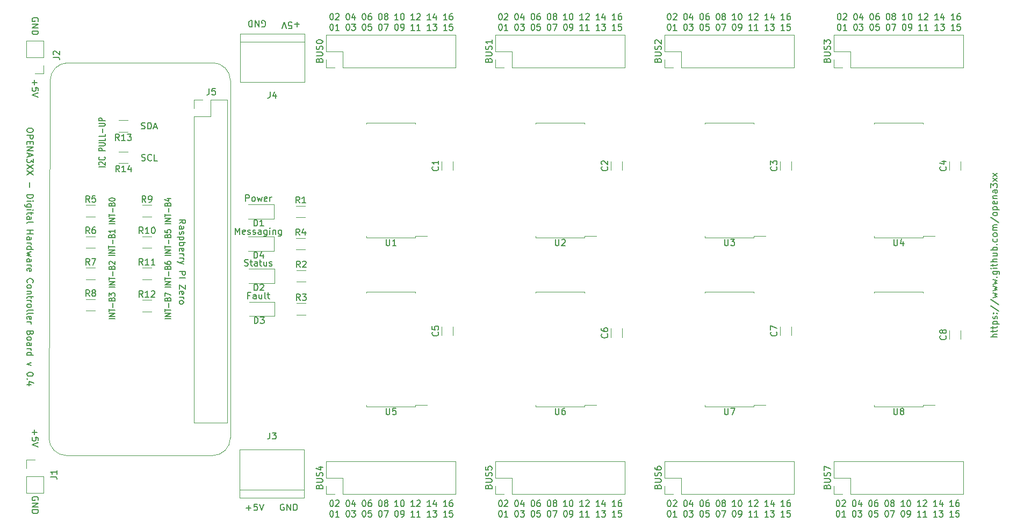
<source format=gbr>
%TF.GenerationSoftware,KiCad,Pcbnew,(5.1.9)-1*%
%TF.CreationDate,2021-05-05T20:18:33+02:00*%
%TF.ProjectId,opena3xx-hardware-controller-board,6f70656e-6133-4787-982d-686172647761,rev?*%
%TF.SameCoordinates,Original*%
%TF.FileFunction,Legend,Top*%
%TF.FilePolarity,Positive*%
%FSLAX46Y46*%
G04 Gerber Fmt 4.6, Leading zero omitted, Abs format (unit mm)*
G04 Created by KiCad (PCBNEW (5.1.9)-1) date 2021-05-05 20:18:33*
%MOMM*%
%LPD*%
G01*
G04 APERTURE LIST*
%ADD10C,0.150000*%
%ADD11C,0.120000*%
G04 APERTURE END LIST*
D10*
X213652380Y-113704761D02*
X212652380Y-113704761D01*
X213652380Y-113276190D02*
X213128571Y-113276190D01*
X213033333Y-113323809D01*
X212985714Y-113419047D01*
X212985714Y-113561904D01*
X213033333Y-113657142D01*
X213080952Y-113704761D01*
X212985714Y-112942857D02*
X212985714Y-112561904D01*
X212652380Y-112800000D02*
X213509523Y-112800000D01*
X213604761Y-112752380D01*
X213652380Y-112657142D01*
X213652380Y-112561904D01*
X212985714Y-112371428D02*
X212985714Y-111990476D01*
X212652380Y-112228571D02*
X213509523Y-112228571D01*
X213604761Y-112180952D01*
X213652380Y-112085714D01*
X213652380Y-111990476D01*
X212985714Y-111657142D02*
X213985714Y-111657142D01*
X213033333Y-111657142D02*
X212985714Y-111561904D01*
X212985714Y-111371428D01*
X213033333Y-111276190D01*
X213080952Y-111228571D01*
X213176190Y-111180952D01*
X213461904Y-111180952D01*
X213557142Y-111228571D01*
X213604761Y-111276190D01*
X213652380Y-111371428D01*
X213652380Y-111561904D01*
X213604761Y-111657142D01*
X213604761Y-110800000D02*
X213652380Y-110704761D01*
X213652380Y-110514285D01*
X213604761Y-110419047D01*
X213509523Y-110371428D01*
X213461904Y-110371428D01*
X213366666Y-110419047D01*
X213319047Y-110514285D01*
X213319047Y-110657142D01*
X213271428Y-110752380D01*
X213176190Y-110800000D01*
X213128571Y-110800000D01*
X213033333Y-110752380D01*
X212985714Y-110657142D01*
X212985714Y-110514285D01*
X213033333Y-110419047D01*
X213557142Y-109942857D02*
X213604761Y-109895238D01*
X213652380Y-109942857D01*
X213604761Y-109990476D01*
X213557142Y-109942857D01*
X213652380Y-109942857D01*
X213033333Y-109942857D02*
X213080952Y-109895238D01*
X213128571Y-109942857D01*
X213080952Y-109990476D01*
X213033333Y-109942857D01*
X213128571Y-109942857D01*
X212604761Y-108752380D02*
X213890476Y-109609523D01*
X212604761Y-107704761D02*
X213890476Y-108561904D01*
X212985714Y-107466666D02*
X213652380Y-107276190D01*
X213176190Y-107085714D01*
X213652380Y-106895238D01*
X212985714Y-106704761D01*
X212985714Y-106419047D02*
X213652380Y-106228571D01*
X213176190Y-106038095D01*
X213652380Y-105847619D01*
X212985714Y-105657142D01*
X212985714Y-105371428D02*
X213652380Y-105180952D01*
X213176190Y-104990476D01*
X213652380Y-104800000D01*
X212985714Y-104609523D01*
X213557142Y-104228571D02*
X213604761Y-104180952D01*
X213652380Y-104228571D01*
X213604761Y-104276190D01*
X213557142Y-104228571D01*
X213652380Y-104228571D01*
X212985714Y-103323809D02*
X213795238Y-103323809D01*
X213890476Y-103371428D01*
X213938095Y-103419047D01*
X213985714Y-103514285D01*
X213985714Y-103657142D01*
X213938095Y-103752380D01*
X213604761Y-103323809D02*
X213652380Y-103419047D01*
X213652380Y-103609523D01*
X213604761Y-103704761D01*
X213557142Y-103752380D01*
X213461904Y-103800000D01*
X213176190Y-103800000D01*
X213080952Y-103752380D01*
X213033333Y-103704761D01*
X212985714Y-103609523D01*
X212985714Y-103419047D01*
X213033333Y-103323809D01*
X213652380Y-102847619D02*
X212985714Y-102847619D01*
X212652380Y-102847619D02*
X212700000Y-102895238D01*
X212747619Y-102847619D01*
X212700000Y-102800000D01*
X212652380Y-102847619D01*
X212747619Y-102847619D01*
X212985714Y-102514285D02*
X212985714Y-102133333D01*
X212652380Y-102371428D02*
X213509523Y-102371428D01*
X213604761Y-102323809D01*
X213652380Y-102228571D01*
X213652380Y-102133333D01*
X213652380Y-101800000D02*
X212652380Y-101800000D01*
X213652380Y-101371428D02*
X213128571Y-101371428D01*
X213033333Y-101419047D01*
X212985714Y-101514285D01*
X212985714Y-101657142D01*
X213033333Y-101752380D01*
X213080952Y-101800000D01*
X212985714Y-100466666D02*
X213652380Y-100466666D01*
X212985714Y-100895238D02*
X213509523Y-100895238D01*
X213604761Y-100847619D01*
X213652380Y-100752380D01*
X213652380Y-100609523D01*
X213604761Y-100514285D01*
X213557142Y-100466666D01*
X213652380Y-99990476D02*
X212652380Y-99990476D01*
X213033333Y-99990476D02*
X212985714Y-99895238D01*
X212985714Y-99704761D01*
X213033333Y-99609523D01*
X213080952Y-99561904D01*
X213176190Y-99514285D01*
X213461904Y-99514285D01*
X213557142Y-99561904D01*
X213604761Y-99609523D01*
X213652380Y-99704761D01*
X213652380Y-99895238D01*
X213604761Y-99990476D01*
X213557142Y-99085714D02*
X213604761Y-99038095D01*
X213652380Y-99085714D01*
X213604761Y-99133333D01*
X213557142Y-99085714D01*
X213652380Y-99085714D01*
X213604761Y-98180952D02*
X213652380Y-98276190D01*
X213652380Y-98466666D01*
X213604761Y-98561904D01*
X213557142Y-98609523D01*
X213461904Y-98657142D01*
X213176190Y-98657142D01*
X213080952Y-98609523D01*
X213033333Y-98561904D01*
X212985714Y-98466666D01*
X212985714Y-98276190D01*
X213033333Y-98180952D01*
X213652380Y-97609523D02*
X213604761Y-97704761D01*
X213557142Y-97752380D01*
X213461904Y-97800000D01*
X213176190Y-97800000D01*
X213080952Y-97752380D01*
X213033333Y-97704761D01*
X212985714Y-97609523D01*
X212985714Y-97466666D01*
X213033333Y-97371428D01*
X213080952Y-97323809D01*
X213176190Y-97276190D01*
X213461904Y-97276190D01*
X213557142Y-97323809D01*
X213604761Y-97371428D01*
X213652380Y-97466666D01*
X213652380Y-97609523D01*
X213652380Y-96847619D02*
X212985714Y-96847619D01*
X213080952Y-96847619D02*
X213033333Y-96800000D01*
X212985714Y-96704761D01*
X212985714Y-96561904D01*
X213033333Y-96466666D01*
X213128571Y-96419047D01*
X213652380Y-96419047D01*
X213128571Y-96419047D02*
X213033333Y-96371428D01*
X212985714Y-96276190D01*
X212985714Y-96133333D01*
X213033333Y-96038095D01*
X213128571Y-95990476D01*
X213652380Y-95990476D01*
X212604761Y-94800000D02*
X213890476Y-95657142D01*
X213652380Y-94323809D02*
X213604761Y-94419047D01*
X213557142Y-94466666D01*
X213461904Y-94514285D01*
X213176190Y-94514285D01*
X213080952Y-94466666D01*
X213033333Y-94419047D01*
X212985714Y-94323809D01*
X212985714Y-94180952D01*
X213033333Y-94085714D01*
X213080952Y-94038095D01*
X213176190Y-93990476D01*
X213461904Y-93990476D01*
X213557142Y-94038095D01*
X213604761Y-94085714D01*
X213652380Y-94180952D01*
X213652380Y-94323809D01*
X212985714Y-93561904D02*
X213985714Y-93561904D01*
X213033333Y-93561904D02*
X212985714Y-93466666D01*
X212985714Y-93276190D01*
X213033333Y-93180952D01*
X213080952Y-93133333D01*
X213176190Y-93085714D01*
X213461904Y-93085714D01*
X213557142Y-93133333D01*
X213604761Y-93180952D01*
X213652380Y-93276190D01*
X213652380Y-93466666D01*
X213604761Y-93561904D01*
X213604761Y-92276190D02*
X213652380Y-92371428D01*
X213652380Y-92561904D01*
X213604761Y-92657142D01*
X213509523Y-92704761D01*
X213128571Y-92704761D01*
X213033333Y-92657142D01*
X212985714Y-92561904D01*
X212985714Y-92371428D01*
X213033333Y-92276190D01*
X213128571Y-92228571D01*
X213223809Y-92228571D01*
X213319047Y-92704761D01*
X212985714Y-91800000D02*
X213652380Y-91800000D01*
X213080952Y-91800000D02*
X213033333Y-91752380D01*
X212985714Y-91657142D01*
X212985714Y-91514285D01*
X213033333Y-91419047D01*
X213128571Y-91371428D01*
X213652380Y-91371428D01*
X213652380Y-90466666D02*
X213128571Y-90466666D01*
X213033333Y-90514285D01*
X212985714Y-90609523D01*
X212985714Y-90800000D01*
X213033333Y-90895238D01*
X213604761Y-90466666D02*
X213652380Y-90561904D01*
X213652380Y-90800000D01*
X213604761Y-90895238D01*
X213509523Y-90942857D01*
X213414285Y-90942857D01*
X213319047Y-90895238D01*
X213271428Y-90800000D01*
X213271428Y-90561904D01*
X213223809Y-90466666D01*
X212652380Y-90085714D02*
X212652380Y-89466666D01*
X213033333Y-89800000D01*
X213033333Y-89657142D01*
X213080952Y-89561904D01*
X213128571Y-89514285D01*
X213223809Y-89466666D01*
X213461904Y-89466666D01*
X213557142Y-89514285D01*
X213604761Y-89561904D01*
X213652380Y-89657142D01*
X213652380Y-89942857D01*
X213604761Y-90038095D01*
X213557142Y-90085714D01*
X213652380Y-89133333D02*
X212985714Y-88609523D01*
X212985714Y-89133333D02*
X213652380Y-88609523D01*
X213652380Y-88323809D02*
X212985714Y-87800000D01*
X212985714Y-88323809D02*
X213652380Y-87800000D01*
X78809523Y-85804761D02*
X78952380Y-85852380D01*
X79190476Y-85852380D01*
X79285714Y-85804761D01*
X79333333Y-85757142D01*
X79380952Y-85661904D01*
X79380952Y-85566666D01*
X79333333Y-85471428D01*
X79285714Y-85423809D01*
X79190476Y-85376190D01*
X79000000Y-85328571D01*
X78904761Y-85280952D01*
X78857142Y-85233333D01*
X78809523Y-85138095D01*
X78809523Y-85042857D01*
X78857142Y-84947619D01*
X78904761Y-84900000D01*
X79000000Y-84852380D01*
X79238095Y-84852380D01*
X79380952Y-84900000D01*
X80380952Y-85757142D02*
X80333333Y-85804761D01*
X80190476Y-85852380D01*
X80095238Y-85852380D01*
X79952380Y-85804761D01*
X79857142Y-85709523D01*
X79809523Y-85614285D01*
X79761904Y-85423809D01*
X79761904Y-85280952D01*
X79809523Y-85090476D01*
X79857142Y-84995238D01*
X79952380Y-84900000D01*
X80095238Y-84852380D01*
X80190476Y-84852380D01*
X80333333Y-84900000D01*
X80380952Y-84947619D01*
X81285714Y-85852380D02*
X80809523Y-85852380D01*
X80809523Y-84852380D01*
X78785714Y-80804761D02*
X78928571Y-80852380D01*
X79166666Y-80852380D01*
X79261904Y-80804761D01*
X79309523Y-80757142D01*
X79357142Y-80661904D01*
X79357142Y-80566666D01*
X79309523Y-80471428D01*
X79261904Y-80423809D01*
X79166666Y-80376190D01*
X78976190Y-80328571D01*
X78880952Y-80280952D01*
X78833333Y-80233333D01*
X78785714Y-80138095D01*
X78785714Y-80042857D01*
X78833333Y-79947619D01*
X78880952Y-79900000D01*
X78976190Y-79852380D01*
X79214285Y-79852380D01*
X79357142Y-79900000D01*
X79785714Y-80852380D02*
X79785714Y-79852380D01*
X80023809Y-79852380D01*
X80166666Y-79900000D01*
X80261904Y-79995238D01*
X80309523Y-80090476D01*
X80357142Y-80280952D01*
X80357142Y-80423809D01*
X80309523Y-80614285D01*
X80261904Y-80709523D01*
X80166666Y-80804761D01*
X80023809Y-80852380D01*
X79785714Y-80852380D01*
X80738095Y-80566666D02*
X81214285Y-80566666D01*
X80642857Y-80852380D02*
X80976190Y-79852380D01*
X81309523Y-80852380D01*
X73052380Y-86866666D02*
X72052380Y-86866666D01*
X72147619Y-86523809D02*
X72100000Y-86485714D01*
X72052380Y-86409523D01*
X72052380Y-86219047D01*
X72100000Y-86142857D01*
X72147619Y-86104761D01*
X72242857Y-86066666D01*
X72338095Y-86066666D01*
X72480952Y-86104761D01*
X73052380Y-86561904D01*
X73052380Y-86066666D01*
X72957142Y-85266666D02*
X73004761Y-85304761D01*
X73052380Y-85419047D01*
X73052380Y-85495238D01*
X73004761Y-85609523D01*
X72909523Y-85685714D01*
X72814285Y-85723809D01*
X72623809Y-85761904D01*
X72480952Y-85761904D01*
X72290476Y-85723809D01*
X72195238Y-85685714D01*
X72100000Y-85609523D01*
X72052380Y-85495238D01*
X72052380Y-85419047D01*
X72100000Y-85304761D01*
X72147619Y-85266666D01*
X73052380Y-84314285D02*
X72052380Y-84314285D01*
X72052380Y-84009523D01*
X72100000Y-83933333D01*
X72147619Y-83895238D01*
X72242857Y-83857142D01*
X72385714Y-83857142D01*
X72480952Y-83895238D01*
X72528571Y-83933333D01*
X72576190Y-84009523D01*
X72576190Y-84314285D01*
X72052380Y-83514285D02*
X72861904Y-83514285D01*
X72957142Y-83476190D01*
X73004761Y-83438095D01*
X73052380Y-83361904D01*
X73052380Y-83209523D01*
X73004761Y-83133333D01*
X72957142Y-83095238D01*
X72861904Y-83057142D01*
X72052380Y-83057142D01*
X73052380Y-82295238D02*
X73052380Y-82676190D01*
X72052380Y-82676190D01*
X73052380Y-81647619D02*
X73052380Y-82028571D01*
X72052380Y-82028571D01*
X72671428Y-81380952D02*
X72671428Y-80771428D01*
X72052380Y-80390476D02*
X72861904Y-80390476D01*
X72957142Y-80352380D01*
X73004761Y-80314285D01*
X73052380Y-80238095D01*
X73052380Y-80085714D01*
X73004761Y-80009523D01*
X72957142Y-79971428D01*
X72861904Y-79933333D01*
X72052380Y-79933333D01*
X73052380Y-79552380D02*
X72052380Y-79552380D01*
X72052380Y-79247619D01*
X72100000Y-79171428D01*
X72147619Y-79133333D01*
X72242857Y-79095238D01*
X72385714Y-79095238D01*
X72480952Y-79133333D01*
X72528571Y-79171428D01*
X72576190Y-79247619D01*
X72576190Y-79552380D01*
X83452380Y-110800000D02*
X82452380Y-110800000D01*
X83452380Y-110419047D02*
X82452380Y-110419047D01*
X83452380Y-109961904D01*
X82452380Y-109961904D01*
X82452380Y-109695238D02*
X82452380Y-109238095D01*
X83452380Y-109466666D02*
X82452380Y-109466666D01*
X83071428Y-108971428D02*
X83071428Y-108361904D01*
X82928571Y-107714285D02*
X82976190Y-107600000D01*
X83023809Y-107561904D01*
X83119047Y-107523809D01*
X83261904Y-107523809D01*
X83357142Y-107561904D01*
X83404761Y-107600000D01*
X83452380Y-107676190D01*
X83452380Y-107980952D01*
X82452380Y-107980952D01*
X82452380Y-107714285D01*
X82500000Y-107638095D01*
X82547619Y-107600000D01*
X82642857Y-107561904D01*
X82738095Y-107561904D01*
X82833333Y-107600000D01*
X82880952Y-107638095D01*
X82928571Y-107714285D01*
X82928571Y-107980952D01*
X82452380Y-107257142D02*
X82452380Y-106723809D01*
X83452380Y-107066666D01*
X83452380Y-105800000D02*
X82452380Y-105800000D01*
X83452380Y-105419047D02*
X82452380Y-105419047D01*
X83452380Y-104961904D01*
X82452380Y-104961904D01*
X82452380Y-104695238D02*
X82452380Y-104238095D01*
X83452380Y-104466666D02*
X82452380Y-104466666D01*
X83071428Y-103971428D02*
X83071428Y-103361904D01*
X82928571Y-102714285D02*
X82976190Y-102600000D01*
X83023809Y-102561904D01*
X83119047Y-102523809D01*
X83261904Y-102523809D01*
X83357142Y-102561904D01*
X83404761Y-102600000D01*
X83452380Y-102676190D01*
X83452380Y-102980952D01*
X82452380Y-102980952D01*
X82452380Y-102714285D01*
X82500000Y-102638095D01*
X82547619Y-102600000D01*
X82642857Y-102561904D01*
X82738095Y-102561904D01*
X82833333Y-102600000D01*
X82880952Y-102638095D01*
X82928571Y-102714285D01*
X82928571Y-102980952D01*
X82452380Y-101838095D02*
X82452380Y-101990476D01*
X82500000Y-102066666D01*
X82547619Y-102104761D01*
X82690476Y-102180952D01*
X82880952Y-102219047D01*
X83261904Y-102219047D01*
X83357142Y-102180952D01*
X83404761Y-102142857D01*
X83452380Y-102066666D01*
X83452380Y-101914285D01*
X83404761Y-101838095D01*
X83357142Y-101800000D01*
X83261904Y-101761904D01*
X83023809Y-101761904D01*
X82928571Y-101800000D01*
X82880952Y-101838095D01*
X82833333Y-101914285D01*
X82833333Y-102066666D01*
X82880952Y-102142857D01*
X82928571Y-102180952D01*
X83023809Y-102219047D01*
X83452380Y-100800000D02*
X82452380Y-100800000D01*
X83452380Y-100419047D02*
X82452380Y-100419047D01*
X83452380Y-99961904D01*
X82452380Y-99961904D01*
X82452380Y-99695238D02*
X82452380Y-99238095D01*
X83452380Y-99466666D02*
X82452380Y-99466666D01*
X83071428Y-98971428D02*
X83071428Y-98361904D01*
X82928571Y-97714285D02*
X82976190Y-97600000D01*
X83023809Y-97561904D01*
X83119047Y-97523809D01*
X83261904Y-97523809D01*
X83357142Y-97561904D01*
X83404761Y-97600000D01*
X83452380Y-97676190D01*
X83452380Y-97980952D01*
X82452380Y-97980952D01*
X82452380Y-97714285D01*
X82500000Y-97638095D01*
X82547619Y-97600000D01*
X82642857Y-97561904D01*
X82738095Y-97561904D01*
X82833333Y-97600000D01*
X82880952Y-97638095D01*
X82928571Y-97714285D01*
X82928571Y-97980952D01*
X82452380Y-96800000D02*
X82452380Y-97180952D01*
X82928571Y-97219047D01*
X82880952Y-97180952D01*
X82833333Y-97104761D01*
X82833333Y-96914285D01*
X82880952Y-96838095D01*
X82928571Y-96800000D01*
X83023809Y-96761904D01*
X83261904Y-96761904D01*
X83357142Y-96800000D01*
X83404761Y-96838095D01*
X83452380Y-96914285D01*
X83452380Y-97104761D01*
X83404761Y-97180952D01*
X83357142Y-97219047D01*
X83452380Y-95800000D02*
X82452380Y-95800000D01*
X83452380Y-95419047D02*
X82452380Y-95419047D01*
X83452380Y-94961904D01*
X82452380Y-94961904D01*
X82452380Y-94695238D02*
X82452380Y-94238095D01*
X83452380Y-94466666D02*
X82452380Y-94466666D01*
X83071428Y-93971428D02*
X83071428Y-93361904D01*
X82928571Y-92714285D02*
X82976190Y-92600000D01*
X83023809Y-92561904D01*
X83119047Y-92523809D01*
X83261904Y-92523809D01*
X83357142Y-92561904D01*
X83404761Y-92600000D01*
X83452380Y-92676190D01*
X83452380Y-92980952D01*
X82452380Y-92980952D01*
X82452380Y-92714285D01*
X82500000Y-92638095D01*
X82547619Y-92600000D01*
X82642857Y-92561904D01*
X82738095Y-92561904D01*
X82833333Y-92600000D01*
X82880952Y-92638095D01*
X82928571Y-92714285D01*
X82928571Y-92980952D01*
X82785714Y-91838095D02*
X83452380Y-91838095D01*
X82404761Y-92028571D02*
X83119047Y-92219047D01*
X83119047Y-91723809D01*
X74652380Y-110800000D02*
X73652380Y-110800000D01*
X74652380Y-110419047D02*
X73652380Y-110419047D01*
X74652380Y-109961904D01*
X73652380Y-109961904D01*
X73652380Y-109695238D02*
X73652380Y-109238095D01*
X74652380Y-109466666D02*
X73652380Y-109466666D01*
X74271428Y-108971428D02*
X74271428Y-108361904D01*
X74128571Y-107714285D02*
X74176190Y-107600000D01*
X74223809Y-107561904D01*
X74319047Y-107523809D01*
X74461904Y-107523809D01*
X74557142Y-107561904D01*
X74604761Y-107600000D01*
X74652380Y-107676190D01*
X74652380Y-107980952D01*
X73652380Y-107980952D01*
X73652380Y-107714285D01*
X73700000Y-107638095D01*
X73747619Y-107600000D01*
X73842857Y-107561904D01*
X73938095Y-107561904D01*
X74033333Y-107600000D01*
X74080952Y-107638095D01*
X74128571Y-107714285D01*
X74128571Y-107980952D01*
X73652380Y-107257142D02*
X73652380Y-106761904D01*
X74033333Y-107028571D01*
X74033333Y-106914285D01*
X74080952Y-106838095D01*
X74128571Y-106800000D01*
X74223809Y-106761904D01*
X74461904Y-106761904D01*
X74557142Y-106800000D01*
X74604761Y-106838095D01*
X74652380Y-106914285D01*
X74652380Y-107142857D01*
X74604761Y-107219047D01*
X74557142Y-107257142D01*
X74652380Y-105800000D02*
X73652380Y-105800000D01*
X74652380Y-105419047D02*
X73652380Y-105419047D01*
X74652380Y-104961904D01*
X73652380Y-104961904D01*
X73652380Y-104695238D02*
X73652380Y-104238095D01*
X74652380Y-104466666D02*
X73652380Y-104466666D01*
X74271428Y-103971428D02*
X74271428Y-103361904D01*
X74128571Y-102714285D02*
X74176190Y-102600000D01*
X74223809Y-102561904D01*
X74319047Y-102523809D01*
X74461904Y-102523809D01*
X74557142Y-102561904D01*
X74604761Y-102600000D01*
X74652380Y-102676190D01*
X74652380Y-102980952D01*
X73652380Y-102980952D01*
X73652380Y-102714285D01*
X73700000Y-102638095D01*
X73747619Y-102600000D01*
X73842857Y-102561904D01*
X73938095Y-102561904D01*
X74033333Y-102600000D01*
X74080952Y-102638095D01*
X74128571Y-102714285D01*
X74128571Y-102980952D01*
X73747619Y-102219047D02*
X73700000Y-102180952D01*
X73652380Y-102104761D01*
X73652380Y-101914285D01*
X73700000Y-101838095D01*
X73747619Y-101800000D01*
X73842857Y-101761904D01*
X73938095Y-101761904D01*
X74080952Y-101800000D01*
X74652380Y-102257142D01*
X74652380Y-101761904D01*
X74627380Y-100800000D02*
X73627380Y-100800000D01*
X74627380Y-100419047D02*
X73627380Y-100419047D01*
X74627380Y-99961904D01*
X73627380Y-99961904D01*
X73627380Y-99695238D02*
X73627380Y-99238095D01*
X74627380Y-99466666D02*
X73627380Y-99466666D01*
X74246428Y-98971428D02*
X74246428Y-98361904D01*
X74103571Y-97714285D02*
X74151190Y-97600000D01*
X74198809Y-97561904D01*
X74294047Y-97523809D01*
X74436904Y-97523809D01*
X74532142Y-97561904D01*
X74579761Y-97600000D01*
X74627380Y-97676190D01*
X74627380Y-97980952D01*
X73627380Y-97980952D01*
X73627380Y-97714285D01*
X73675000Y-97638095D01*
X73722619Y-97600000D01*
X73817857Y-97561904D01*
X73913095Y-97561904D01*
X74008333Y-97600000D01*
X74055952Y-97638095D01*
X74103571Y-97714285D01*
X74103571Y-97980952D01*
X74627380Y-96761904D02*
X74627380Y-97219047D01*
X74627380Y-96990476D02*
X73627380Y-96990476D01*
X73770238Y-97066666D01*
X73865476Y-97142857D01*
X73913095Y-97219047D01*
X74652380Y-95800000D02*
X73652380Y-95800000D01*
X74652380Y-95419047D02*
X73652380Y-95419047D01*
X74652380Y-94961904D01*
X73652380Y-94961904D01*
X73652380Y-94695238D02*
X73652380Y-94238095D01*
X74652380Y-94466666D02*
X73652380Y-94466666D01*
X74271428Y-93971428D02*
X74271428Y-93361904D01*
X74128571Y-92714285D02*
X74176190Y-92600000D01*
X74223809Y-92561904D01*
X74319047Y-92523809D01*
X74461904Y-92523809D01*
X74557142Y-92561904D01*
X74604761Y-92600000D01*
X74652380Y-92676190D01*
X74652380Y-92980952D01*
X73652380Y-92980952D01*
X73652380Y-92714285D01*
X73700000Y-92638095D01*
X73747619Y-92600000D01*
X73842857Y-92561904D01*
X73938095Y-92561904D01*
X74033333Y-92600000D01*
X74080952Y-92638095D01*
X74128571Y-92714285D01*
X74128571Y-92980952D01*
X73652380Y-92028571D02*
X73652380Y-91952380D01*
X73700000Y-91876190D01*
X73747619Y-91838095D01*
X73842857Y-91800000D01*
X74033333Y-91761904D01*
X74271428Y-91761904D01*
X74461904Y-91800000D01*
X74557142Y-91838095D01*
X74604761Y-91876190D01*
X74652380Y-91952380D01*
X74652380Y-92028571D01*
X74604761Y-92104761D01*
X74557142Y-92142857D01*
X74461904Y-92180952D01*
X74271428Y-92219047D01*
X74033333Y-92219047D01*
X73842857Y-92180952D01*
X73747619Y-92142857D01*
X73700000Y-92104761D01*
X73652380Y-92028571D01*
X61747619Y-80952380D02*
X61747619Y-81142857D01*
X61700000Y-81238095D01*
X61604761Y-81333333D01*
X61414285Y-81380952D01*
X61080952Y-81380952D01*
X60890476Y-81333333D01*
X60795238Y-81238095D01*
X60747619Y-81142857D01*
X60747619Y-80952380D01*
X60795238Y-80857142D01*
X60890476Y-80761904D01*
X61080952Y-80714285D01*
X61414285Y-80714285D01*
X61604761Y-80761904D01*
X61700000Y-80857142D01*
X61747619Y-80952380D01*
X60747619Y-81809523D02*
X61747619Y-81809523D01*
X61747619Y-82190476D01*
X61700000Y-82285714D01*
X61652380Y-82333333D01*
X61557142Y-82380952D01*
X61414285Y-82380952D01*
X61319047Y-82333333D01*
X61271428Y-82285714D01*
X61223809Y-82190476D01*
X61223809Y-81809523D01*
X61271428Y-82809523D02*
X61271428Y-83142857D01*
X60747619Y-83285714D02*
X60747619Y-82809523D01*
X61747619Y-82809523D01*
X61747619Y-83285714D01*
X60747619Y-83714285D02*
X61747619Y-83714285D01*
X60747619Y-84285714D01*
X61747619Y-84285714D01*
X61033333Y-84714285D02*
X61033333Y-85190476D01*
X60747619Y-84619047D02*
X61747619Y-84952380D01*
X60747619Y-85285714D01*
X61747619Y-85523809D02*
X61747619Y-86142857D01*
X61366666Y-85809523D01*
X61366666Y-85952380D01*
X61319047Y-86047619D01*
X61271428Y-86095238D01*
X61176190Y-86142857D01*
X60938095Y-86142857D01*
X60842857Y-86095238D01*
X60795238Y-86047619D01*
X60747619Y-85952380D01*
X60747619Y-85666666D01*
X60795238Y-85571428D01*
X60842857Y-85523809D01*
X61747619Y-86476190D02*
X60747619Y-87142857D01*
X61747619Y-87142857D02*
X60747619Y-86476190D01*
X61747619Y-87428571D02*
X60747619Y-88095238D01*
X61747619Y-88095238D02*
X60747619Y-87428571D01*
X61128571Y-89238095D02*
X61128571Y-90000000D01*
X60747619Y-91238095D02*
X61747619Y-91238095D01*
X61747619Y-91476190D01*
X61700000Y-91619047D01*
X61604761Y-91714285D01*
X61509523Y-91761904D01*
X61319047Y-91809523D01*
X61176190Y-91809523D01*
X60985714Y-91761904D01*
X60890476Y-91714285D01*
X60795238Y-91619047D01*
X60747619Y-91476190D01*
X60747619Y-91238095D01*
X60747619Y-92238095D02*
X61414285Y-92238095D01*
X61747619Y-92238095D02*
X61700000Y-92190476D01*
X61652380Y-92238095D01*
X61700000Y-92285714D01*
X61747619Y-92238095D01*
X61652380Y-92238095D01*
X61414285Y-93142857D02*
X60604761Y-93142857D01*
X60509523Y-93095238D01*
X60461904Y-93047619D01*
X60414285Y-92952380D01*
X60414285Y-92809523D01*
X60461904Y-92714285D01*
X60795238Y-93142857D02*
X60747619Y-93047619D01*
X60747619Y-92857142D01*
X60795238Y-92761904D01*
X60842857Y-92714285D01*
X60938095Y-92666666D01*
X61223809Y-92666666D01*
X61319047Y-92714285D01*
X61366666Y-92761904D01*
X61414285Y-92857142D01*
X61414285Y-93047619D01*
X61366666Y-93142857D01*
X60747619Y-93619047D02*
X61414285Y-93619047D01*
X61747619Y-93619047D02*
X61700000Y-93571428D01*
X61652380Y-93619047D01*
X61700000Y-93666666D01*
X61747619Y-93619047D01*
X61652380Y-93619047D01*
X61414285Y-93952380D02*
X61414285Y-94333333D01*
X61747619Y-94095238D02*
X60890476Y-94095238D01*
X60795238Y-94142857D01*
X60747619Y-94238095D01*
X60747619Y-94333333D01*
X60747619Y-95095238D02*
X61271428Y-95095238D01*
X61366666Y-95047619D01*
X61414285Y-94952380D01*
X61414285Y-94761904D01*
X61366666Y-94666666D01*
X60795238Y-95095238D02*
X60747619Y-95000000D01*
X60747619Y-94761904D01*
X60795238Y-94666666D01*
X60890476Y-94619047D01*
X60985714Y-94619047D01*
X61080952Y-94666666D01*
X61128571Y-94761904D01*
X61128571Y-95000000D01*
X61176190Y-95095238D01*
X60747619Y-95714285D02*
X60795238Y-95619047D01*
X60890476Y-95571428D01*
X61747619Y-95571428D01*
X60747619Y-96857142D02*
X61747619Y-96857142D01*
X61271428Y-96857142D02*
X61271428Y-97428571D01*
X60747619Y-97428571D02*
X61747619Y-97428571D01*
X60747619Y-98333333D02*
X61271428Y-98333333D01*
X61366666Y-98285714D01*
X61414285Y-98190476D01*
X61414285Y-98000000D01*
X61366666Y-97904761D01*
X60795238Y-98333333D02*
X60747619Y-98238095D01*
X60747619Y-98000000D01*
X60795238Y-97904761D01*
X60890476Y-97857142D01*
X60985714Y-97857142D01*
X61080952Y-97904761D01*
X61128571Y-98000000D01*
X61128571Y-98238095D01*
X61176190Y-98333333D01*
X60747619Y-98809523D02*
X61414285Y-98809523D01*
X61223809Y-98809523D02*
X61319047Y-98857142D01*
X61366666Y-98904761D01*
X61414285Y-99000000D01*
X61414285Y-99095238D01*
X60747619Y-99857142D02*
X61747619Y-99857142D01*
X60795238Y-99857142D02*
X60747619Y-99761904D01*
X60747619Y-99571428D01*
X60795238Y-99476190D01*
X60842857Y-99428571D01*
X60938095Y-99380952D01*
X61223809Y-99380952D01*
X61319047Y-99428571D01*
X61366666Y-99476190D01*
X61414285Y-99571428D01*
X61414285Y-99761904D01*
X61366666Y-99857142D01*
X61414285Y-100238095D02*
X60747619Y-100428571D01*
X61223809Y-100619047D01*
X60747619Y-100809523D01*
X61414285Y-101000000D01*
X60747619Y-101809523D02*
X61271428Y-101809523D01*
X61366666Y-101761904D01*
X61414285Y-101666666D01*
X61414285Y-101476190D01*
X61366666Y-101380952D01*
X60795238Y-101809523D02*
X60747619Y-101714285D01*
X60747619Y-101476190D01*
X60795238Y-101380952D01*
X60890476Y-101333333D01*
X60985714Y-101333333D01*
X61080952Y-101380952D01*
X61128571Y-101476190D01*
X61128571Y-101714285D01*
X61176190Y-101809523D01*
X60747619Y-102285714D02*
X61414285Y-102285714D01*
X61223809Y-102285714D02*
X61319047Y-102333333D01*
X61366666Y-102380952D01*
X61414285Y-102476190D01*
X61414285Y-102571428D01*
X60795238Y-103285714D02*
X60747619Y-103190476D01*
X60747619Y-103000000D01*
X60795238Y-102904761D01*
X60890476Y-102857142D01*
X61271428Y-102857142D01*
X61366666Y-102904761D01*
X61414285Y-103000000D01*
X61414285Y-103190476D01*
X61366666Y-103285714D01*
X61271428Y-103333333D01*
X61176190Y-103333333D01*
X61080952Y-102857142D01*
X60842857Y-105095238D02*
X60795238Y-105047619D01*
X60747619Y-104904761D01*
X60747619Y-104809523D01*
X60795238Y-104666666D01*
X60890476Y-104571428D01*
X60985714Y-104523809D01*
X61176190Y-104476190D01*
X61319047Y-104476190D01*
X61509523Y-104523809D01*
X61604761Y-104571428D01*
X61700000Y-104666666D01*
X61747619Y-104809523D01*
X61747619Y-104904761D01*
X61700000Y-105047619D01*
X61652380Y-105095238D01*
X60747619Y-105666666D02*
X60795238Y-105571428D01*
X60842857Y-105523809D01*
X60938095Y-105476190D01*
X61223809Y-105476190D01*
X61319047Y-105523809D01*
X61366666Y-105571428D01*
X61414285Y-105666666D01*
X61414285Y-105809523D01*
X61366666Y-105904761D01*
X61319047Y-105952380D01*
X61223809Y-106000000D01*
X60938095Y-106000000D01*
X60842857Y-105952380D01*
X60795238Y-105904761D01*
X60747619Y-105809523D01*
X60747619Y-105666666D01*
X61414285Y-106428571D02*
X60747619Y-106428571D01*
X61319047Y-106428571D02*
X61366666Y-106476190D01*
X61414285Y-106571428D01*
X61414285Y-106714285D01*
X61366666Y-106809523D01*
X61271428Y-106857142D01*
X60747619Y-106857142D01*
X61414285Y-107190476D02*
X61414285Y-107571428D01*
X61747619Y-107333333D02*
X60890476Y-107333333D01*
X60795238Y-107380952D01*
X60747619Y-107476190D01*
X60747619Y-107571428D01*
X60747619Y-107904761D02*
X61414285Y-107904761D01*
X61223809Y-107904761D02*
X61319047Y-107952380D01*
X61366666Y-107999999D01*
X61414285Y-108095238D01*
X61414285Y-108190476D01*
X60747619Y-108666666D02*
X60795238Y-108571428D01*
X60842857Y-108523809D01*
X60938095Y-108476190D01*
X61223809Y-108476190D01*
X61319047Y-108523809D01*
X61366666Y-108571428D01*
X61414285Y-108666666D01*
X61414285Y-108809523D01*
X61366666Y-108904761D01*
X61319047Y-108952380D01*
X61223809Y-108999999D01*
X60938095Y-108999999D01*
X60842857Y-108952380D01*
X60795238Y-108904761D01*
X60747619Y-108809523D01*
X60747619Y-108666666D01*
X60747619Y-109571428D02*
X60795238Y-109476190D01*
X60890476Y-109428571D01*
X61747619Y-109428571D01*
X60747619Y-110095238D02*
X60795238Y-109999999D01*
X60890476Y-109952380D01*
X61747619Y-109952380D01*
X60795238Y-110857142D02*
X60747619Y-110761904D01*
X60747619Y-110571428D01*
X60795238Y-110476190D01*
X60890476Y-110428571D01*
X61271428Y-110428571D01*
X61366666Y-110476190D01*
X61414285Y-110571428D01*
X61414285Y-110761904D01*
X61366666Y-110857142D01*
X61271428Y-110904761D01*
X61176190Y-110904761D01*
X61080952Y-110428571D01*
X60747619Y-111333333D02*
X61414285Y-111333333D01*
X61223809Y-111333333D02*
X61319047Y-111380952D01*
X61366666Y-111428571D01*
X61414285Y-111523809D01*
X61414285Y-111619047D01*
X61271428Y-113047619D02*
X61223809Y-113190476D01*
X61176190Y-113238095D01*
X61080952Y-113285714D01*
X60938095Y-113285714D01*
X60842857Y-113238095D01*
X60795238Y-113190476D01*
X60747619Y-113095238D01*
X60747619Y-112714285D01*
X61747619Y-112714285D01*
X61747619Y-113047619D01*
X61700000Y-113142857D01*
X61652380Y-113190476D01*
X61557142Y-113238095D01*
X61461904Y-113238095D01*
X61366666Y-113190476D01*
X61319047Y-113142857D01*
X61271428Y-113047619D01*
X61271428Y-112714285D01*
X60747619Y-113857142D02*
X60795238Y-113761904D01*
X60842857Y-113714285D01*
X60938095Y-113666666D01*
X61223809Y-113666666D01*
X61319047Y-113714285D01*
X61366666Y-113761904D01*
X61414285Y-113857142D01*
X61414285Y-113999999D01*
X61366666Y-114095238D01*
X61319047Y-114142857D01*
X61223809Y-114190476D01*
X60938095Y-114190476D01*
X60842857Y-114142857D01*
X60795238Y-114095238D01*
X60747619Y-113999999D01*
X60747619Y-113857142D01*
X60747619Y-115047619D02*
X61271428Y-115047619D01*
X61366666Y-114999999D01*
X61414285Y-114904761D01*
X61414285Y-114714285D01*
X61366666Y-114619047D01*
X60795238Y-115047619D02*
X60747619Y-114952380D01*
X60747619Y-114714285D01*
X60795238Y-114619047D01*
X60890476Y-114571428D01*
X60985714Y-114571428D01*
X61080952Y-114619047D01*
X61128571Y-114714285D01*
X61128571Y-114952380D01*
X61176190Y-115047619D01*
X60747619Y-115523809D02*
X61414285Y-115523809D01*
X61223809Y-115523809D02*
X61319047Y-115571428D01*
X61366666Y-115619047D01*
X61414285Y-115714285D01*
X61414285Y-115809523D01*
X60747619Y-116571428D02*
X61747619Y-116571428D01*
X60795238Y-116571428D02*
X60747619Y-116476190D01*
X60747619Y-116285714D01*
X60795238Y-116190476D01*
X60842857Y-116142857D01*
X60938095Y-116095238D01*
X61223809Y-116095238D01*
X61319047Y-116142857D01*
X61366666Y-116190476D01*
X61414285Y-116285714D01*
X61414285Y-116476190D01*
X61366666Y-116571428D01*
X61414285Y-117714285D02*
X60747619Y-117952380D01*
X61414285Y-118190476D01*
X61747619Y-119523809D02*
X61747619Y-119619047D01*
X61700000Y-119714285D01*
X61652380Y-119761904D01*
X61557142Y-119809523D01*
X61366666Y-119857142D01*
X61128571Y-119857142D01*
X60938095Y-119809523D01*
X60842857Y-119761904D01*
X60795238Y-119714285D01*
X60747619Y-119619047D01*
X60747619Y-119523809D01*
X60795238Y-119428571D01*
X60842857Y-119380952D01*
X60938095Y-119333333D01*
X61128571Y-119285714D01*
X61366666Y-119285714D01*
X61557142Y-119333333D01*
X61652380Y-119380952D01*
X61700000Y-119428571D01*
X61747619Y-119523809D01*
X60842857Y-120285714D02*
X60795238Y-120333333D01*
X60747619Y-120285714D01*
X60795238Y-120238095D01*
X60842857Y-120285714D01*
X60747619Y-120285714D01*
X61414285Y-121190476D02*
X60747619Y-121190476D01*
X61795238Y-120952380D02*
X61080952Y-120714285D01*
X61080952Y-121333333D01*
X62500000Y-139438095D02*
X62547619Y-139342857D01*
X62547619Y-139200000D01*
X62500000Y-139057142D01*
X62404761Y-138961904D01*
X62309523Y-138914285D01*
X62119047Y-138866666D01*
X61976190Y-138866666D01*
X61785714Y-138914285D01*
X61690476Y-138961904D01*
X61595238Y-139057142D01*
X61547619Y-139200000D01*
X61547619Y-139295238D01*
X61595238Y-139438095D01*
X61642857Y-139485714D01*
X61976190Y-139485714D01*
X61976190Y-139295238D01*
X61547619Y-139914285D02*
X62547619Y-139914285D01*
X61547619Y-140485714D01*
X62547619Y-140485714D01*
X61547619Y-140961904D02*
X62547619Y-140961904D01*
X62547619Y-141200000D01*
X62500000Y-141342857D01*
X62404761Y-141438095D01*
X62309523Y-141485714D01*
X62119047Y-141533333D01*
X61976190Y-141533333D01*
X61785714Y-141485714D01*
X61690476Y-141438095D01*
X61595238Y-141342857D01*
X61547619Y-141200000D01*
X61547619Y-140961904D01*
X61928571Y-128314285D02*
X61928571Y-129076190D01*
X61547619Y-128695238D02*
X62309523Y-128695238D01*
X62547619Y-130028571D02*
X62547619Y-129552380D01*
X62071428Y-129504761D01*
X62119047Y-129552380D01*
X62166666Y-129647619D01*
X62166666Y-129885714D01*
X62119047Y-129980952D01*
X62071428Y-130028571D01*
X61976190Y-130076190D01*
X61738095Y-130076190D01*
X61642857Y-130028571D01*
X61595238Y-129980952D01*
X61547619Y-129885714D01*
X61547619Y-129647619D01*
X61595238Y-129552380D01*
X61642857Y-129504761D01*
X62547619Y-130361904D02*
X61547619Y-130695238D01*
X62547619Y-131028571D01*
X62500000Y-63838095D02*
X62547619Y-63742857D01*
X62547619Y-63600000D01*
X62500000Y-63457142D01*
X62404761Y-63361904D01*
X62309523Y-63314285D01*
X62119047Y-63266666D01*
X61976190Y-63266666D01*
X61785714Y-63314285D01*
X61690476Y-63361904D01*
X61595238Y-63457142D01*
X61547619Y-63600000D01*
X61547619Y-63695238D01*
X61595238Y-63838095D01*
X61642857Y-63885714D01*
X61976190Y-63885714D01*
X61976190Y-63695238D01*
X61547619Y-64314285D02*
X62547619Y-64314285D01*
X61547619Y-64885714D01*
X62547619Y-64885714D01*
X61547619Y-65361904D02*
X62547619Y-65361904D01*
X62547619Y-65600000D01*
X62500000Y-65742857D01*
X62404761Y-65838095D01*
X62309523Y-65885714D01*
X62119047Y-65933333D01*
X61976190Y-65933333D01*
X61785714Y-65885714D01*
X61690476Y-65838095D01*
X61595238Y-65742857D01*
X61547619Y-65600000D01*
X61547619Y-65361904D01*
X61928571Y-73114285D02*
X61928571Y-73876190D01*
X61547619Y-73495238D02*
X62309523Y-73495238D01*
X62547619Y-74828571D02*
X62547619Y-74352380D01*
X62071428Y-74304761D01*
X62119047Y-74352380D01*
X62166666Y-74447619D01*
X62166666Y-74685714D01*
X62119047Y-74780952D01*
X62071428Y-74828571D01*
X61976190Y-74876190D01*
X61738095Y-74876190D01*
X61642857Y-74828571D01*
X61595238Y-74780952D01*
X61547619Y-74685714D01*
X61547619Y-74447619D01*
X61595238Y-74352380D01*
X61642857Y-74304761D01*
X62547619Y-75161904D02*
X61547619Y-75495238D01*
X62547619Y-75828571D01*
X97761904Y-64700000D02*
X97857142Y-64747619D01*
X98000000Y-64747619D01*
X98142857Y-64700000D01*
X98238095Y-64604761D01*
X98285714Y-64509523D01*
X98333333Y-64319047D01*
X98333333Y-64176190D01*
X98285714Y-63985714D01*
X98238095Y-63890476D01*
X98142857Y-63795238D01*
X98000000Y-63747619D01*
X97904761Y-63747619D01*
X97761904Y-63795238D01*
X97714285Y-63842857D01*
X97714285Y-64176190D01*
X97904761Y-64176190D01*
X97285714Y-63747619D02*
X97285714Y-64747619D01*
X96714285Y-63747619D01*
X96714285Y-64747619D01*
X96238095Y-63747619D02*
X96238095Y-64747619D01*
X96000000Y-64747619D01*
X95857142Y-64700000D01*
X95761904Y-64604761D01*
X95714285Y-64509523D01*
X95666666Y-64319047D01*
X95666666Y-64176190D01*
X95714285Y-63985714D01*
X95761904Y-63890476D01*
X95857142Y-63795238D01*
X96000000Y-63747619D01*
X96238095Y-63747619D01*
X103685714Y-64328571D02*
X102923809Y-64328571D01*
X103304761Y-63947619D02*
X103304761Y-64709523D01*
X101971428Y-64947619D02*
X102447619Y-64947619D01*
X102495238Y-64471428D01*
X102447619Y-64519047D01*
X102352380Y-64566666D01*
X102114285Y-64566666D01*
X102019047Y-64519047D01*
X101971428Y-64471428D01*
X101923809Y-64376190D01*
X101923809Y-64138095D01*
X101971428Y-64042857D01*
X102019047Y-63995238D01*
X102114285Y-63947619D01*
X102352380Y-63947619D01*
X102447619Y-63995238D01*
X102495238Y-64042857D01*
X101638095Y-64947619D02*
X101304761Y-63947619D01*
X100971428Y-64947619D01*
X101238095Y-140100000D02*
X101142857Y-140052380D01*
X101000000Y-140052380D01*
X100857142Y-140100000D01*
X100761904Y-140195238D01*
X100714285Y-140290476D01*
X100666666Y-140480952D01*
X100666666Y-140623809D01*
X100714285Y-140814285D01*
X100761904Y-140909523D01*
X100857142Y-141004761D01*
X101000000Y-141052380D01*
X101095238Y-141052380D01*
X101238095Y-141004761D01*
X101285714Y-140957142D01*
X101285714Y-140623809D01*
X101095238Y-140623809D01*
X101714285Y-141052380D02*
X101714285Y-140052380D01*
X102285714Y-141052380D01*
X102285714Y-140052380D01*
X102761904Y-141052380D02*
X102761904Y-140052380D01*
X103000000Y-140052380D01*
X103142857Y-140100000D01*
X103238095Y-140195238D01*
X103285714Y-140290476D01*
X103333333Y-140480952D01*
X103333333Y-140623809D01*
X103285714Y-140814285D01*
X103238095Y-140909523D01*
X103142857Y-141004761D01*
X103000000Y-141052380D01*
X102761904Y-141052380D01*
X95314285Y-140671428D02*
X96076190Y-140671428D01*
X95695238Y-141052380D02*
X95695238Y-140290476D01*
X97028571Y-140052380D02*
X96552380Y-140052380D01*
X96504761Y-140528571D01*
X96552380Y-140480952D01*
X96647619Y-140433333D01*
X96885714Y-140433333D01*
X96980952Y-140480952D01*
X97028571Y-140528571D01*
X97076190Y-140623809D01*
X97076190Y-140861904D01*
X97028571Y-140957142D01*
X96980952Y-141004761D01*
X96885714Y-141052380D01*
X96647619Y-141052380D01*
X96552380Y-141004761D01*
X96504761Y-140957142D01*
X97361904Y-140052380D02*
X97695238Y-141052380D01*
X98028571Y-140052380D01*
X108708928Y-62627380D02*
X108800357Y-62627380D01*
X108891785Y-62675000D01*
X108937500Y-62722619D01*
X108983214Y-62817857D01*
X109028928Y-63008333D01*
X109028928Y-63246428D01*
X108983214Y-63436904D01*
X108937500Y-63532142D01*
X108891785Y-63579761D01*
X108800357Y-63627380D01*
X108708928Y-63627380D01*
X108617500Y-63579761D01*
X108571785Y-63532142D01*
X108526071Y-63436904D01*
X108480357Y-63246428D01*
X108480357Y-63008333D01*
X108526071Y-62817857D01*
X108571785Y-62722619D01*
X108617500Y-62675000D01*
X108708928Y-62627380D01*
X109394642Y-62722619D02*
X109440357Y-62675000D01*
X109531785Y-62627380D01*
X109760357Y-62627380D01*
X109851785Y-62675000D01*
X109897500Y-62722619D01*
X109943214Y-62817857D01*
X109943214Y-62913095D01*
X109897500Y-63055952D01*
X109348928Y-63627380D01*
X109943214Y-63627380D01*
X111268928Y-62627380D02*
X111360357Y-62627380D01*
X111451785Y-62675000D01*
X111497500Y-62722619D01*
X111543214Y-62817857D01*
X111588928Y-63008333D01*
X111588928Y-63246428D01*
X111543214Y-63436904D01*
X111497500Y-63532142D01*
X111451785Y-63579761D01*
X111360357Y-63627380D01*
X111268928Y-63627380D01*
X111177500Y-63579761D01*
X111131785Y-63532142D01*
X111086071Y-63436904D01*
X111040357Y-63246428D01*
X111040357Y-63008333D01*
X111086071Y-62817857D01*
X111131785Y-62722619D01*
X111177500Y-62675000D01*
X111268928Y-62627380D01*
X112411785Y-62960714D02*
X112411785Y-63627380D01*
X112183214Y-62579761D02*
X111954642Y-63294047D01*
X112548928Y-63294047D01*
X113828928Y-62627380D02*
X113920357Y-62627380D01*
X114011785Y-62675000D01*
X114057500Y-62722619D01*
X114103214Y-62817857D01*
X114148928Y-63008333D01*
X114148928Y-63246428D01*
X114103214Y-63436904D01*
X114057500Y-63532142D01*
X114011785Y-63579761D01*
X113920357Y-63627380D01*
X113828928Y-63627380D01*
X113737500Y-63579761D01*
X113691785Y-63532142D01*
X113646071Y-63436904D01*
X113600357Y-63246428D01*
X113600357Y-63008333D01*
X113646071Y-62817857D01*
X113691785Y-62722619D01*
X113737500Y-62675000D01*
X113828928Y-62627380D01*
X114971785Y-62627380D02*
X114788928Y-62627380D01*
X114697500Y-62675000D01*
X114651785Y-62722619D01*
X114560357Y-62865476D01*
X114514642Y-63055952D01*
X114514642Y-63436904D01*
X114560357Y-63532142D01*
X114606071Y-63579761D01*
X114697500Y-63627380D01*
X114880357Y-63627380D01*
X114971785Y-63579761D01*
X115017500Y-63532142D01*
X115063214Y-63436904D01*
X115063214Y-63198809D01*
X115017500Y-63103571D01*
X114971785Y-63055952D01*
X114880357Y-63008333D01*
X114697500Y-63008333D01*
X114606071Y-63055952D01*
X114560357Y-63103571D01*
X114514642Y-63198809D01*
X116388928Y-62627380D02*
X116480357Y-62627380D01*
X116571785Y-62675000D01*
X116617500Y-62722619D01*
X116663214Y-62817857D01*
X116708928Y-63008333D01*
X116708928Y-63246428D01*
X116663214Y-63436904D01*
X116617500Y-63532142D01*
X116571785Y-63579761D01*
X116480357Y-63627380D01*
X116388928Y-63627380D01*
X116297500Y-63579761D01*
X116251785Y-63532142D01*
X116206071Y-63436904D01*
X116160357Y-63246428D01*
X116160357Y-63008333D01*
X116206071Y-62817857D01*
X116251785Y-62722619D01*
X116297500Y-62675000D01*
X116388928Y-62627380D01*
X117257500Y-63055952D02*
X117166071Y-63008333D01*
X117120357Y-62960714D01*
X117074642Y-62865476D01*
X117074642Y-62817857D01*
X117120357Y-62722619D01*
X117166071Y-62675000D01*
X117257500Y-62627380D01*
X117440357Y-62627380D01*
X117531785Y-62675000D01*
X117577500Y-62722619D01*
X117623214Y-62817857D01*
X117623214Y-62865476D01*
X117577500Y-62960714D01*
X117531785Y-63008333D01*
X117440357Y-63055952D01*
X117257500Y-63055952D01*
X117166071Y-63103571D01*
X117120357Y-63151190D01*
X117074642Y-63246428D01*
X117074642Y-63436904D01*
X117120357Y-63532142D01*
X117166071Y-63579761D01*
X117257500Y-63627380D01*
X117440357Y-63627380D01*
X117531785Y-63579761D01*
X117577500Y-63532142D01*
X117623214Y-63436904D01*
X117623214Y-63246428D01*
X117577500Y-63151190D01*
X117531785Y-63103571D01*
X117440357Y-63055952D01*
X119268928Y-63627380D02*
X118720357Y-63627380D01*
X118994642Y-63627380D02*
X118994642Y-62627380D01*
X118903214Y-62770238D01*
X118811785Y-62865476D01*
X118720357Y-62913095D01*
X119863214Y-62627380D02*
X119954642Y-62627380D01*
X120046071Y-62675000D01*
X120091785Y-62722619D01*
X120137500Y-62817857D01*
X120183214Y-63008333D01*
X120183214Y-63246428D01*
X120137500Y-63436904D01*
X120091785Y-63532142D01*
X120046071Y-63579761D01*
X119954642Y-63627380D01*
X119863214Y-63627380D01*
X119771785Y-63579761D01*
X119726071Y-63532142D01*
X119680357Y-63436904D01*
X119634642Y-63246428D01*
X119634642Y-63008333D01*
X119680357Y-62817857D01*
X119726071Y-62722619D01*
X119771785Y-62675000D01*
X119863214Y-62627380D01*
X121828928Y-63627380D02*
X121280357Y-63627380D01*
X121554642Y-63627380D02*
X121554642Y-62627380D01*
X121463214Y-62770238D01*
X121371785Y-62865476D01*
X121280357Y-62913095D01*
X122194642Y-62722619D02*
X122240357Y-62675000D01*
X122331785Y-62627380D01*
X122560357Y-62627380D01*
X122651785Y-62675000D01*
X122697500Y-62722619D01*
X122743214Y-62817857D01*
X122743214Y-62913095D01*
X122697500Y-63055952D01*
X122148928Y-63627380D01*
X122743214Y-63627380D01*
X124388928Y-63627380D02*
X123840357Y-63627380D01*
X124114642Y-63627380D02*
X124114642Y-62627380D01*
X124023214Y-62770238D01*
X123931785Y-62865476D01*
X123840357Y-62913095D01*
X125211785Y-62960714D02*
X125211785Y-63627380D01*
X124983214Y-62579761D02*
X124754642Y-63294047D01*
X125348928Y-63294047D01*
X126948928Y-63627380D02*
X126400357Y-63627380D01*
X126674642Y-63627380D02*
X126674642Y-62627380D01*
X126583214Y-62770238D01*
X126491785Y-62865476D01*
X126400357Y-62913095D01*
X127771785Y-62627380D02*
X127588928Y-62627380D01*
X127497500Y-62675000D01*
X127451785Y-62722619D01*
X127360357Y-62865476D01*
X127314642Y-63055952D01*
X127314642Y-63436904D01*
X127360357Y-63532142D01*
X127406071Y-63579761D01*
X127497500Y-63627380D01*
X127680357Y-63627380D01*
X127771785Y-63579761D01*
X127817500Y-63532142D01*
X127863214Y-63436904D01*
X127863214Y-63198809D01*
X127817500Y-63103571D01*
X127771785Y-63055952D01*
X127680357Y-63008333D01*
X127497500Y-63008333D01*
X127406071Y-63055952D01*
X127360357Y-63103571D01*
X127314642Y-63198809D01*
X108708928Y-64277380D02*
X108800357Y-64277380D01*
X108891785Y-64325000D01*
X108937500Y-64372619D01*
X108983214Y-64467857D01*
X109028928Y-64658333D01*
X109028928Y-64896428D01*
X108983214Y-65086904D01*
X108937500Y-65182142D01*
X108891785Y-65229761D01*
X108800357Y-65277380D01*
X108708928Y-65277380D01*
X108617500Y-65229761D01*
X108571785Y-65182142D01*
X108526071Y-65086904D01*
X108480357Y-64896428D01*
X108480357Y-64658333D01*
X108526071Y-64467857D01*
X108571785Y-64372619D01*
X108617500Y-64325000D01*
X108708928Y-64277380D01*
X109943214Y-65277380D02*
X109394642Y-65277380D01*
X109668928Y-65277380D02*
X109668928Y-64277380D01*
X109577500Y-64420238D01*
X109486071Y-64515476D01*
X109394642Y-64563095D01*
X111268928Y-64277380D02*
X111360357Y-64277380D01*
X111451785Y-64325000D01*
X111497500Y-64372619D01*
X111543214Y-64467857D01*
X111588928Y-64658333D01*
X111588928Y-64896428D01*
X111543214Y-65086904D01*
X111497500Y-65182142D01*
X111451785Y-65229761D01*
X111360357Y-65277380D01*
X111268928Y-65277380D01*
X111177500Y-65229761D01*
X111131785Y-65182142D01*
X111086071Y-65086904D01*
X111040357Y-64896428D01*
X111040357Y-64658333D01*
X111086071Y-64467857D01*
X111131785Y-64372619D01*
X111177500Y-64325000D01*
X111268928Y-64277380D01*
X111908928Y-64277380D02*
X112503214Y-64277380D01*
X112183214Y-64658333D01*
X112320357Y-64658333D01*
X112411785Y-64705952D01*
X112457500Y-64753571D01*
X112503214Y-64848809D01*
X112503214Y-65086904D01*
X112457500Y-65182142D01*
X112411785Y-65229761D01*
X112320357Y-65277380D01*
X112046071Y-65277380D01*
X111954642Y-65229761D01*
X111908928Y-65182142D01*
X113828928Y-64277380D02*
X113920357Y-64277380D01*
X114011785Y-64325000D01*
X114057500Y-64372619D01*
X114103214Y-64467857D01*
X114148928Y-64658333D01*
X114148928Y-64896428D01*
X114103214Y-65086904D01*
X114057500Y-65182142D01*
X114011785Y-65229761D01*
X113920357Y-65277380D01*
X113828928Y-65277380D01*
X113737500Y-65229761D01*
X113691785Y-65182142D01*
X113646071Y-65086904D01*
X113600357Y-64896428D01*
X113600357Y-64658333D01*
X113646071Y-64467857D01*
X113691785Y-64372619D01*
X113737500Y-64325000D01*
X113828928Y-64277380D01*
X115017500Y-64277380D02*
X114560357Y-64277380D01*
X114514642Y-64753571D01*
X114560357Y-64705952D01*
X114651785Y-64658333D01*
X114880357Y-64658333D01*
X114971785Y-64705952D01*
X115017500Y-64753571D01*
X115063214Y-64848809D01*
X115063214Y-65086904D01*
X115017500Y-65182142D01*
X114971785Y-65229761D01*
X114880357Y-65277380D01*
X114651785Y-65277380D01*
X114560357Y-65229761D01*
X114514642Y-65182142D01*
X116388928Y-64277380D02*
X116480357Y-64277380D01*
X116571785Y-64325000D01*
X116617500Y-64372619D01*
X116663214Y-64467857D01*
X116708928Y-64658333D01*
X116708928Y-64896428D01*
X116663214Y-65086904D01*
X116617500Y-65182142D01*
X116571785Y-65229761D01*
X116480357Y-65277380D01*
X116388928Y-65277380D01*
X116297500Y-65229761D01*
X116251785Y-65182142D01*
X116206071Y-65086904D01*
X116160357Y-64896428D01*
X116160357Y-64658333D01*
X116206071Y-64467857D01*
X116251785Y-64372619D01*
X116297500Y-64325000D01*
X116388928Y-64277380D01*
X117028928Y-64277380D02*
X117668928Y-64277380D01*
X117257500Y-65277380D01*
X118948928Y-64277380D02*
X119040357Y-64277380D01*
X119131785Y-64325000D01*
X119177500Y-64372619D01*
X119223214Y-64467857D01*
X119268928Y-64658333D01*
X119268928Y-64896428D01*
X119223214Y-65086904D01*
X119177500Y-65182142D01*
X119131785Y-65229761D01*
X119040357Y-65277380D01*
X118948928Y-65277380D01*
X118857500Y-65229761D01*
X118811785Y-65182142D01*
X118766071Y-65086904D01*
X118720357Y-64896428D01*
X118720357Y-64658333D01*
X118766071Y-64467857D01*
X118811785Y-64372619D01*
X118857500Y-64325000D01*
X118948928Y-64277380D01*
X119726071Y-65277380D02*
X119908928Y-65277380D01*
X120000357Y-65229761D01*
X120046071Y-65182142D01*
X120137500Y-65039285D01*
X120183214Y-64848809D01*
X120183214Y-64467857D01*
X120137500Y-64372619D01*
X120091785Y-64325000D01*
X120000357Y-64277380D01*
X119817500Y-64277380D01*
X119726071Y-64325000D01*
X119680357Y-64372619D01*
X119634642Y-64467857D01*
X119634642Y-64705952D01*
X119680357Y-64801190D01*
X119726071Y-64848809D01*
X119817500Y-64896428D01*
X120000357Y-64896428D01*
X120091785Y-64848809D01*
X120137500Y-64801190D01*
X120183214Y-64705952D01*
X121828928Y-65277380D02*
X121280357Y-65277380D01*
X121554642Y-65277380D02*
X121554642Y-64277380D01*
X121463214Y-64420238D01*
X121371785Y-64515476D01*
X121280357Y-64563095D01*
X122743214Y-65277380D02*
X122194642Y-65277380D01*
X122468928Y-65277380D02*
X122468928Y-64277380D01*
X122377500Y-64420238D01*
X122286071Y-64515476D01*
X122194642Y-64563095D01*
X124388928Y-65277380D02*
X123840357Y-65277380D01*
X124114642Y-65277380D02*
X124114642Y-64277380D01*
X124023214Y-64420238D01*
X123931785Y-64515476D01*
X123840357Y-64563095D01*
X124708928Y-64277380D02*
X125303214Y-64277380D01*
X124983214Y-64658333D01*
X125120357Y-64658333D01*
X125211785Y-64705952D01*
X125257500Y-64753571D01*
X125303214Y-64848809D01*
X125303214Y-65086904D01*
X125257500Y-65182142D01*
X125211785Y-65229761D01*
X125120357Y-65277380D01*
X124846071Y-65277380D01*
X124754642Y-65229761D01*
X124708928Y-65182142D01*
X126948928Y-65277380D02*
X126400357Y-65277380D01*
X126674642Y-65277380D02*
X126674642Y-64277380D01*
X126583214Y-64420238D01*
X126491785Y-64515476D01*
X126400357Y-64563095D01*
X127817500Y-64277380D02*
X127360357Y-64277380D01*
X127314642Y-64753571D01*
X127360357Y-64705952D01*
X127451785Y-64658333D01*
X127680357Y-64658333D01*
X127771785Y-64705952D01*
X127817500Y-64753571D01*
X127863214Y-64848809D01*
X127863214Y-65086904D01*
X127817500Y-65182142D01*
X127771785Y-65229761D01*
X127680357Y-65277380D01*
X127451785Y-65277380D01*
X127360357Y-65229761D01*
X127314642Y-65182142D01*
X135308928Y-62627380D02*
X135400357Y-62627380D01*
X135491785Y-62675000D01*
X135537500Y-62722619D01*
X135583214Y-62817857D01*
X135628928Y-63008333D01*
X135628928Y-63246428D01*
X135583214Y-63436904D01*
X135537500Y-63532142D01*
X135491785Y-63579761D01*
X135400357Y-63627380D01*
X135308928Y-63627380D01*
X135217500Y-63579761D01*
X135171785Y-63532142D01*
X135126071Y-63436904D01*
X135080357Y-63246428D01*
X135080357Y-63008333D01*
X135126071Y-62817857D01*
X135171785Y-62722619D01*
X135217500Y-62675000D01*
X135308928Y-62627380D01*
X135994642Y-62722619D02*
X136040357Y-62675000D01*
X136131785Y-62627380D01*
X136360357Y-62627380D01*
X136451785Y-62675000D01*
X136497500Y-62722619D01*
X136543214Y-62817857D01*
X136543214Y-62913095D01*
X136497500Y-63055952D01*
X135948928Y-63627380D01*
X136543214Y-63627380D01*
X137868928Y-62627380D02*
X137960357Y-62627380D01*
X138051785Y-62675000D01*
X138097500Y-62722619D01*
X138143214Y-62817857D01*
X138188928Y-63008333D01*
X138188928Y-63246428D01*
X138143214Y-63436904D01*
X138097500Y-63532142D01*
X138051785Y-63579761D01*
X137960357Y-63627380D01*
X137868928Y-63627380D01*
X137777500Y-63579761D01*
X137731785Y-63532142D01*
X137686071Y-63436904D01*
X137640357Y-63246428D01*
X137640357Y-63008333D01*
X137686071Y-62817857D01*
X137731785Y-62722619D01*
X137777500Y-62675000D01*
X137868928Y-62627380D01*
X139011785Y-62960714D02*
X139011785Y-63627380D01*
X138783214Y-62579761D02*
X138554642Y-63294047D01*
X139148928Y-63294047D01*
X140428928Y-62627380D02*
X140520357Y-62627380D01*
X140611785Y-62675000D01*
X140657500Y-62722619D01*
X140703214Y-62817857D01*
X140748928Y-63008333D01*
X140748928Y-63246428D01*
X140703214Y-63436904D01*
X140657500Y-63532142D01*
X140611785Y-63579761D01*
X140520357Y-63627380D01*
X140428928Y-63627380D01*
X140337500Y-63579761D01*
X140291785Y-63532142D01*
X140246071Y-63436904D01*
X140200357Y-63246428D01*
X140200357Y-63008333D01*
X140246071Y-62817857D01*
X140291785Y-62722619D01*
X140337500Y-62675000D01*
X140428928Y-62627380D01*
X141571785Y-62627380D02*
X141388928Y-62627380D01*
X141297500Y-62675000D01*
X141251785Y-62722619D01*
X141160357Y-62865476D01*
X141114642Y-63055952D01*
X141114642Y-63436904D01*
X141160357Y-63532142D01*
X141206071Y-63579761D01*
X141297500Y-63627380D01*
X141480357Y-63627380D01*
X141571785Y-63579761D01*
X141617500Y-63532142D01*
X141663214Y-63436904D01*
X141663214Y-63198809D01*
X141617500Y-63103571D01*
X141571785Y-63055952D01*
X141480357Y-63008333D01*
X141297500Y-63008333D01*
X141206071Y-63055952D01*
X141160357Y-63103571D01*
X141114642Y-63198809D01*
X142988928Y-62627380D02*
X143080357Y-62627380D01*
X143171785Y-62675000D01*
X143217500Y-62722619D01*
X143263214Y-62817857D01*
X143308928Y-63008333D01*
X143308928Y-63246428D01*
X143263214Y-63436904D01*
X143217500Y-63532142D01*
X143171785Y-63579761D01*
X143080357Y-63627380D01*
X142988928Y-63627380D01*
X142897500Y-63579761D01*
X142851785Y-63532142D01*
X142806071Y-63436904D01*
X142760357Y-63246428D01*
X142760357Y-63008333D01*
X142806071Y-62817857D01*
X142851785Y-62722619D01*
X142897500Y-62675000D01*
X142988928Y-62627380D01*
X143857500Y-63055952D02*
X143766071Y-63008333D01*
X143720357Y-62960714D01*
X143674642Y-62865476D01*
X143674642Y-62817857D01*
X143720357Y-62722619D01*
X143766071Y-62675000D01*
X143857500Y-62627380D01*
X144040357Y-62627380D01*
X144131785Y-62675000D01*
X144177500Y-62722619D01*
X144223214Y-62817857D01*
X144223214Y-62865476D01*
X144177500Y-62960714D01*
X144131785Y-63008333D01*
X144040357Y-63055952D01*
X143857500Y-63055952D01*
X143766071Y-63103571D01*
X143720357Y-63151190D01*
X143674642Y-63246428D01*
X143674642Y-63436904D01*
X143720357Y-63532142D01*
X143766071Y-63579761D01*
X143857500Y-63627380D01*
X144040357Y-63627380D01*
X144131785Y-63579761D01*
X144177500Y-63532142D01*
X144223214Y-63436904D01*
X144223214Y-63246428D01*
X144177500Y-63151190D01*
X144131785Y-63103571D01*
X144040357Y-63055952D01*
X145868928Y-63627380D02*
X145320357Y-63627380D01*
X145594642Y-63627380D02*
X145594642Y-62627380D01*
X145503214Y-62770238D01*
X145411785Y-62865476D01*
X145320357Y-62913095D01*
X146463214Y-62627380D02*
X146554642Y-62627380D01*
X146646071Y-62675000D01*
X146691785Y-62722619D01*
X146737500Y-62817857D01*
X146783214Y-63008333D01*
X146783214Y-63246428D01*
X146737500Y-63436904D01*
X146691785Y-63532142D01*
X146646071Y-63579761D01*
X146554642Y-63627380D01*
X146463214Y-63627380D01*
X146371785Y-63579761D01*
X146326071Y-63532142D01*
X146280357Y-63436904D01*
X146234642Y-63246428D01*
X146234642Y-63008333D01*
X146280357Y-62817857D01*
X146326071Y-62722619D01*
X146371785Y-62675000D01*
X146463214Y-62627380D01*
X148428928Y-63627380D02*
X147880357Y-63627380D01*
X148154642Y-63627380D02*
X148154642Y-62627380D01*
X148063214Y-62770238D01*
X147971785Y-62865476D01*
X147880357Y-62913095D01*
X148794642Y-62722619D02*
X148840357Y-62675000D01*
X148931785Y-62627380D01*
X149160357Y-62627380D01*
X149251785Y-62675000D01*
X149297500Y-62722619D01*
X149343214Y-62817857D01*
X149343214Y-62913095D01*
X149297500Y-63055952D01*
X148748928Y-63627380D01*
X149343214Y-63627380D01*
X150988928Y-63627380D02*
X150440357Y-63627380D01*
X150714642Y-63627380D02*
X150714642Y-62627380D01*
X150623214Y-62770238D01*
X150531785Y-62865476D01*
X150440357Y-62913095D01*
X151811785Y-62960714D02*
X151811785Y-63627380D01*
X151583214Y-62579761D02*
X151354642Y-63294047D01*
X151948928Y-63294047D01*
X153548928Y-63627380D02*
X153000357Y-63627380D01*
X153274642Y-63627380D02*
X153274642Y-62627380D01*
X153183214Y-62770238D01*
X153091785Y-62865476D01*
X153000357Y-62913095D01*
X154371785Y-62627380D02*
X154188928Y-62627380D01*
X154097500Y-62675000D01*
X154051785Y-62722619D01*
X153960357Y-62865476D01*
X153914642Y-63055952D01*
X153914642Y-63436904D01*
X153960357Y-63532142D01*
X154006071Y-63579761D01*
X154097500Y-63627380D01*
X154280357Y-63627380D01*
X154371785Y-63579761D01*
X154417500Y-63532142D01*
X154463214Y-63436904D01*
X154463214Y-63198809D01*
X154417500Y-63103571D01*
X154371785Y-63055952D01*
X154280357Y-63008333D01*
X154097500Y-63008333D01*
X154006071Y-63055952D01*
X153960357Y-63103571D01*
X153914642Y-63198809D01*
X135308928Y-64277380D02*
X135400357Y-64277380D01*
X135491785Y-64325000D01*
X135537500Y-64372619D01*
X135583214Y-64467857D01*
X135628928Y-64658333D01*
X135628928Y-64896428D01*
X135583214Y-65086904D01*
X135537500Y-65182142D01*
X135491785Y-65229761D01*
X135400357Y-65277380D01*
X135308928Y-65277380D01*
X135217500Y-65229761D01*
X135171785Y-65182142D01*
X135126071Y-65086904D01*
X135080357Y-64896428D01*
X135080357Y-64658333D01*
X135126071Y-64467857D01*
X135171785Y-64372619D01*
X135217500Y-64325000D01*
X135308928Y-64277380D01*
X136543214Y-65277380D02*
X135994642Y-65277380D01*
X136268928Y-65277380D02*
X136268928Y-64277380D01*
X136177500Y-64420238D01*
X136086071Y-64515476D01*
X135994642Y-64563095D01*
X137868928Y-64277380D02*
X137960357Y-64277380D01*
X138051785Y-64325000D01*
X138097500Y-64372619D01*
X138143214Y-64467857D01*
X138188928Y-64658333D01*
X138188928Y-64896428D01*
X138143214Y-65086904D01*
X138097500Y-65182142D01*
X138051785Y-65229761D01*
X137960357Y-65277380D01*
X137868928Y-65277380D01*
X137777500Y-65229761D01*
X137731785Y-65182142D01*
X137686071Y-65086904D01*
X137640357Y-64896428D01*
X137640357Y-64658333D01*
X137686071Y-64467857D01*
X137731785Y-64372619D01*
X137777500Y-64325000D01*
X137868928Y-64277380D01*
X138508928Y-64277380D02*
X139103214Y-64277380D01*
X138783214Y-64658333D01*
X138920357Y-64658333D01*
X139011785Y-64705952D01*
X139057500Y-64753571D01*
X139103214Y-64848809D01*
X139103214Y-65086904D01*
X139057500Y-65182142D01*
X139011785Y-65229761D01*
X138920357Y-65277380D01*
X138646071Y-65277380D01*
X138554642Y-65229761D01*
X138508928Y-65182142D01*
X140428928Y-64277380D02*
X140520357Y-64277380D01*
X140611785Y-64325000D01*
X140657500Y-64372619D01*
X140703214Y-64467857D01*
X140748928Y-64658333D01*
X140748928Y-64896428D01*
X140703214Y-65086904D01*
X140657500Y-65182142D01*
X140611785Y-65229761D01*
X140520357Y-65277380D01*
X140428928Y-65277380D01*
X140337500Y-65229761D01*
X140291785Y-65182142D01*
X140246071Y-65086904D01*
X140200357Y-64896428D01*
X140200357Y-64658333D01*
X140246071Y-64467857D01*
X140291785Y-64372619D01*
X140337500Y-64325000D01*
X140428928Y-64277380D01*
X141617500Y-64277380D02*
X141160357Y-64277380D01*
X141114642Y-64753571D01*
X141160357Y-64705952D01*
X141251785Y-64658333D01*
X141480357Y-64658333D01*
X141571785Y-64705952D01*
X141617500Y-64753571D01*
X141663214Y-64848809D01*
X141663214Y-65086904D01*
X141617500Y-65182142D01*
X141571785Y-65229761D01*
X141480357Y-65277380D01*
X141251785Y-65277380D01*
X141160357Y-65229761D01*
X141114642Y-65182142D01*
X142988928Y-64277380D02*
X143080357Y-64277380D01*
X143171785Y-64325000D01*
X143217500Y-64372619D01*
X143263214Y-64467857D01*
X143308928Y-64658333D01*
X143308928Y-64896428D01*
X143263214Y-65086904D01*
X143217500Y-65182142D01*
X143171785Y-65229761D01*
X143080357Y-65277380D01*
X142988928Y-65277380D01*
X142897500Y-65229761D01*
X142851785Y-65182142D01*
X142806071Y-65086904D01*
X142760357Y-64896428D01*
X142760357Y-64658333D01*
X142806071Y-64467857D01*
X142851785Y-64372619D01*
X142897500Y-64325000D01*
X142988928Y-64277380D01*
X143628928Y-64277380D02*
X144268928Y-64277380D01*
X143857500Y-65277380D01*
X145548928Y-64277380D02*
X145640357Y-64277380D01*
X145731785Y-64325000D01*
X145777500Y-64372619D01*
X145823214Y-64467857D01*
X145868928Y-64658333D01*
X145868928Y-64896428D01*
X145823214Y-65086904D01*
X145777500Y-65182142D01*
X145731785Y-65229761D01*
X145640357Y-65277380D01*
X145548928Y-65277380D01*
X145457500Y-65229761D01*
X145411785Y-65182142D01*
X145366071Y-65086904D01*
X145320357Y-64896428D01*
X145320357Y-64658333D01*
X145366071Y-64467857D01*
X145411785Y-64372619D01*
X145457500Y-64325000D01*
X145548928Y-64277380D01*
X146326071Y-65277380D02*
X146508928Y-65277380D01*
X146600357Y-65229761D01*
X146646071Y-65182142D01*
X146737500Y-65039285D01*
X146783214Y-64848809D01*
X146783214Y-64467857D01*
X146737500Y-64372619D01*
X146691785Y-64325000D01*
X146600357Y-64277380D01*
X146417500Y-64277380D01*
X146326071Y-64325000D01*
X146280357Y-64372619D01*
X146234642Y-64467857D01*
X146234642Y-64705952D01*
X146280357Y-64801190D01*
X146326071Y-64848809D01*
X146417500Y-64896428D01*
X146600357Y-64896428D01*
X146691785Y-64848809D01*
X146737500Y-64801190D01*
X146783214Y-64705952D01*
X148428928Y-65277380D02*
X147880357Y-65277380D01*
X148154642Y-65277380D02*
X148154642Y-64277380D01*
X148063214Y-64420238D01*
X147971785Y-64515476D01*
X147880357Y-64563095D01*
X149343214Y-65277380D02*
X148794642Y-65277380D01*
X149068928Y-65277380D02*
X149068928Y-64277380D01*
X148977500Y-64420238D01*
X148886071Y-64515476D01*
X148794642Y-64563095D01*
X150988928Y-65277380D02*
X150440357Y-65277380D01*
X150714642Y-65277380D02*
X150714642Y-64277380D01*
X150623214Y-64420238D01*
X150531785Y-64515476D01*
X150440357Y-64563095D01*
X151308928Y-64277380D02*
X151903214Y-64277380D01*
X151583214Y-64658333D01*
X151720357Y-64658333D01*
X151811785Y-64705952D01*
X151857500Y-64753571D01*
X151903214Y-64848809D01*
X151903214Y-65086904D01*
X151857500Y-65182142D01*
X151811785Y-65229761D01*
X151720357Y-65277380D01*
X151446071Y-65277380D01*
X151354642Y-65229761D01*
X151308928Y-65182142D01*
X153548928Y-65277380D02*
X153000357Y-65277380D01*
X153274642Y-65277380D02*
X153274642Y-64277380D01*
X153183214Y-64420238D01*
X153091785Y-64515476D01*
X153000357Y-64563095D01*
X154417500Y-64277380D02*
X153960357Y-64277380D01*
X153914642Y-64753571D01*
X153960357Y-64705952D01*
X154051785Y-64658333D01*
X154280357Y-64658333D01*
X154371785Y-64705952D01*
X154417500Y-64753571D01*
X154463214Y-64848809D01*
X154463214Y-65086904D01*
X154417500Y-65182142D01*
X154371785Y-65229761D01*
X154280357Y-65277380D01*
X154051785Y-65277380D01*
X153960357Y-65229761D01*
X153914642Y-65182142D01*
X161908928Y-62627380D02*
X162000357Y-62627380D01*
X162091785Y-62675000D01*
X162137500Y-62722619D01*
X162183214Y-62817857D01*
X162228928Y-63008333D01*
X162228928Y-63246428D01*
X162183214Y-63436904D01*
X162137500Y-63532142D01*
X162091785Y-63579761D01*
X162000357Y-63627380D01*
X161908928Y-63627380D01*
X161817500Y-63579761D01*
X161771785Y-63532142D01*
X161726071Y-63436904D01*
X161680357Y-63246428D01*
X161680357Y-63008333D01*
X161726071Y-62817857D01*
X161771785Y-62722619D01*
X161817500Y-62675000D01*
X161908928Y-62627380D01*
X162594642Y-62722619D02*
X162640357Y-62675000D01*
X162731785Y-62627380D01*
X162960357Y-62627380D01*
X163051785Y-62675000D01*
X163097500Y-62722619D01*
X163143214Y-62817857D01*
X163143214Y-62913095D01*
X163097500Y-63055952D01*
X162548928Y-63627380D01*
X163143214Y-63627380D01*
X164468928Y-62627380D02*
X164560357Y-62627380D01*
X164651785Y-62675000D01*
X164697500Y-62722619D01*
X164743214Y-62817857D01*
X164788928Y-63008333D01*
X164788928Y-63246428D01*
X164743214Y-63436904D01*
X164697500Y-63532142D01*
X164651785Y-63579761D01*
X164560357Y-63627380D01*
X164468928Y-63627380D01*
X164377500Y-63579761D01*
X164331785Y-63532142D01*
X164286071Y-63436904D01*
X164240357Y-63246428D01*
X164240357Y-63008333D01*
X164286071Y-62817857D01*
X164331785Y-62722619D01*
X164377500Y-62675000D01*
X164468928Y-62627380D01*
X165611785Y-62960714D02*
X165611785Y-63627380D01*
X165383214Y-62579761D02*
X165154642Y-63294047D01*
X165748928Y-63294047D01*
X167028928Y-62627380D02*
X167120357Y-62627380D01*
X167211785Y-62675000D01*
X167257500Y-62722619D01*
X167303214Y-62817857D01*
X167348928Y-63008333D01*
X167348928Y-63246428D01*
X167303214Y-63436904D01*
X167257500Y-63532142D01*
X167211785Y-63579761D01*
X167120357Y-63627380D01*
X167028928Y-63627380D01*
X166937500Y-63579761D01*
X166891785Y-63532142D01*
X166846071Y-63436904D01*
X166800357Y-63246428D01*
X166800357Y-63008333D01*
X166846071Y-62817857D01*
X166891785Y-62722619D01*
X166937500Y-62675000D01*
X167028928Y-62627380D01*
X168171785Y-62627380D02*
X167988928Y-62627380D01*
X167897500Y-62675000D01*
X167851785Y-62722619D01*
X167760357Y-62865476D01*
X167714642Y-63055952D01*
X167714642Y-63436904D01*
X167760357Y-63532142D01*
X167806071Y-63579761D01*
X167897500Y-63627380D01*
X168080357Y-63627380D01*
X168171785Y-63579761D01*
X168217500Y-63532142D01*
X168263214Y-63436904D01*
X168263214Y-63198809D01*
X168217500Y-63103571D01*
X168171785Y-63055952D01*
X168080357Y-63008333D01*
X167897500Y-63008333D01*
X167806071Y-63055952D01*
X167760357Y-63103571D01*
X167714642Y-63198809D01*
X169588928Y-62627380D02*
X169680357Y-62627380D01*
X169771785Y-62675000D01*
X169817500Y-62722619D01*
X169863214Y-62817857D01*
X169908928Y-63008333D01*
X169908928Y-63246428D01*
X169863214Y-63436904D01*
X169817500Y-63532142D01*
X169771785Y-63579761D01*
X169680357Y-63627380D01*
X169588928Y-63627380D01*
X169497500Y-63579761D01*
X169451785Y-63532142D01*
X169406071Y-63436904D01*
X169360357Y-63246428D01*
X169360357Y-63008333D01*
X169406071Y-62817857D01*
X169451785Y-62722619D01*
X169497500Y-62675000D01*
X169588928Y-62627380D01*
X170457500Y-63055952D02*
X170366071Y-63008333D01*
X170320357Y-62960714D01*
X170274642Y-62865476D01*
X170274642Y-62817857D01*
X170320357Y-62722619D01*
X170366071Y-62675000D01*
X170457500Y-62627380D01*
X170640357Y-62627380D01*
X170731785Y-62675000D01*
X170777500Y-62722619D01*
X170823214Y-62817857D01*
X170823214Y-62865476D01*
X170777500Y-62960714D01*
X170731785Y-63008333D01*
X170640357Y-63055952D01*
X170457500Y-63055952D01*
X170366071Y-63103571D01*
X170320357Y-63151190D01*
X170274642Y-63246428D01*
X170274642Y-63436904D01*
X170320357Y-63532142D01*
X170366071Y-63579761D01*
X170457500Y-63627380D01*
X170640357Y-63627380D01*
X170731785Y-63579761D01*
X170777500Y-63532142D01*
X170823214Y-63436904D01*
X170823214Y-63246428D01*
X170777500Y-63151190D01*
X170731785Y-63103571D01*
X170640357Y-63055952D01*
X172468928Y-63627380D02*
X171920357Y-63627380D01*
X172194642Y-63627380D02*
X172194642Y-62627380D01*
X172103214Y-62770238D01*
X172011785Y-62865476D01*
X171920357Y-62913095D01*
X173063214Y-62627380D02*
X173154642Y-62627380D01*
X173246071Y-62675000D01*
X173291785Y-62722619D01*
X173337500Y-62817857D01*
X173383214Y-63008333D01*
X173383214Y-63246428D01*
X173337500Y-63436904D01*
X173291785Y-63532142D01*
X173246071Y-63579761D01*
X173154642Y-63627380D01*
X173063214Y-63627380D01*
X172971785Y-63579761D01*
X172926071Y-63532142D01*
X172880357Y-63436904D01*
X172834642Y-63246428D01*
X172834642Y-63008333D01*
X172880357Y-62817857D01*
X172926071Y-62722619D01*
X172971785Y-62675000D01*
X173063214Y-62627380D01*
X175028928Y-63627380D02*
X174480357Y-63627380D01*
X174754642Y-63627380D02*
X174754642Y-62627380D01*
X174663214Y-62770238D01*
X174571785Y-62865476D01*
X174480357Y-62913095D01*
X175394642Y-62722619D02*
X175440357Y-62675000D01*
X175531785Y-62627380D01*
X175760357Y-62627380D01*
X175851785Y-62675000D01*
X175897500Y-62722619D01*
X175943214Y-62817857D01*
X175943214Y-62913095D01*
X175897500Y-63055952D01*
X175348928Y-63627380D01*
X175943214Y-63627380D01*
X177588928Y-63627380D02*
X177040357Y-63627380D01*
X177314642Y-63627380D02*
X177314642Y-62627380D01*
X177223214Y-62770238D01*
X177131785Y-62865476D01*
X177040357Y-62913095D01*
X178411785Y-62960714D02*
X178411785Y-63627380D01*
X178183214Y-62579761D02*
X177954642Y-63294047D01*
X178548928Y-63294047D01*
X180148928Y-63627380D02*
X179600357Y-63627380D01*
X179874642Y-63627380D02*
X179874642Y-62627380D01*
X179783214Y-62770238D01*
X179691785Y-62865476D01*
X179600357Y-62913095D01*
X180971785Y-62627380D02*
X180788928Y-62627380D01*
X180697500Y-62675000D01*
X180651785Y-62722619D01*
X180560357Y-62865476D01*
X180514642Y-63055952D01*
X180514642Y-63436904D01*
X180560357Y-63532142D01*
X180606071Y-63579761D01*
X180697500Y-63627380D01*
X180880357Y-63627380D01*
X180971785Y-63579761D01*
X181017500Y-63532142D01*
X181063214Y-63436904D01*
X181063214Y-63198809D01*
X181017500Y-63103571D01*
X180971785Y-63055952D01*
X180880357Y-63008333D01*
X180697500Y-63008333D01*
X180606071Y-63055952D01*
X180560357Y-63103571D01*
X180514642Y-63198809D01*
X161908928Y-64277380D02*
X162000357Y-64277380D01*
X162091785Y-64325000D01*
X162137500Y-64372619D01*
X162183214Y-64467857D01*
X162228928Y-64658333D01*
X162228928Y-64896428D01*
X162183214Y-65086904D01*
X162137500Y-65182142D01*
X162091785Y-65229761D01*
X162000357Y-65277380D01*
X161908928Y-65277380D01*
X161817500Y-65229761D01*
X161771785Y-65182142D01*
X161726071Y-65086904D01*
X161680357Y-64896428D01*
X161680357Y-64658333D01*
X161726071Y-64467857D01*
X161771785Y-64372619D01*
X161817500Y-64325000D01*
X161908928Y-64277380D01*
X163143214Y-65277380D02*
X162594642Y-65277380D01*
X162868928Y-65277380D02*
X162868928Y-64277380D01*
X162777500Y-64420238D01*
X162686071Y-64515476D01*
X162594642Y-64563095D01*
X164468928Y-64277380D02*
X164560357Y-64277380D01*
X164651785Y-64325000D01*
X164697500Y-64372619D01*
X164743214Y-64467857D01*
X164788928Y-64658333D01*
X164788928Y-64896428D01*
X164743214Y-65086904D01*
X164697500Y-65182142D01*
X164651785Y-65229761D01*
X164560357Y-65277380D01*
X164468928Y-65277380D01*
X164377500Y-65229761D01*
X164331785Y-65182142D01*
X164286071Y-65086904D01*
X164240357Y-64896428D01*
X164240357Y-64658333D01*
X164286071Y-64467857D01*
X164331785Y-64372619D01*
X164377500Y-64325000D01*
X164468928Y-64277380D01*
X165108928Y-64277380D02*
X165703214Y-64277380D01*
X165383214Y-64658333D01*
X165520357Y-64658333D01*
X165611785Y-64705952D01*
X165657500Y-64753571D01*
X165703214Y-64848809D01*
X165703214Y-65086904D01*
X165657500Y-65182142D01*
X165611785Y-65229761D01*
X165520357Y-65277380D01*
X165246071Y-65277380D01*
X165154642Y-65229761D01*
X165108928Y-65182142D01*
X167028928Y-64277380D02*
X167120357Y-64277380D01*
X167211785Y-64325000D01*
X167257500Y-64372619D01*
X167303214Y-64467857D01*
X167348928Y-64658333D01*
X167348928Y-64896428D01*
X167303214Y-65086904D01*
X167257500Y-65182142D01*
X167211785Y-65229761D01*
X167120357Y-65277380D01*
X167028928Y-65277380D01*
X166937500Y-65229761D01*
X166891785Y-65182142D01*
X166846071Y-65086904D01*
X166800357Y-64896428D01*
X166800357Y-64658333D01*
X166846071Y-64467857D01*
X166891785Y-64372619D01*
X166937500Y-64325000D01*
X167028928Y-64277380D01*
X168217500Y-64277380D02*
X167760357Y-64277380D01*
X167714642Y-64753571D01*
X167760357Y-64705952D01*
X167851785Y-64658333D01*
X168080357Y-64658333D01*
X168171785Y-64705952D01*
X168217500Y-64753571D01*
X168263214Y-64848809D01*
X168263214Y-65086904D01*
X168217500Y-65182142D01*
X168171785Y-65229761D01*
X168080357Y-65277380D01*
X167851785Y-65277380D01*
X167760357Y-65229761D01*
X167714642Y-65182142D01*
X169588928Y-64277380D02*
X169680357Y-64277380D01*
X169771785Y-64325000D01*
X169817500Y-64372619D01*
X169863214Y-64467857D01*
X169908928Y-64658333D01*
X169908928Y-64896428D01*
X169863214Y-65086904D01*
X169817500Y-65182142D01*
X169771785Y-65229761D01*
X169680357Y-65277380D01*
X169588928Y-65277380D01*
X169497500Y-65229761D01*
X169451785Y-65182142D01*
X169406071Y-65086904D01*
X169360357Y-64896428D01*
X169360357Y-64658333D01*
X169406071Y-64467857D01*
X169451785Y-64372619D01*
X169497500Y-64325000D01*
X169588928Y-64277380D01*
X170228928Y-64277380D02*
X170868928Y-64277380D01*
X170457500Y-65277380D01*
X172148928Y-64277380D02*
X172240357Y-64277380D01*
X172331785Y-64325000D01*
X172377500Y-64372619D01*
X172423214Y-64467857D01*
X172468928Y-64658333D01*
X172468928Y-64896428D01*
X172423214Y-65086904D01*
X172377500Y-65182142D01*
X172331785Y-65229761D01*
X172240357Y-65277380D01*
X172148928Y-65277380D01*
X172057500Y-65229761D01*
X172011785Y-65182142D01*
X171966071Y-65086904D01*
X171920357Y-64896428D01*
X171920357Y-64658333D01*
X171966071Y-64467857D01*
X172011785Y-64372619D01*
X172057500Y-64325000D01*
X172148928Y-64277380D01*
X172926071Y-65277380D02*
X173108928Y-65277380D01*
X173200357Y-65229761D01*
X173246071Y-65182142D01*
X173337500Y-65039285D01*
X173383214Y-64848809D01*
X173383214Y-64467857D01*
X173337500Y-64372619D01*
X173291785Y-64325000D01*
X173200357Y-64277380D01*
X173017500Y-64277380D01*
X172926071Y-64325000D01*
X172880357Y-64372619D01*
X172834642Y-64467857D01*
X172834642Y-64705952D01*
X172880357Y-64801190D01*
X172926071Y-64848809D01*
X173017500Y-64896428D01*
X173200357Y-64896428D01*
X173291785Y-64848809D01*
X173337500Y-64801190D01*
X173383214Y-64705952D01*
X175028928Y-65277380D02*
X174480357Y-65277380D01*
X174754642Y-65277380D02*
X174754642Y-64277380D01*
X174663214Y-64420238D01*
X174571785Y-64515476D01*
X174480357Y-64563095D01*
X175943214Y-65277380D02*
X175394642Y-65277380D01*
X175668928Y-65277380D02*
X175668928Y-64277380D01*
X175577500Y-64420238D01*
X175486071Y-64515476D01*
X175394642Y-64563095D01*
X177588928Y-65277380D02*
X177040357Y-65277380D01*
X177314642Y-65277380D02*
X177314642Y-64277380D01*
X177223214Y-64420238D01*
X177131785Y-64515476D01*
X177040357Y-64563095D01*
X177908928Y-64277380D02*
X178503214Y-64277380D01*
X178183214Y-64658333D01*
X178320357Y-64658333D01*
X178411785Y-64705952D01*
X178457500Y-64753571D01*
X178503214Y-64848809D01*
X178503214Y-65086904D01*
X178457500Y-65182142D01*
X178411785Y-65229761D01*
X178320357Y-65277380D01*
X178046071Y-65277380D01*
X177954642Y-65229761D01*
X177908928Y-65182142D01*
X180148928Y-65277380D02*
X179600357Y-65277380D01*
X179874642Y-65277380D02*
X179874642Y-64277380D01*
X179783214Y-64420238D01*
X179691785Y-64515476D01*
X179600357Y-64563095D01*
X181017500Y-64277380D02*
X180560357Y-64277380D01*
X180514642Y-64753571D01*
X180560357Y-64705952D01*
X180651785Y-64658333D01*
X180880357Y-64658333D01*
X180971785Y-64705952D01*
X181017500Y-64753571D01*
X181063214Y-64848809D01*
X181063214Y-65086904D01*
X181017500Y-65182142D01*
X180971785Y-65229761D01*
X180880357Y-65277380D01*
X180651785Y-65277380D01*
X180560357Y-65229761D01*
X180514642Y-65182142D01*
X188708928Y-62627380D02*
X188800357Y-62627380D01*
X188891785Y-62675000D01*
X188937500Y-62722619D01*
X188983214Y-62817857D01*
X189028928Y-63008333D01*
X189028928Y-63246428D01*
X188983214Y-63436904D01*
X188937500Y-63532142D01*
X188891785Y-63579761D01*
X188800357Y-63627380D01*
X188708928Y-63627380D01*
X188617500Y-63579761D01*
X188571785Y-63532142D01*
X188526071Y-63436904D01*
X188480357Y-63246428D01*
X188480357Y-63008333D01*
X188526071Y-62817857D01*
X188571785Y-62722619D01*
X188617500Y-62675000D01*
X188708928Y-62627380D01*
X189394642Y-62722619D02*
X189440357Y-62675000D01*
X189531785Y-62627380D01*
X189760357Y-62627380D01*
X189851785Y-62675000D01*
X189897500Y-62722619D01*
X189943214Y-62817857D01*
X189943214Y-62913095D01*
X189897500Y-63055952D01*
X189348928Y-63627380D01*
X189943214Y-63627380D01*
X191268928Y-62627380D02*
X191360357Y-62627380D01*
X191451785Y-62675000D01*
X191497500Y-62722619D01*
X191543214Y-62817857D01*
X191588928Y-63008333D01*
X191588928Y-63246428D01*
X191543214Y-63436904D01*
X191497500Y-63532142D01*
X191451785Y-63579761D01*
X191360357Y-63627380D01*
X191268928Y-63627380D01*
X191177500Y-63579761D01*
X191131785Y-63532142D01*
X191086071Y-63436904D01*
X191040357Y-63246428D01*
X191040357Y-63008333D01*
X191086071Y-62817857D01*
X191131785Y-62722619D01*
X191177500Y-62675000D01*
X191268928Y-62627380D01*
X192411785Y-62960714D02*
X192411785Y-63627380D01*
X192183214Y-62579761D02*
X191954642Y-63294047D01*
X192548928Y-63294047D01*
X193828928Y-62627380D02*
X193920357Y-62627380D01*
X194011785Y-62675000D01*
X194057500Y-62722619D01*
X194103214Y-62817857D01*
X194148928Y-63008333D01*
X194148928Y-63246428D01*
X194103214Y-63436904D01*
X194057500Y-63532142D01*
X194011785Y-63579761D01*
X193920357Y-63627380D01*
X193828928Y-63627380D01*
X193737500Y-63579761D01*
X193691785Y-63532142D01*
X193646071Y-63436904D01*
X193600357Y-63246428D01*
X193600357Y-63008333D01*
X193646071Y-62817857D01*
X193691785Y-62722619D01*
X193737500Y-62675000D01*
X193828928Y-62627380D01*
X194971785Y-62627380D02*
X194788928Y-62627380D01*
X194697500Y-62675000D01*
X194651785Y-62722619D01*
X194560357Y-62865476D01*
X194514642Y-63055952D01*
X194514642Y-63436904D01*
X194560357Y-63532142D01*
X194606071Y-63579761D01*
X194697500Y-63627380D01*
X194880357Y-63627380D01*
X194971785Y-63579761D01*
X195017500Y-63532142D01*
X195063214Y-63436904D01*
X195063214Y-63198809D01*
X195017500Y-63103571D01*
X194971785Y-63055952D01*
X194880357Y-63008333D01*
X194697500Y-63008333D01*
X194606071Y-63055952D01*
X194560357Y-63103571D01*
X194514642Y-63198809D01*
X196388928Y-62627380D02*
X196480357Y-62627380D01*
X196571785Y-62675000D01*
X196617500Y-62722619D01*
X196663214Y-62817857D01*
X196708928Y-63008333D01*
X196708928Y-63246428D01*
X196663214Y-63436904D01*
X196617500Y-63532142D01*
X196571785Y-63579761D01*
X196480357Y-63627380D01*
X196388928Y-63627380D01*
X196297500Y-63579761D01*
X196251785Y-63532142D01*
X196206071Y-63436904D01*
X196160357Y-63246428D01*
X196160357Y-63008333D01*
X196206071Y-62817857D01*
X196251785Y-62722619D01*
X196297500Y-62675000D01*
X196388928Y-62627380D01*
X197257500Y-63055952D02*
X197166071Y-63008333D01*
X197120357Y-62960714D01*
X197074642Y-62865476D01*
X197074642Y-62817857D01*
X197120357Y-62722619D01*
X197166071Y-62675000D01*
X197257500Y-62627380D01*
X197440357Y-62627380D01*
X197531785Y-62675000D01*
X197577500Y-62722619D01*
X197623214Y-62817857D01*
X197623214Y-62865476D01*
X197577500Y-62960714D01*
X197531785Y-63008333D01*
X197440357Y-63055952D01*
X197257500Y-63055952D01*
X197166071Y-63103571D01*
X197120357Y-63151190D01*
X197074642Y-63246428D01*
X197074642Y-63436904D01*
X197120357Y-63532142D01*
X197166071Y-63579761D01*
X197257500Y-63627380D01*
X197440357Y-63627380D01*
X197531785Y-63579761D01*
X197577500Y-63532142D01*
X197623214Y-63436904D01*
X197623214Y-63246428D01*
X197577500Y-63151190D01*
X197531785Y-63103571D01*
X197440357Y-63055952D01*
X199268928Y-63627380D02*
X198720357Y-63627380D01*
X198994642Y-63627380D02*
X198994642Y-62627380D01*
X198903214Y-62770238D01*
X198811785Y-62865476D01*
X198720357Y-62913095D01*
X199863214Y-62627380D02*
X199954642Y-62627380D01*
X200046071Y-62675000D01*
X200091785Y-62722619D01*
X200137500Y-62817857D01*
X200183214Y-63008333D01*
X200183214Y-63246428D01*
X200137500Y-63436904D01*
X200091785Y-63532142D01*
X200046071Y-63579761D01*
X199954642Y-63627380D01*
X199863214Y-63627380D01*
X199771785Y-63579761D01*
X199726071Y-63532142D01*
X199680357Y-63436904D01*
X199634642Y-63246428D01*
X199634642Y-63008333D01*
X199680357Y-62817857D01*
X199726071Y-62722619D01*
X199771785Y-62675000D01*
X199863214Y-62627380D01*
X201828928Y-63627380D02*
X201280357Y-63627380D01*
X201554642Y-63627380D02*
X201554642Y-62627380D01*
X201463214Y-62770238D01*
X201371785Y-62865476D01*
X201280357Y-62913095D01*
X202194642Y-62722619D02*
X202240357Y-62675000D01*
X202331785Y-62627380D01*
X202560357Y-62627380D01*
X202651785Y-62675000D01*
X202697500Y-62722619D01*
X202743214Y-62817857D01*
X202743214Y-62913095D01*
X202697500Y-63055952D01*
X202148928Y-63627380D01*
X202743214Y-63627380D01*
X204388928Y-63627380D02*
X203840357Y-63627380D01*
X204114642Y-63627380D02*
X204114642Y-62627380D01*
X204023214Y-62770238D01*
X203931785Y-62865476D01*
X203840357Y-62913095D01*
X205211785Y-62960714D02*
X205211785Y-63627380D01*
X204983214Y-62579761D02*
X204754642Y-63294047D01*
X205348928Y-63294047D01*
X206948928Y-63627380D02*
X206400357Y-63627380D01*
X206674642Y-63627380D02*
X206674642Y-62627380D01*
X206583214Y-62770238D01*
X206491785Y-62865476D01*
X206400357Y-62913095D01*
X207771785Y-62627380D02*
X207588928Y-62627380D01*
X207497500Y-62675000D01*
X207451785Y-62722619D01*
X207360357Y-62865476D01*
X207314642Y-63055952D01*
X207314642Y-63436904D01*
X207360357Y-63532142D01*
X207406071Y-63579761D01*
X207497500Y-63627380D01*
X207680357Y-63627380D01*
X207771785Y-63579761D01*
X207817500Y-63532142D01*
X207863214Y-63436904D01*
X207863214Y-63198809D01*
X207817500Y-63103571D01*
X207771785Y-63055952D01*
X207680357Y-63008333D01*
X207497500Y-63008333D01*
X207406071Y-63055952D01*
X207360357Y-63103571D01*
X207314642Y-63198809D01*
X188708928Y-64277380D02*
X188800357Y-64277380D01*
X188891785Y-64325000D01*
X188937500Y-64372619D01*
X188983214Y-64467857D01*
X189028928Y-64658333D01*
X189028928Y-64896428D01*
X188983214Y-65086904D01*
X188937500Y-65182142D01*
X188891785Y-65229761D01*
X188800357Y-65277380D01*
X188708928Y-65277380D01*
X188617500Y-65229761D01*
X188571785Y-65182142D01*
X188526071Y-65086904D01*
X188480357Y-64896428D01*
X188480357Y-64658333D01*
X188526071Y-64467857D01*
X188571785Y-64372619D01*
X188617500Y-64325000D01*
X188708928Y-64277380D01*
X189943214Y-65277380D02*
X189394642Y-65277380D01*
X189668928Y-65277380D02*
X189668928Y-64277380D01*
X189577500Y-64420238D01*
X189486071Y-64515476D01*
X189394642Y-64563095D01*
X191268928Y-64277380D02*
X191360357Y-64277380D01*
X191451785Y-64325000D01*
X191497500Y-64372619D01*
X191543214Y-64467857D01*
X191588928Y-64658333D01*
X191588928Y-64896428D01*
X191543214Y-65086904D01*
X191497500Y-65182142D01*
X191451785Y-65229761D01*
X191360357Y-65277380D01*
X191268928Y-65277380D01*
X191177500Y-65229761D01*
X191131785Y-65182142D01*
X191086071Y-65086904D01*
X191040357Y-64896428D01*
X191040357Y-64658333D01*
X191086071Y-64467857D01*
X191131785Y-64372619D01*
X191177500Y-64325000D01*
X191268928Y-64277380D01*
X191908928Y-64277380D02*
X192503214Y-64277380D01*
X192183214Y-64658333D01*
X192320357Y-64658333D01*
X192411785Y-64705952D01*
X192457500Y-64753571D01*
X192503214Y-64848809D01*
X192503214Y-65086904D01*
X192457500Y-65182142D01*
X192411785Y-65229761D01*
X192320357Y-65277380D01*
X192046071Y-65277380D01*
X191954642Y-65229761D01*
X191908928Y-65182142D01*
X193828928Y-64277380D02*
X193920357Y-64277380D01*
X194011785Y-64325000D01*
X194057500Y-64372619D01*
X194103214Y-64467857D01*
X194148928Y-64658333D01*
X194148928Y-64896428D01*
X194103214Y-65086904D01*
X194057500Y-65182142D01*
X194011785Y-65229761D01*
X193920357Y-65277380D01*
X193828928Y-65277380D01*
X193737500Y-65229761D01*
X193691785Y-65182142D01*
X193646071Y-65086904D01*
X193600357Y-64896428D01*
X193600357Y-64658333D01*
X193646071Y-64467857D01*
X193691785Y-64372619D01*
X193737500Y-64325000D01*
X193828928Y-64277380D01*
X195017500Y-64277380D02*
X194560357Y-64277380D01*
X194514642Y-64753571D01*
X194560357Y-64705952D01*
X194651785Y-64658333D01*
X194880357Y-64658333D01*
X194971785Y-64705952D01*
X195017500Y-64753571D01*
X195063214Y-64848809D01*
X195063214Y-65086904D01*
X195017500Y-65182142D01*
X194971785Y-65229761D01*
X194880357Y-65277380D01*
X194651785Y-65277380D01*
X194560357Y-65229761D01*
X194514642Y-65182142D01*
X196388928Y-64277380D02*
X196480357Y-64277380D01*
X196571785Y-64325000D01*
X196617500Y-64372619D01*
X196663214Y-64467857D01*
X196708928Y-64658333D01*
X196708928Y-64896428D01*
X196663214Y-65086904D01*
X196617500Y-65182142D01*
X196571785Y-65229761D01*
X196480357Y-65277380D01*
X196388928Y-65277380D01*
X196297500Y-65229761D01*
X196251785Y-65182142D01*
X196206071Y-65086904D01*
X196160357Y-64896428D01*
X196160357Y-64658333D01*
X196206071Y-64467857D01*
X196251785Y-64372619D01*
X196297500Y-64325000D01*
X196388928Y-64277380D01*
X197028928Y-64277380D02*
X197668928Y-64277380D01*
X197257500Y-65277380D01*
X198948928Y-64277380D02*
X199040357Y-64277380D01*
X199131785Y-64325000D01*
X199177500Y-64372619D01*
X199223214Y-64467857D01*
X199268928Y-64658333D01*
X199268928Y-64896428D01*
X199223214Y-65086904D01*
X199177500Y-65182142D01*
X199131785Y-65229761D01*
X199040357Y-65277380D01*
X198948928Y-65277380D01*
X198857500Y-65229761D01*
X198811785Y-65182142D01*
X198766071Y-65086904D01*
X198720357Y-64896428D01*
X198720357Y-64658333D01*
X198766071Y-64467857D01*
X198811785Y-64372619D01*
X198857500Y-64325000D01*
X198948928Y-64277380D01*
X199726071Y-65277380D02*
X199908928Y-65277380D01*
X200000357Y-65229761D01*
X200046071Y-65182142D01*
X200137500Y-65039285D01*
X200183214Y-64848809D01*
X200183214Y-64467857D01*
X200137500Y-64372619D01*
X200091785Y-64325000D01*
X200000357Y-64277380D01*
X199817500Y-64277380D01*
X199726071Y-64325000D01*
X199680357Y-64372619D01*
X199634642Y-64467857D01*
X199634642Y-64705952D01*
X199680357Y-64801190D01*
X199726071Y-64848809D01*
X199817500Y-64896428D01*
X200000357Y-64896428D01*
X200091785Y-64848809D01*
X200137500Y-64801190D01*
X200183214Y-64705952D01*
X201828928Y-65277380D02*
X201280357Y-65277380D01*
X201554642Y-65277380D02*
X201554642Y-64277380D01*
X201463214Y-64420238D01*
X201371785Y-64515476D01*
X201280357Y-64563095D01*
X202743214Y-65277380D02*
X202194642Y-65277380D01*
X202468928Y-65277380D02*
X202468928Y-64277380D01*
X202377500Y-64420238D01*
X202286071Y-64515476D01*
X202194642Y-64563095D01*
X204388928Y-65277380D02*
X203840357Y-65277380D01*
X204114642Y-65277380D02*
X204114642Y-64277380D01*
X204023214Y-64420238D01*
X203931785Y-64515476D01*
X203840357Y-64563095D01*
X204708928Y-64277380D02*
X205303214Y-64277380D01*
X204983214Y-64658333D01*
X205120357Y-64658333D01*
X205211785Y-64705952D01*
X205257500Y-64753571D01*
X205303214Y-64848809D01*
X205303214Y-65086904D01*
X205257500Y-65182142D01*
X205211785Y-65229761D01*
X205120357Y-65277380D01*
X204846071Y-65277380D01*
X204754642Y-65229761D01*
X204708928Y-65182142D01*
X206948928Y-65277380D02*
X206400357Y-65277380D01*
X206674642Y-65277380D02*
X206674642Y-64277380D01*
X206583214Y-64420238D01*
X206491785Y-64515476D01*
X206400357Y-64563095D01*
X207817500Y-64277380D02*
X207360357Y-64277380D01*
X207314642Y-64753571D01*
X207360357Y-64705952D01*
X207451785Y-64658333D01*
X207680357Y-64658333D01*
X207771785Y-64705952D01*
X207817500Y-64753571D01*
X207863214Y-64848809D01*
X207863214Y-65086904D01*
X207817500Y-65182142D01*
X207771785Y-65229761D01*
X207680357Y-65277380D01*
X207451785Y-65277380D01*
X207360357Y-65229761D01*
X207314642Y-65182142D01*
X188508928Y-139427380D02*
X188600357Y-139427380D01*
X188691785Y-139475000D01*
X188737500Y-139522619D01*
X188783214Y-139617857D01*
X188828928Y-139808333D01*
X188828928Y-140046428D01*
X188783214Y-140236904D01*
X188737500Y-140332142D01*
X188691785Y-140379761D01*
X188600357Y-140427380D01*
X188508928Y-140427380D01*
X188417500Y-140379761D01*
X188371785Y-140332142D01*
X188326071Y-140236904D01*
X188280357Y-140046428D01*
X188280357Y-139808333D01*
X188326071Y-139617857D01*
X188371785Y-139522619D01*
X188417500Y-139475000D01*
X188508928Y-139427380D01*
X189194642Y-139522619D02*
X189240357Y-139475000D01*
X189331785Y-139427380D01*
X189560357Y-139427380D01*
X189651785Y-139475000D01*
X189697500Y-139522619D01*
X189743214Y-139617857D01*
X189743214Y-139713095D01*
X189697500Y-139855952D01*
X189148928Y-140427380D01*
X189743214Y-140427380D01*
X191068928Y-139427380D02*
X191160357Y-139427380D01*
X191251785Y-139475000D01*
X191297500Y-139522619D01*
X191343214Y-139617857D01*
X191388928Y-139808333D01*
X191388928Y-140046428D01*
X191343214Y-140236904D01*
X191297500Y-140332142D01*
X191251785Y-140379761D01*
X191160357Y-140427380D01*
X191068928Y-140427380D01*
X190977500Y-140379761D01*
X190931785Y-140332142D01*
X190886071Y-140236904D01*
X190840357Y-140046428D01*
X190840357Y-139808333D01*
X190886071Y-139617857D01*
X190931785Y-139522619D01*
X190977500Y-139475000D01*
X191068928Y-139427380D01*
X192211785Y-139760714D02*
X192211785Y-140427380D01*
X191983214Y-139379761D02*
X191754642Y-140094047D01*
X192348928Y-140094047D01*
X193628928Y-139427380D02*
X193720357Y-139427380D01*
X193811785Y-139475000D01*
X193857500Y-139522619D01*
X193903214Y-139617857D01*
X193948928Y-139808333D01*
X193948928Y-140046428D01*
X193903214Y-140236904D01*
X193857500Y-140332142D01*
X193811785Y-140379761D01*
X193720357Y-140427380D01*
X193628928Y-140427380D01*
X193537500Y-140379761D01*
X193491785Y-140332142D01*
X193446071Y-140236904D01*
X193400357Y-140046428D01*
X193400357Y-139808333D01*
X193446071Y-139617857D01*
X193491785Y-139522619D01*
X193537500Y-139475000D01*
X193628928Y-139427380D01*
X194771785Y-139427380D02*
X194588928Y-139427380D01*
X194497500Y-139475000D01*
X194451785Y-139522619D01*
X194360357Y-139665476D01*
X194314642Y-139855952D01*
X194314642Y-140236904D01*
X194360357Y-140332142D01*
X194406071Y-140379761D01*
X194497500Y-140427380D01*
X194680357Y-140427380D01*
X194771785Y-140379761D01*
X194817500Y-140332142D01*
X194863214Y-140236904D01*
X194863214Y-139998809D01*
X194817500Y-139903571D01*
X194771785Y-139855952D01*
X194680357Y-139808333D01*
X194497500Y-139808333D01*
X194406071Y-139855952D01*
X194360357Y-139903571D01*
X194314642Y-139998809D01*
X196188928Y-139427380D02*
X196280357Y-139427380D01*
X196371785Y-139475000D01*
X196417500Y-139522619D01*
X196463214Y-139617857D01*
X196508928Y-139808333D01*
X196508928Y-140046428D01*
X196463214Y-140236904D01*
X196417500Y-140332142D01*
X196371785Y-140379761D01*
X196280357Y-140427380D01*
X196188928Y-140427380D01*
X196097500Y-140379761D01*
X196051785Y-140332142D01*
X196006071Y-140236904D01*
X195960357Y-140046428D01*
X195960357Y-139808333D01*
X196006071Y-139617857D01*
X196051785Y-139522619D01*
X196097500Y-139475000D01*
X196188928Y-139427380D01*
X197057500Y-139855952D02*
X196966071Y-139808333D01*
X196920357Y-139760714D01*
X196874642Y-139665476D01*
X196874642Y-139617857D01*
X196920357Y-139522619D01*
X196966071Y-139475000D01*
X197057500Y-139427380D01*
X197240357Y-139427380D01*
X197331785Y-139475000D01*
X197377500Y-139522619D01*
X197423214Y-139617857D01*
X197423214Y-139665476D01*
X197377500Y-139760714D01*
X197331785Y-139808333D01*
X197240357Y-139855952D01*
X197057500Y-139855952D01*
X196966071Y-139903571D01*
X196920357Y-139951190D01*
X196874642Y-140046428D01*
X196874642Y-140236904D01*
X196920357Y-140332142D01*
X196966071Y-140379761D01*
X197057500Y-140427380D01*
X197240357Y-140427380D01*
X197331785Y-140379761D01*
X197377500Y-140332142D01*
X197423214Y-140236904D01*
X197423214Y-140046428D01*
X197377500Y-139951190D01*
X197331785Y-139903571D01*
X197240357Y-139855952D01*
X199068928Y-140427380D02*
X198520357Y-140427380D01*
X198794642Y-140427380D02*
X198794642Y-139427380D01*
X198703214Y-139570238D01*
X198611785Y-139665476D01*
X198520357Y-139713095D01*
X199663214Y-139427380D02*
X199754642Y-139427380D01*
X199846071Y-139475000D01*
X199891785Y-139522619D01*
X199937500Y-139617857D01*
X199983214Y-139808333D01*
X199983214Y-140046428D01*
X199937500Y-140236904D01*
X199891785Y-140332142D01*
X199846071Y-140379761D01*
X199754642Y-140427380D01*
X199663214Y-140427380D01*
X199571785Y-140379761D01*
X199526071Y-140332142D01*
X199480357Y-140236904D01*
X199434642Y-140046428D01*
X199434642Y-139808333D01*
X199480357Y-139617857D01*
X199526071Y-139522619D01*
X199571785Y-139475000D01*
X199663214Y-139427380D01*
X201628928Y-140427380D02*
X201080357Y-140427380D01*
X201354642Y-140427380D02*
X201354642Y-139427380D01*
X201263214Y-139570238D01*
X201171785Y-139665476D01*
X201080357Y-139713095D01*
X201994642Y-139522619D02*
X202040357Y-139475000D01*
X202131785Y-139427380D01*
X202360357Y-139427380D01*
X202451785Y-139475000D01*
X202497500Y-139522619D01*
X202543214Y-139617857D01*
X202543214Y-139713095D01*
X202497500Y-139855952D01*
X201948928Y-140427380D01*
X202543214Y-140427380D01*
X204188928Y-140427380D02*
X203640357Y-140427380D01*
X203914642Y-140427380D02*
X203914642Y-139427380D01*
X203823214Y-139570238D01*
X203731785Y-139665476D01*
X203640357Y-139713095D01*
X205011785Y-139760714D02*
X205011785Y-140427380D01*
X204783214Y-139379761D02*
X204554642Y-140094047D01*
X205148928Y-140094047D01*
X206748928Y-140427380D02*
X206200357Y-140427380D01*
X206474642Y-140427380D02*
X206474642Y-139427380D01*
X206383214Y-139570238D01*
X206291785Y-139665476D01*
X206200357Y-139713095D01*
X207571785Y-139427380D02*
X207388928Y-139427380D01*
X207297500Y-139475000D01*
X207251785Y-139522619D01*
X207160357Y-139665476D01*
X207114642Y-139855952D01*
X207114642Y-140236904D01*
X207160357Y-140332142D01*
X207206071Y-140379761D01*
X207297500Y-140427380D01*
X207480357Y-140427380D01*
X207571785Y-140379761D01*
X207617500Y-140332142D01*
X207663214Y-140236904D01*
X207663214Y-139998809D01*
X207617500Y-139903571D01*
X207571785Y-139855952D01*
X207480357Y-139808333D01*
X207297500Y-139808333D01*
X207206071Y-139855952D01*
X207160357Y-139903571D01*
X207114642Y-139998809D01*
X188508928Y-141077380D02*
X188600357Y-141077380D01*
X188691785Y-141125000D01*
X188737500Y-141172619D01*
X188783214Y-141267857D01*
X188828928Y-141458333D01*
X188828928Y-141696428D01*
X188783214Y-141886904D01*
X188737500Y-141982142D01*
X188691785Y-142029761D01*
X188600357Y-142077380D01*
X188508928Y-142077380D01*
X188417500Y-142029761D01*
X188371785Y-141982142D01*
X188326071Y-141886904D01*
X188280357Y-141696428D01*
X188280357Y-141458333D01*
X188326071Y-141267857D01*
X188371785Y-141172619D01*
X188417500Y-141125000D01*
X188508928Y-141077380D01*
X189743214Y-142077380D02*
X189194642Y-142077380D01*
X189468928Y-142077380D02*
X189468928Y-141077380D01*
X189377500Y-141220238D01*
X189286071Y-141315476D01*
X189194642Y-141363095D01*
X191068928Y-141077380D02*
X191160357Y-141077380D01*
X191251785Y-141125000D01*
X191297500Y-141172619D01*
X191343214Y-141267857D01*
X191388928Y-141458333D01*
X191388928Y-141696428D01*
X191343214Y-141886904D01*
X191297500Y-141982142D01*
X191251785Y-142029761D01*
X191160357Y-142077380D01*
X191068928Y-142077380D01*
X190977500Y-142029761D01*
X190931785Y-141982142D01*
X190886071Y-141886904D01*
X190840357Y-141696428D01*
X190840357Y-141458333D01*
X190886071Y-141267857D01*
X190931785Y-141172619D01*
X190977500Y-141125000D01*
X191068928Y-141077380D01*
X191708928Y-141077380D02*
X192303214Y-141077380D01*
X191983214Y-141458333D01*
X192120357Y-141458333D01*
X192211785Y-141505952D01*
X192257500Y-141553571D01*
X192303214Y-141648809D01*
X192303214Y-141886904D01*
X192257500Y-141982142D01*
X192211785Y-142029761D01*
X192120357Y-142077380D01*
X191846071Y-142077380D01*
X191754642Y-142029761D01*
X191708928Y-141982142D01*
X193628928Y-141077380D02*
X193720357Y-141077380D01*
X193811785Y-141125000D01*
X193857500Y-141172619D01*
X193903214Y-141267857D01*
X193948928Y-141458333D01*
X193948928Y-141696428D01*
X193903214Y-141886904D01*
X193857500Y-141982142D01*
X193811785Y-142029761D01*
X193720357Y-142077380D01*
X193628928Y-142077380D01*
X193537500Y-142029761D01*
X193491785Y-141982142D01*
X193446071Y-141886904D01*
X193400357Y-141696428D01*
X193400357Y-141458333D01*
X193446071Y-141267857D01*
X193491785Y-141172619D01*
X193537500Y-141125000D01*
X193628928Y-141077380D01*
X194817500Y-141077380D02*
X194360357Y-141077380D01*
X194314642Y-141553571D01*
X194360357Y-141505952D01*
X194451785Y-141458333D01*
X194680357Y-141458333D01*
X194771785Y-141505952D01*
X194817500Y-141553571D01*
X194863214Y-141648809D01*
X194863214Y-141886904D01*
X194817500Y-141982142D01*
X194771785Y-142029761D01*
X194680357Y-142077380D01*
X194451785Y-142077380D01*
X194360357Y-142029761D01*
X194314642Y-141982142D01*
X196188928Y-141077380D02*
X196280357Y-141077380D01*
X196371785Y-141125000D01*
X196417500Y-141172619D01*
X196463214Y-141267857D01*
X196508928Y-141458333D01*
X196508928Y-141696428D01*
X196463214Y-141886904D01*
X196417500Y-141982142D01*
X196371785Y-142029761D01*
X196280357Y-142077380D01*
X196188928Y-142077380D01*
X196097500Y-142029761D01*
X196051785Y-141982142D01*
X196006071Y-141886904D01*
X195960357Y-141696428D01*
X195960357Y-141458333D01*
X196006071Y-141267857D01*
X196051785Y-141172619D01*
X196097500Y-141125000D01*
X196188928Y-141077380D01*
X196828928Y-141077380D02*
X197468928Y-141077380D01*
X197057500Y-142077380D01*
X198748928Y-141077380D02*
X198840357Y-141077380D01*
X198931785Y-141125000D01*
X198977500Y-141172619D01*
X199023214Y-141267857D01*
X199068928Y-141458333D01*
X199068928Y-141696428D01*
X199023214Y-141886904D01*
X198977500Y-141982142D01*
X198931785Y-142029761D01*
X198840357Y-142077380D01*
X198748928Y-142077380D01*
X198657500Y-142029761D01*
X198611785Y-141982142D01*
X198566071Y-141886904D01*
X198520357Y-141696428D01*
X198520357Y-141458333D01*
X198566071Y-141267857D01*
X198611785Y-141172619D01*
X198657500Y-141125000D01*
X198748928Y-141077380D01*
X199526071Y-142077380D02*
X199708928Y-142077380D01*
X199800357Y-142029761D01*
X199846071Y-141982142D01*
X199937500Y-141839285D01*
X199983214Y-141648809D01*
X199983214Y-141267857D01*
X199937500Y-141172619D01*
X199891785Y-141125000D01*
X199800357Y-141077380D01*
X199617500Y-141077380D01*
X199526071Y-141125000D01*
X199480357Y-141172619D01*
X199434642Y-141267857D01*
X199434642Y-141505952D01*
X199480357Y-141601190D01*
X199526071Y-141648809D01*
X199617500Y-141696428D01*
X199800357Y-141696428D01*
X199891785Y-141648809D01*
X199937500Y-141601190D01*
X199983214Y-141505952D01*
X201628928Y-142077380D02*
X201080357Y-142077380D01*
X201354642Y-142077380D02*
X201354642Y-141077380D01*
X201263214Y-141220238D01*
X201171785Y-141315476D01*
X201080357Y-141363095D01*
X202543214Y-142077380D02*
X201994642Y-142077380D01*
X202268928Y-142077380D02*
X202268928Y-141077380D01*
X202177500Y-141220238D01*
X202086071Y-141315476D01*
X201994642Y-141363095D01*
X204188928Y-142077380D02*
X203640357Y-142077380D01*
X203914642Y-142077380D02*
X203914642Y-141077380D01*
X203823214Y-141220238D01*
X203731785Y-141315476D01*
X203640357Y-141363095D01*
X204508928Y-141077380D02*
X205103214Y-141077380D01*
X204783214Y-141458333D01*
X204920357Y-141458333D01*
X205011785Y-141505952D01*
X205057500Y-141553571D01*
X205103214Y-141648809D01*
X205103214Y-141886904D01*
X205057500Y-141982142D01*
X205011785Y-142029761D01*
X204920357Y-142077380D01*
X204646071Y-142077380D01*
X204554642Y-142029761D01*
X204508928Y-141982142D01*
X206748928Y-142077380D02*
X206200357Y-142077380D01*
X206474642Y-142077380D02*
X206474642Y-141077380D01*
X206383214Y-141220238D01*
X206291785Y-141315476D01*
X206200357Y-141363095D01*
X207617500Y-141077380D02*
X207160357Y-141077380D01*
X207114642Y-141553571D01*
X207160357Y-141505952D01*
X207251785Y-141458333D01*
X207480357Y-141458333D01*
X207571785Y-141505952D01*
X207617500Y-141553571D01*
X207663214Y-141648809D01*
X207663214Y-141886904D01*
X207617500Y-141982142D01*
X207571785Y-142029761D01*
X207480357Y-142077380D01*
X207251785Y-142077380D01*
X207160357Y-142029761D01*
X207114642Y-141982142D01*
X161908928Y-139427380D02*
X162000357Y-139427380D01*
X162091785Y-139475000D01*
X162137500Y-139522619D01*
X162183214Y-139617857D01*
X162228928Y-139808333D01*
X162228928Y-140046428D01*
X162183214Y-140236904D01*
X162137500Y-140332142D01*
X162091785Y-140379761D01*
X162000357Y-140427380D01*
X161908928Y-140427380D01*
X161817500Y-140379761D01*
X161771785Y-140332142D01*
X161726071Y-140236904D01*
X161680357Y-140046428D01*
X161680357Y-139808333D01*
X161726071Y-139617857D01*
X161771785Y-139522619D01*
X161817500Y-139475000D01*
X161908928Y-139427380D01*
X162594642Y-139522619D02*
X162640357Y-139475000D01*
X162731785Y-139427380D01*
X162960357Y-139427380D01*
X163051785Y-139475000D01*
X163097500Y-139522619D01*
X163143214Y-139617857D01*
X163143214Y-139713095D01*
X163097500Y-139855952D01*
X162548928Y-140427380D01*
X163143214Y-140427380D01*
X164468928Y-139427380D02*
X164560357Y-139427380D01*
X164651785Y-139475000D01*
X164697500Y-139522619D01*
X164743214Y-139617857D01*
X164788928Y-139808333D01*
X164788928Y-140046428D01*
X164743214Y-140236904D01*
X164697500Y-140332142D01*
X164651785Y-140379761D01*
X164560357Y-140427380D01*
X164468928Y-140427380D01*
X164377500Y-140379761D01*
X164331785Y-140332142D01*
X164286071Y-140236904D01*
X164240357Y-140046428D01*
X164240357Y-139808333D01*
X164286071Y-139617857D01*
X164331785Y-139522619D01*
X164377500Y-139475000D01*
X164468928Y-139427380D01*
X165611785Y-139760714D02*
X165611785Y-140427380D01*
X165383214Y-139379761D02*
X165154642Y-140094047D01*
X165748928Y-140094047D01*
X167028928Y-139427380D02*
X167120357Y-139427380D01*
X167211785Y-139475000D01*
X167257500Y-139522619D01*
X167303214Y-139617857D01*
X167348928Y-139808333D01*
X167348928Y-140046428D01*
X167303214Y-140236904D01*
X167257500Y-140332142D01*
X167211785Y-140379761D01*
X167120357Y-140427380D01*
X167028928Y-140427380D01*
X166937500Y-140379761D01*
X166891785Y-140332142D01*
X166846071Y-140236904D01*
X166800357Y-140046428D01*
X166800357Y-139808333D01*
X166846071Y-139617857D01*
X166891785Y-139522619D01*
X166937500Y-139475000D01*
X167028928Y-139427380D01*
X168171785Y-139427380D02*
X167988928Y-139427380D01*
X167897500Y-139475000D01*
X167851785Y-139522619D01*
X167760357Y-139665476D01*
X167714642Y-139855952D01*
X167714642Y-140236904D01*
X167760357Y-140332142D01*
X167806071Y-140379761D01*
X167897500Y-140427380D01*
X168080357Y-140427380D01*
X168171785Y-140379761D01*
X168217500Y-140332142D01*
X168263214Y-140236904D01*
X168263214Y-139998809D01*
X168217500Y-139903571D01*
X168171785Y-139855952D01*
X168080357Y-139808333D01*
X167897500Y-139808333D01*
X167806071Y-139855952D01*
X167760357Y-139903571D01*
X167714642Y-139998809D01*
X169588928Y-139427380D02*
X169680357Y-139427380D01*
X169771785Y-139475000D01*
X169817500Y-139522619D01*
X169863214Y-139617857D01*
X169908928Y-139808333D01*
X169908928Y-140046428D01*
X169863214Y-140236904D01*
X169817500Y-140332142D01*
X169771785Y-140379761D01*
X169680357Y-140427380D01*
X169588928Y-140427380D01*
X169497500Y-140379761D01*
X169451785Y-140332142D01*
X169406071Y-140236904D01*
X169360357Y-140046428D01*
X169360357Y-139808333D01*
X169406071Y-139617857D01*
X169451785Y-139522619D01*
X169497500Y-139475000D01*
X169588928Y-139427380D01*
X170457500Y-139855952D02*
X170366071Y-139808333D01*
X170320357Y-139760714D01*
X170274642Y-139665476D01*
X170274642Y-139617857D01*
X170320357Y-139522619D01*
X170366071Y-139475000D01*
X170457500Y-139427380D01*
X170640357Y-139427380D01*
X170731785Y-139475000D01*
X170777500Y-139522619D01*
X170823214Y-139617857D01*
X170823214Y-139665476D01*
X170777500Y-139760714D01*
X170731785Y-139808333D01*
X170640357Y-139855952D01*
X170457500Y-139855952D01*
X170366071Y-139903571D01*
X170320357Y-139951190D01*
X170274642Y-140046428D01*
X170274642Y-140236904D01*
X170320357Y-140332142D01*
X170366071Y-140379761D01*
X170457500Y-140427380D01*
X170640357Y-140427380D01*
X170731785Y-140379761D01*
X170777500Y-140332142D01*
X170823214Y-140236904D01*
X170823214Y-140046428D01*
X170777500Y-139951190D01*
X170731785Y-139903571D01*
X170640357Y-139855952D01*
X172468928Y-140427380D02*
X171920357Y-140427380D01*
X172194642Y-140427380D02*
X172194642Y-139427380D01*
X172103214Y-139570238D01*
X172011785Y-139665476D01*
X171920357Y-139713095D01*
X173063214Y-139427380D02*
X173154642Y-139427380D01*
X173246071Y-139475000D01*
X173291785Y-139522619D01*
X173337500Y-139617857D01*
X173383214Y-139808333D01*
X173383214Y-140046428D01*
X173337500Y-140236904D01*
X173291785Y-140332142D01*
X173246071Y-140379761D01*
X173154642Y-140427380D01*
X173063214Y-140427380D01*
X172971785Y-140379761D01*
X172926071Y-140332142D01*
X172880357Y-140236904D01*
X172834642Y-140046428D01*
X172834642Y-139808333D01*
X172880357Y-139617857D01*
X172926071Y-139522619D01*
X172971785Y-139475000D01*
X173063214Y-139427380D01*
X175028928Y-140427380D02*
X174480357Y-140427380D01*
X174754642Y-140427380D02*
X174754642Y-139427380D01*
X174663214Y-139570238D01*
X174571785Y-139665476D01*
X174480357Y-139713095D01*
X175394642Y-139522619D02*
X175440357Y-139475000D01*
X175531785Y-139427380D01*
X175760357Y-139427380D01*
X175851785Y-139475000D01*
X175897500Y-139522619D01*
X175943214Y-139617857D01*
X175943214Y-139713095D01*
X175897500Y-139855952D01*
X175348928Y-140427380D01*
X175943214Y-140427380D01*
X177588928Y-140427380D02*
X177040357Y-140427380D01*
X177314642Y-140427380D02*
X177314642Y-139427380D01*
X177223214Y-139570238D01*
X177131785Y-139665476D01*
X177040357Y-139713095D01*
X178411785Y-139760714D02*
X178411785Y-140427380D01*
X178183214Y-139379761D02*
X177954642Y-140094047D01*
X178548928Y-140094047D01*
X180148928Y-140427380D02*
X179600357Y-140427380D01*
X179874642Y-140427380D02*
X179874642Y-139427380D01*
X179783214Y-139570238D01*
X179691785Y-139665476D01*
X179600357Y-139713095D01*
X180971785Y-139427380D02*
X180788928Y-139427380D01*
X180697500Y-139475000D01*
X180651785Y-139522619D01*
X180560357Y-139665476D01*
X180514642Y-139855952D01*
X180514642Y-140236904D01*
X180560357Y-140332142D01*
X180606071Y-140379761D01*
X180697500Y-140427380D01*
X180880357Y-140427380D01*
X180971785Y-140379761D01*
X181017500Y-140332142D01*
X181063214Y-140236904D01*
X181063214Y-139998809D01*
X181017500Y-139903571D01*
X180971785Y-139855952D01*
X180880357Y-139808333D01*
X180697500Y-139808333D01*
X180606071Y-139855952D01*
X180560357Y-139903571D01*
X180514642Y-139998809D01*
X161908928Y-141077380D02*
X162000357Y-141077380D01*
X162091785Y-141125000D01*
X162137500Y-141172619D01*
X162183214Y-141267857D01*
X162228928Y-141458333D01*
X162228928Y-141696428D01*
X162183214Y-141886904D01*
X162137500Y-141982142D01*
X162091785Y-142029761D01*
X162000357Y-142077380D01*
X161908928Y-142077380D01*
X161817500Y-142029761D01*
X161771785Y-141982142D01*
X161726071Y-141886904D01*
X161680357Y-141696428D01*
X161680357Y-141458333D01*
X161726071Y-141267857D01*
X161771785Y-141172619D01*
X161817500Y-141125000D01*
X161908928Y-141077380D01*
X163143214Y-142077380D02*
X162594642Y-142077380D01*
X162868928Y-142077380D02*
X162868928Y-141077380D01*
X162777500Y-141220238D01*
X162686071Y-141315476D01*
X162594642Y-141363095D01*
X164468928Y-141077380D02*
X164560357Y-141077380D01*
X164651785Y-141125000D01*
X164697500Y-141172619D01*
X164743214Y-141267857D01*
X164788928Y-141458333D01*
X164788928Y-141696428D01*
X164743214Y-141886904D01*
X164697500Y-141982142D01*
X164651785Y-142029761D01*
X164560357Y-142077380D01*
X164468928Y-142077380D01*
X164377500Y-142029761D01*
X164331785Y-141982142D01*
X164286071Y-141886904D01*
X164240357Y-141696428D01*
X164240357Y-141458333D01*
X164286071Y-141267857D01*
X164331785Y-141172619D01*
X164377500Y-141125000D01*
X164468928Y-141077380D01*
X165108928Y-141077380D02*
X165703214Y-141077380D01*
X165383214Y-141458333D01*
X165520357Y-141458333D01*
X165611785Y-141505952D01*
X165657500Y-141553571D01*
X165703214Y-141648809D01*
X165703214Y-141886904D01*
X165657500Y-141982142D01*
X165611785Y-142029761D01*
X165520357Y-142077380D01*
X165246071Y-142077380D01*
X165154642Y-142029761D01*
X165108928Y-141982142D01*
X167028928Y-141077380D02*
X167120357Y-141077380D01*
X167211785Y-141125000D01*
X167257500Y-141172619D01*
X167303214Y-141267857D01*
X167348928Y-141458333D01*
X167348928Y-141696428D01*
X167303214Y-141886904D01*
X167257500Y-141982142D01*
X167211785Y-142029761D01*
X167120357Y-142077380D01*
X167028928Y-142077380D01*
X166937500Y-142029761D01*
X166891785Y-141982142D01*
X166846071Y-141886904D01*
X166800357Y-141696428D01*
X166800357Y-141458333D01*
X166846071Y-141267857D01*
X166891785Y-141172619D01*
X166937500Y-141125000D01*
X167028928Y-141077380D01*
X168217500Y-141077380D02*
X167760357Y-141077380D01*
X167714642Y-141553571D01*
X167760357Y-141505952D01*
X167851785Y-141458333D01*
X168080357Y-141458333D01*
X168171785Y-141505952D01*
X168217500Y-141553571D01*
X168263214Y-141648809D01*
X168263214Y-141886904D01*
X168217500Y-141982142D01*
X168171785Y-142029761D01*
X168080357Y-142077380D01*
X167851785Y-142077380D01*
X167760357Y-142029761D01*
X167714642Y-141982142D01*
X169588928Y-141077380D02*
X169680357Y-141077380D01*
X169771785Y-141125000D01*
X169817500Y-141172619D01*
X169863214Y-141267857D01*
X169908928Y-141458333D01*
X169908928Y-141696428D01*
X169863214Y-141886904D01*
X169817500Y-141982142D01*
X169771785Y-142029761D01*
X169680357Y-142077380D01*
X169588928Y-142077380D01*
X169497500Y-142029761D01*
X169451785Y-141982142D01*
X169406071Y-141886904D01*
X169360357Y-141696428D01*
X169360357Y-141458333D01*
X169406071Y-141267857D01*
X169451785Y-141172619D01*
X169497500Y-141125000D01*
X169588928Y-141077380D01*
X170228928Y-141077380D02*
X170868928Y-141077380D01*
X170457500Y-142077380D01*
X172148928Y-141077380D02*
X172240357Y-141077380D01*
X172331785Y-141125000D01*
X172377500Y-141172619D01*
X172423214Y-141267857D01*
X172468928Y-141458333D01*
X172468928Y-141696428D01*
X172423214Y-141886904D01*
X172377500Y-141982142D01*
X172331785Y-142029761D01*
X172240357Y-142077380D01*
X172148928Y-142077380D01*
X172057500Y-142029761D01*
X172011785Y-141982142D01*
X171966071Y-141886904D01*
X171920357Y-141696428D01*
X171920357Y-141458333D01*
X171966071Y-141267857D01*
X172011785Y-141172619D01*
X172057500Y-141125000D01*
X172148928Y-141077380D01*
X172926071Y-142077380D02*
X173108928Y-142077380D01*
X173200357Y-142029761D01*
X173246071Y-141982142D01*
X173337500Y-141839285D01*
X173383214Y-141648809D01*
X173383214Y-141267857D01*
X173337500Y-141172619D01*
X173291785Y-141125000D01*
X173200357Y-141077380D01*
X173017500Y-141077380D01*
X172926071Y-141125000D01*
X172880357Y-141172619D01*
X172834642Y-141267857D01*
X172834642Y-141505952D01*
X172880357Y-141601190D01*
X172926071Y-141648809D01*
X173017500Y-141696428D01*
X173200357Y-141696428D01*
X173291785Y-141648809D01*
X173337500Y-141601190D01*
X173383214Y-141505952D01*
X175028928Y-142077380D02*
X174480357Y-142077380D01*
X174754642Y-142077380D02*
X174754642Y-141077380D01*
X174663214Y-141220238D01*
X174571785Y-141315476D01*
X174480357Y-141363095D01*
X175943214Y-142077380D02*
X175394642Y-142077380D01*
X175668928Y-142077380D02*
X175668928Y-141077380D01*
X175577500Y-141220238D01*
X175486071Y-141315476D01*
X175394642Y-141363095D01*
X177588928Y-142077380D02*
X177040357Y-142077380D01*
X177314642Y-142077380D02*
X177314642Y-141077380D01*
X177223214Y-141220238D01*
X177131785Y-141315476D01*
X177040357Y-141363095D01*
X177908928Y-141077380D02*
X178503214Y-141077380D01*
X178183214Y-141458333D01*
X178320357Y-141458333D01*
X178411785Y-141505952D01*
X178457500Y-141553571D01*
X178503214Y-141648809D01*
X178503214Y-141886904D01*
X178457500Y-141982142D01*
X178411785Y-142029761D01*
X178320357Y-142077380D01*
X178046071Y-142077380D01*
X177954642Y-142029761D01*
X177908928Y-141982142D01*
X180148928Y-142077380D02*
X179600357Y-142077380D01*
X179874642Y-142077380D02*
X179874642Y-141077380D01*
X179783214Y-141220238D01*
X179691785Y-141315476D01*
X179600357Y-141363095D01*
X181017500Y-141077380D02*
X180560357Y-141077380D01*
X180514642Y-141553571D01*
X180560357Y-141505952D01*
X180651785Y-141458333D01*
X180880357Y-141458333D01*
X180971785Y-141505952D01*
X181017500Y-141553571D01*
X181063214Y-141648809D01*
X181063214Y-141886904D01*
X181017500Y-141982142D01*
X180971785Y-142029761D01*
X180880357Y-142077380D01*
X180651785Y-142077380D01*
X180560357Y-142029761D01*
X180514642Y-141982142D01*
X135308928Y-139427380D02*
X135400357Y-139427380D01*
X135491785Y-139475000D01*
X135537500Y-139522619D01*
X135583214Y-139617857D01*
X135628928Y-139808333D01*
X135628928Y-140046428D01*
X135583214Y-140236904D01*
X135537500Y-140332142D01*
X135491785Y-140379761D01*
X135400357Y-140427380D01*
X135308928Y-140427380D01*
X135217500Y-140379761D01*
X135171785Y-140332142D01*
X135126071Y-140236904D01*
X135080357Y-140046428D01*
X135080357Y-139808333D01*
X135126071Y-139617857D01*
X135171785Y-139522619D01*
X135217500Y-139475000D01*
X135308928Y-139427380D01*
X135994642Y-139522619D02*
X136040357Y-139475000D01*
X136131785Y-139427380D01*
X136360357Y-139427380D01*
X136451785Y-139475000D01*
X136497500Y-139522619D01*
X136543214Y-139617857D01*
X136543214Y-139713095D01*
X136497500Y-139855952D01*
X135948928Y-140427380D01*
X136543214Y-140427380D01*
X137868928Y-139427380D02*
X137960357Y-139427380D01*
X138051785Y-139475000D01*
X138097500Y-139522619D01*
X138143214Y-139617857D01*
X138188928Y-139808333D01*
X138188928Y-140046428D01*
X138143214Y-140236904D01*
X138097500Y-140332142D01*
X138051785Y-140379761D01*
X137960357Y-140427380D01*
X137868928Y-140427380D01*
X137777500Y-140379761D01*
X137731785Y-140332142D01*
X137686071Y-140236904D01*
X137640357Y-140046428D01*
X137640357Y-139808333D01*
X137686071Y-139617857D01*
X137731785Y-139522619D01*
X137777500Y-139475000D01*
X137868928Y-139427380D01*
X139011785Y-139760714D02*
X139011785Y-140427380D01*
X138783214Y-139379761D02*
X138554642Y-140094047D01*
X139148928Y-140094047D01*
X140428928Y-139427380D02*
X140520357Y-139427380D01*
X140611785Y-139475000D01*
X140657500Y-139522619D01*
X140703214Y-139617857D01*
X140748928Y-139808333D01*
X140748928Y-140046428D01*
X140703214Y-140236904D01*
X140657500Y-140332142D01*
X140611785Y-140379761D01*
X140520357Y-140427380D01*
X140428928Y-140427380D01*
X140337500Y-140379761D01*
X140291785Y-140332142D01*
X140246071Y-140236904D01*
X140200357Y-140046428D01*
X140200357Y-139808333D01*
X140246071Y-139617857D01*
X140291785Y-139522619D01*
X140337500Y-139475000D01*
X140428928Y-139427380D01*
X141571785Y-139427380D02*
X141388928Y-139427380D01*
X141297500Y-139475000D01*
X141251785Y-139522619D01*
X141160357Y-139665476D01*
X141114642Y-139855952D01*
X141114642Y-140236904D01*
X141160357Y-140332142D01*
X141206071Y-140379761D01*
X141297500Y-140427380D01*
X141480357Y-140427380D01*
X141571785Y-140379761D01*
X141617500Y-140332142D01*
X141663214Y-140236904D01*
X141663214Y-139998809D01*
X141617500Y-139903571D01*
X141571785Y-139855952D01*
X141480357Y-139808333D01*
X141297500Y-139808333D01*
X141206071Y-139855952D01*
X141160357Y-139903571D01*
X141114642Y-139998809D01*
X142988928Y-139427380D02*
X143080357Y-139427380D01*
X143171785Y-139475000D01*
X143217500Y-139522619D01*
X143263214Y-139617857D01*
X143308928Y-139808333D01*
X143308928Y-140046428D01*
X143263214Y-140236904D01*
X143217500Y-140332142D01*
X143171785Y-140379761D01*
X143080357Y-140427380D01*
X142988928Y-140427380D01*
X142897500Y-140379761D01*
X142851785Y-140332142D01*
X142806071Y-140236904D01*
X142760357Y-140046428D01*
X142760357Y-139808333D01*
X142806071Y-139617857D01*
X142851785Y-139522619D01*
X142897500Y-139475000D01*
X142988928Y-139427380D01*
X143857500Y-139855952D02*
X143766071Y-139808333D01*
X143720357Y-139760714D01*
X143674642Y-139665476D01*
X143674642Y-139617857D01*
X143720357Y-139522619D01*
X143766071Y-139475000D01*
X143857500Y-139427380D01*
X144040357Y-139427380D01*
X144131785Y-139475000D01*
X144177500Y-139522619D01*
X144223214Y-139617857D01*
X144223214Y-139665476D01*
X144177500Y-139760714D01*
X144131785Y-139808333D01*
X144040357Y-139855952D01*
X143857500Y-139855952D01*
X143766071Y-139903571D01*
X143720357Y-139951190D01*
X143674642Y-140046428D01*
X143674642Y-140236904D01*
X143720357Y-140332142D01*
X143766071Y-140379761D01*
X143857500Y-140427380D01*
X144040357Y-140427380D01*
X144131785Y-140379761D01*
X144177500Y-140332142D01*
X144223214Y-140236904D01*
X144223214Y-140046428D01*
X144177500Y-139951190D01*
X144131785Y-139903571D01*
X144040357Y-139855952D01*
X145868928Y-140427380D02*
X145320357Y-140427380D01*
X145594642Y-140427380D02*
X145594642Y-139427380D01*
X145503214Y-139570238D01*
X145411785Y-139665476D01*
X145320357Y-139713095D01*
X146463214Y-139427380D02*
X146554642Y-139427380D01*
X146646071Y-139475000D01*
X146691785Y-139522619D01*
X146737500Y-139617857D01*
X146783214Y-139808333D01*
X146783214Y-140046428D01*
X146737500Y-140236904D01*
X146691785Y-140332142D01*
X146646071Y-140379761D01*
X146554642Y-140427380D01*
X146463214Y-140427380D01*
X146371785Y-140379761D01*
X146326071Y-140332142D01*
X146280357Y-140236904D01*
X146234642Y-140046428D01*
X146234642Y-139808333D01*
X146280357Y-139617857D01*
X146326071Y-139522619D01*
X146371785Y-139475000D01*
X146463214Y-139427380D01*
X148428928Y-140427380D02*
X147880357Y-140427380D01*
X148154642Y-140427380D02*
X148154642Y-139427380D01*
X148063214Y-139570238D01*
X147971785Y-139665476D01*
X147880357Y-139713095D01*
X148794642Y-139522619D02*
X148840357Y-139475000D01*
X148931785Y-139427380D01*
X149160357Y-139427380D01*
X149251785Y-139475000D01*
X149297500Y-139522619D01*
X149343214Y-139617857D01*
X149343214Y-139713095D01*
X149297500Y-139855952D01*
X148748928Y-140427380D01*
X149343214Y-140427380D01*
X150988928Y-140427380D02*
X150440357Y-140427380D01*
X150714642Y-140427380D02*
X150714642Y-139427380D01*
X150623214Y-139570238D01*
X150531785Y-139665476D01*
X150440357Y-139713095D01*
X151811785Y-139760714D02*
X151811785Y-140427380D01*
X151583214Y-139379761D02*
X151354642Y-140094047D01*
X151948928Y-140094047D01*
X153548928Y-140427380D02*
X153000357Y-140427380D01*
X153274642Y-140427380D02*
X153274642Y-139427380D01*
X153183214Y-139570238D01*
X153091785Y-139665476D01*
X153000357Y-139713095D01*
X154371785Y-139427380D02*
X154188928Y-139427380D01*
X154097500Y-139475000D01*
X154051785Y-139522619D01*
X153960357Y-139665476D01*
X153914642Y-139855952D01*
X153914642Y-140236904D01*
X153960357Y-140332142D01*
X154006071Y-140379761D01*
X154097500Y-140427380D01*
X154280357Y-140427380D01*
X154371785Y-140379761D01*
X154417500Y-140332142D01*
X154463214Y-140236904D01*
X154463214Y-139998809D01*
X154417500Y-139903571D01*
X154371785Y-139855952D01*
X154280357Y-139808333D01*
X154097500Y-139808333D01*
X154006071Y-139855952D01*
X153960357Y-139903571D01*
X153914642Y-139998809D01*
X135308928Y-141077380D02*
X135400357Y-141077380D01*
X135491785Y-141125000D01*
X135537500Y-141172619D01*
X135583214Y-141267857D01*
X135628928Y-141458333D01*
X135628928Y-141696428D01*
X135583214Y-141886904D01*
X135537500Y-141982142D01*
X135491785Y-142029761D01*
X135400357Y-142077380D01*
X135308928Y-142077380D01*
X135217500Y-142029761D01*
X135171785Y-141982142D01*
X135126071Y-141886904D01*
X135080357Y-141696428D01*
X135080357Y-141458333D01*
X135126071Y-141267857D01*
X135171785Y-141172619D01*
X135217500Y-141125000D01*
X135308928Y-141077380D01*
X136543214Y-142077380D02*
X135994642Y-142077380D01*
X136268928Y-142077380D02*
X136268928Y-141077380D01*
X136177500Y-141220238D01*
X136086071Y-141315476D01*
X135994642Y-141363095D01*
X137868928Y-141077380D02*
X137960357Y-141077380D01*
X138051785Y-141125000D01*
X138097500Y-141172619D01*
X138143214Y-141267857D01*
X138188928Y-141458333D01*
X138188928Y-141696428D01*
X138143214Y-141886904D01*
X138097500Y-141982142D01*
X138051785Y-142029761D01*
X137960357Y-142077380D01*
X137868928Y-142077380D01*
X137777500Y-142029761D01*
X137731785Y-141982142D01*
X137686071Y-141886904D01*
X137640357Y-141696428D01*
X137640357Y-141458333D01*
X137686071Y-141267857D01*
X137731785Y-141172619D01*
X137777500Y-141125000D01*
X137868928Y-141077380D01*
X138508928Y-141077380D02*
X139103214Y-141077380D01*
X138783214Y-141458333D01*
X138920357Y-141458333D01*
X139011785Y-141505952D01*
X139057500Y-141553571D01*
X139103214Y-141648809D01*
X139103214Y-141886904D01*
X139057500Y-141982142D01*
X139011785Y-142029761D01*
X138920357Y-142077380D01*
X138646071Y-142077380D01*
X138554642Y-142029761D01*
X138508928Y-141982142D01*
X140428928Y-141077380D02*
X140520357Y-141077380D01*
X140611785Y-141125000D01*
X140657500Y-141172619D01*
X140703214Y-141267857D01*
X140748928Y-141458333D01*
X140748928Y-141696428D01*
X140703214Y-141886904D01*
X140657500Y-141982142D01*
X140611785Y-142029761D01*
X140520357Y-142077380D01*
X140428928Y-142077380D01*
X140337500Y-142029761D01*
X140291785Y-141982142D01*
X140246071Y-141886904D01*
X140200357Y-141696428D01*
X140200357Y-141458333D01*
X140246071Y-141267857D01*
X140291785Y-141172619D01*
X140337500Y-141125000D01*
X140428928Y-141077380D01*
X141617500Y-141077380D02*
X141160357Y-141077380D01*
X141114642Y-141553571D01*
X141160357Y-141505952D01*
X141251785Y-141458333D01*
X141480357Y-141458333D01*
X141571785Y-141505952D01*
X141617500Y-141553571D01*
X141663214Y-141648809D01*
X141663214Y-141886904D01*
X141617500Y-141982142D01*
X141571785Y-142029761D01*
X141480357Y-142077380D01*
X141251785Y-142077380D01*
X141160357Y-142029761D01*
X141114642Y-141982142D01*
X142988928Y-141077380D02*
X143080357Y-141077380D01*
X143171785Y-141125000D01*
X143217500Y-141172619D01*
X143263214Y-141267857D01*
X143308928Y-141458333D01*
X143308928Y-141696428D01*
X143263214Y-141886904D01*
X143217500Y-141982142D01*
X143171785Y-142029761D01*
X143080357Y-142077380D01*
X142988928Y-142077380D01*
X142897500Y-142029761D01*
X142851785Y-141982142D01*
X142806071Y-141886904D01*
X142760357Y-141696428D01*
X142760357Y-141458333D01*
X142806071Y-141267857D01*
X142851785Y-141172619D01*
X142897500Y-141125000D01*
X142988928Y-141077380D01*
X143628928Y-141077380D02*
X144268928Y-141077380D01*
X143857500Y-142077380D01*
X145548928Y-141077380D02*
X145640357Y-141077380D01*
X145731785Y-141125000D01*
X145777500Y-141172619D01*
X145823214Y-141267857D01*
X145868928Y-141458333D01*
X145868928Y-141696428D01*
X145823214Y-141886904D01*
X145777500Y-141982142D01*
X145731785Y-142029761D01*
X145640357Y-142077380D01*
X145548928Y-142077380D01*
X145457500Y-142029761D01*
X145411785Y-141982142D01*
X145366071Y-141886904D01*
X145320357Y-141696428D01*
X145320357Y-141458333D01*
X145366071Y-141267857D01*
X145411785Y-141172619D01*
X145457500Y-141125000D01*
X145548928Y-141077380D01*
X146326071Y-142077380D02*
X146508928Y-142077380D01*
X146600357Y-142029761D01*
X146646071Y-141982142D01*
X146737500Y-141839285D01*
X146783214Y-141648809D01*
X146783214Y-141267857D01*
X146737500Y-141172619D01*
X146691785Y-141125000D01*
X146600357Y-141077380D01*
X146417500Y-141077380D01*
X146326071Y-141125000D01*
X146280357Y-141172619D01*
X146234642Y-141267857D01*
X146234642Y-141505952D01*
X146280357Y-141601190D01*
X146326071Y-141648809D01*
X146417500Y-141696428D01*
X146600357Y-141696428D01*
X146691785Y-141648809D01*
X146737500Y-141601190D01*
X146783214Y-141505952D01*
X148428928Y-142077380D02*
X147880357Y-142077380D01*
X148154642Y-142077380D02*
X148154642Y-141077380D01*
X148063214Y-141220238D01*
X147971785Y-141315476D01*
X147880357Y-141363095D01*
X149343214Y-142077380D02*
X148794642Y-142077380D01*
X149068928Y-142077380D02*
X149068928Y-141077380D01*
X148977500Y-141220238D01*
X148886071Y-141315476D01*
X148794642Y-141363095D01*
X150988928Y-142077380D02*
X150440357Y-142077380D01*
X150714642Y-142077380D02*
X150714642Y-141077380D01*
X150623214Y-141220238D01*
X150531785Y-141315476D01*
X150440357Y-141363095D01*
X151308928Y-141077380D02*
X151903214Y-141077380D01*
X151583214Y-141458333D01*
X151720357Y-141458333D01*
X151811785Y-141505952D01*
X151857500Y-141553571D01*
X151903214Y-141648809D01*
X151903214Y-141886904D01*
X151857500Y-141982142D01*
X151811785Y-142029761D01*
X151720357Y-142077380D01*
X151446071Y-142077380D01*
X151354642Y-142029761D01*
X151308928Y-141982142D01*
X153548928Y-142077380D02*
X153000357Y-142077380D01*
X153274642Y-142077380D02*
X153274642Y-141077380D01*
X153183214Y-141220238D01*
X153091785Y-141315476D01*
X153000357Y-141363095D01*
X154417500Y-141077380D02*
X153960357Y-141077380D01*
X153914642Y-141553571D01*
X153960357Y-141505952D01*
X154051785Y-141458333D01*
X154280357Y-141458333D01*
X154371785Y-141505952D01*
X154417500Y-141553571D01*
X154463214Y-141648809D01*
X154463214Y-141886904D01*
X154417500Y-141982142D01*
X154371785Y-142029761D01*
X154280357Y-142077380D01*
X154051785Y-142077380D01*
X153960357Y-142029761D01*
X153914642Y-141982142D01*
X108708928Y-139427380D02*
X108800357Y-139427380D01*
X108891785Y-139475000D01*
X108937500Y-139522619D01*
X108983214Y-139617857D01*
X109028928Y-139808333D01*
X109028928Y-140046428D01*
X108983214Y-140236904D01*
X108937500Y-140332142D01*
X108891785Y-140379761D01*
X108800357Y-140427380D01*
X108708928Y-140427380D01*
X108617500Y-140379761D01*
X108571785Y-140332142D01*
X108526071Y-140236904D01*
X108480357Y-140046428D01*
X108480357Y-139808333D01*
X108526071Y-139617857D01*
X108571785Y-139522619D01*
X108617500Y-139475000D01*
X108708928Y-139427380D01*
X109394642Y-139522619D02*
X109440357Y-139475000D01*
X109531785Y-139427380D01*
X109760357Y-139427380D01*
X109851785Y-139475000D01*
X109897500Y-139522619D01*
X109943214Y-139617857D01*
X109943214Y-139713095D01*
X109897500Y-139855952D01*
X109348928Y-140427380D01*
X109943214Y-140427380D01*
X111268928Y-139427380D02*
X111360357Y-139427380D01*
X111451785Y-139475000D01*
X111497500Y-139522619D01*
X111543214Y-139617857D01*
X111588928Y-139808333D01*
X111588928Y-140046428D01*
X111543214Y-140236904D01*
X111497500Y-140332142D01*
X111451785Y-140379761D01*
X111360357Y-140427380D01*
X111268928Y-140427380D01*
X111177500Y-140379761D01*
X111131785Y-140332142D01*
X111086071Y-140236904D01*
X111040357Y-140046428D01*
X111040357Y-139808333D01*
X111086071Y-139617857D01*
X111131785Y-139522619D01*
X111177500Y-139475000D01*
X111268928Y-139427380D01*
X112411785Y-139760714D02*
X112411785Y-140427380D01*
X112183214Y-139379761D02*
X111954642Y-140094047D01*
X112548928Y-140094047D01*
X113828928Y-139427380D02*
X113920357Y-139427380D01*
X114011785Y-139475000D01*
X114057500Y-139522619D01*
X114103214Y-139617857D01*
X114148928Y-139808333D01*
X114148928Y-140046428D01*
X114103214Y-140236904D01*
X114057500Y-140332142D01*
X114011785Y-140379761D01*
X113920357Y-140427380D01*
X113828928Y-140427380D01*
X113737500Y-140379761D01*
X113691785Y-140332142D01*
X113646071Y-140236904D01*
X113600357Y-140046428D01*
X113600357Y-139808333D01*
X113646071Y-139617857D01*
X113691785Y-139522619D01*
X113737500Y-139475000D01*
X113828928Y-139427380D01*
X114971785Y-139427380D02*
X114788928Y-139427380D01*
X114697500Y-139475000D01*
X114651785Y-139522619D01*
X114560357Y-139665476D01*
X114514642Y-139855952D01*
X114514642Y-140236904D01*
X114560357Y-140332142D01*
X114606071Y-140379761D01*
X114697500Y-140427380D01*
X114880357Y-140427380D01*
X114971785Y-140379761D01*
X115017500Y-140332142D01*
X115063214Y-140236904D01*
X115063214Y-139998809D01*
X115017500Y-139903571D01*
X114971785Y-139855952D01*
X114880357Y-139808333D01*
X114697500Y-139808333D01*
X114606071Y-139855952D01*
X114560357Y-139903571D01*
X114514642Y-139998809D01*
X116388928Y-139427380D02*
X116480357Y-139427380D01*
X116571785Y-139475000D01*
X116617500Y-139522619D01*
X116663214Y-139617857D01*
X116708928Y-139808333D01*
X116708928Y-140046428D01*
X116663214Y-140236904D01*
X116617500Y-140332142D01*
X116571785Y-140379761D01*
X116480357Y-140427380D01*
X116388928Y-140427380D01*
X116297500Y-140379761D01*
X116251785Y-140332142D01*
X116206071Y-140236904D01*
X116160357Y-140046428D01*
X116160357Y-139808333D01*
X116206071Y-139617857D01*
X116251785Y-139522619D01*
X116297500Y-139475000D01*
X116388928Y-139427380D01*
X117257500Y-139855952D02*
X117166071Y-139808333D01*
X117120357Y-139760714D01*
X117074642Y-139665476D01*
X117074642Y-139617857D01*
X117120357Y-139522619D01*
X117166071Y-139475000D01*
X117257500Y-139427380D01*
X117440357Y-139427380D01*
X117531785Y-139475000D01*
X117577500Y-139522619D01*
X117623214Y-139617857D01*
X117623214Y-139665476D01*
X117577500Y-139760714D01*
X117531785Y-139808333D01*
X117440357Y-139855952D01*
X117257500Y-139855952D01*
X117166071Y-139903571D01*
X117120357Y-139951190D01*
X117074642Y-140046428D01*
X117074642Y-140236904D01*
X117120357Y-140332142D01*
X117166071Y-140379761D01*
X117257500Y-140427380D01*
X117440357Y-140427380D01*
X117531785Y-140379761D01*
X117577500Y-140332142D01*
X117623214Y-140236904D01*
X117623214Y-140046428D01*
X117577500Y-139951190D01*
X117531785Y-139903571D01*
X117440357Y-139855952D01*
X119268928Y-140427380D02*
X118720357Y-140427380D01*
X118994642Y-140427380D02*
X118994642Y-139427380D01*
X118903214Y-139570238D01*
X118811785Y-139665476D01*
X118720357Y-139713095D01*
X119863214Y-139427380D02*
X119954642Y-139427380D01*
X120046071Y-139475000D01*
X120091785Y-139522619D01*
X120137500Y-139617857D01*
X120183214Y-139808333D01*
X120183214Y-140046428D01*
X120137500Y-140236904D01*
X120091785Y-140332142D01*
X120046071Y-140379761D01*
X119954642Y-140427380D01*
X119863214Y-140427380D01*
X119771785Y-140379761D01*
X119726071Y-140332142D01*
X119680357Y-140236904D01*
X119634642Y-140046428D01*
X119634642Y-139808333D01*
X119680357Y-139617857D01*
X119726071Y-139522619D01*
X119771785Y-139475000D01*
X119863214Y-139427380D01*
X121828928Y-140427380D02*
X121280357Y-140427380D01*
X121554642Y-140427380D02*
X121554642Y-139427380D01*
X121463214Y-139570238D01*
X121371785Y-139665476D01*
X121280357Y-139713095D01*
X122194642Y-139522619D02*
X122240357Y-139475000D01*
X122331785Y-139427380D01*
X122560357Y-139427380D01*
X122651785Y-139475000D01*
X122697500Y-139522619D01*
X122743214Y-139617857D01*
X122743214Y-139713095D01*
X122697500Y-139855952D01*
X122148928Y-140427380D01*
X122743214Y-140427380D01*
X124388928Y-140427380D02*
X123840357Y-140427380D01*
X124114642Y-140427380D02*
X124114642Y-139427380D01*
X124023214Y-139570238D01*
X123931785Y-139665476D01*
X123840357Y-139713095D01*
X125211785Y-139760714D02*
X125211785Y-140427380D01*
X124983214Y-139379761D02*
X124754642Y-140094047D01*
X125348928Y-140094047D01*
X126948928Y-140427380D02*
X126400357Y-140427380D01*
X126674642Y-140427380D02*
X126674642Y-139427380D01*
X126583214Y-139570238D01*
X126491785Y-139665476D01*
X126400357Y-139713095D01*
X127771785Y-139427380D02*
X127588928Y-139427380D01*
X127497500Y-139475000D01*
X127451785Y-139522619D01*
X127360357Y-139665476D01*
X127314642Y-139855952D01*
X127314642Y-140236904D01*
X127360357Y-140332142D01*
X127406071Y-140379761D01*
X127497500Y-140427380D01*
X127680357Y-140427380D01*
X127771785Y-140379761D01*
X127817500Y-140332142D01*
X127863214Y-140236904D01*
X127863214Y-139998809D01*
X127817500Y-139903571D01*
X127771785Y-139855952D01*
X127680357Y-139808333D01*
X127497500Y-139808333D01*
X127406071Y-139855952D01*
X127360357Y-139903571D01*
X127314642Y-139998809D01*
X108708928Y-141077380D02*
X108800357Y-141077380D01*
X108891785Y-141125000D01*
X108937500Y-141172619D01*
X108983214Y-141267857D01*
X109028928Y-141458333D01*
X109028928Y-141696428D01*
X108983214Y-141886904D01*
X108937500Y-141982142D01*
X108891785Y-142029761D01*
X108800357Y-142077380D01*
X108708928Y-142077380D01*
X108617500Y-142029761D01*
X108571785Y-141982142D01*
X108526071Y-141886904D01*
X108480357Y-141696428D01*
X108480357Y-141458333D01*
X108526071Y-141267857D01*
X108571785Y-141172619D01*
X108617500Y-141125000D01*
X108708928Y-141077380D01*
X109943214Y-142077380D02*
X109394642Y-142077380D01*
X109668928Y-142077380D02*
X109668928Y-141077380D01*
X109577500Y-141220238D01*
X109486071Y-141315476D01*
X109394642Y-141363095D01*
X111268928Y-141077380D02*
X111360357Y-141077380D01*
X111451785Y-141125000D01*
X111497500Y-141172619D01*
X111543214Y-141267857D01*
X111588928Y-141458333D01*
X111588928Y-141696428D01*
X111543214Y-141886904D01*
X111497500Y-141982142D01*
X111451785Y-142029761D01*
X111360357Y-142077380D01*
X111268928Y-142077380D01*
X111177500Y-142029761D01*
X111131785Y-141982142D01*
X111086071Y-141886904D01*
X111040357Y-141696428D01*
X111040357Y-141458333D01*
X111086071Y-141267857D01*
X111131785Y-141172619D01*
X111177500Y-141125000D01*
X111268928Y-141077380D01*
X111908928Y-141077380D02*
X112503214Y-141077380D01*
X112183214Y-141458333D01*
X112320357Y-141458333D01*
X112411785Y-141505952D01*
X112457500Y-141553571D01*
X112503214Y-141648809D01*
X112503214Y-141886904D01*
X112457500Y-141982142D01*
X112411785Y-142029761D01*
X112320357Y-142077380D01*
X112046071Y-142077380D01*
X111954642Y-142029761D01*
X111908928Y-141982142D01*
X113828928Y-141077380D02*
X113920357Y-141077380D01*
X114011785Y-141125000D01*
X114057500Y-141172619D01*
X114103214Y-141267857D01*
X114148928Y-141458333D01*
X114148928Y-141696428D01*
X114103214Y-141886904D01*
X114057500Y-141982142D01*
X114011785Y-142029761D01*
X113920357Y-142077380D01*
X113828928Y-142077380D01*
X113737500Y-142029761D01*
X113691785Y-141982142D01*
X113646071Y-141886904D01*
X113600357Y-141696428D01*
X113600357Y-141458333D01*
X113646071Y-141267857D01*
X113691785Y-141172619D01*
X113737500Y-141125000D01*
X113828928Y-141077380D01*
X115017500Y-141077380D02*
X114560357Y-141077380D01*
X114514642Y-141553571D01*
X114560357Y-141505952D01*
X114651785Y-141458333D01*
X114880357Y-141458333D01*
X114971785Y-141505952D01*
X115017500Y-141553571D01*
X115063214Y-141648809D01*
X115063214Y-141886904D01*
X115017500Y-141982142D01*
X114971785Y-142029761D01*
X114880357Y-142077380D01*
X114651785Y-142077380D01*
X114560357Y-142029761D01*
X114514642Y-141982142D01*
X116388928Y-141077380D02*
X116480357Y-141077380D01*
X116571785Y-141125000D01*
X116617500Y-141172619D01*
X116663214Y-141267857D01*
X116708928Y-141458333D01*
X116708928Y-141696428D01*
X116663214Y-141886904D01*
X116617500Y-141982142D01*
X116571785Y-142029761D01*
X116480357Y-142077380D01*
X116388928Y-142077380D01*
X116297500Y-142029761D01*
X116251785Y-141982142D01*
X116206071Y-141886904D01*
X116160357Y-141696428D01*
X116160357Y-141458333D01*
X116206071Y-141267857D01*
X116251785Y-141172619D01*
X116297500Y-141125000D01*
X116388928Y-141077380D01*
X117028928Y-141077380D02*
X117668928Y-141077380D01*
X117257500Y-142077380D01*
X118948928Y-141077380D02*
X119040357Y-141077380D01*
X119131785Y-141125000D01*
X119177500Y-141172619D01*
X119223214Y-141267857D01*
X119268928Y-141458333D01*
X119268928Y-141696428D01*
X119223214Y-141886904D01*
X119177500Y-141982142D01*
X119131785Y-142029761D01*
X119040357Y-142077380D01*
X118948928Y-142077380D01*
X118857500Y-142029761D01*
X118811785Y-141982142D01*
X118766071Y-141886904D01*
X118720357Y-141696428D01*
X118720357Y-141458333D01*
X118766071Y-141267857D01*
X118811785Y-141172619D01*
X118857500Y-141125000D01*
X118948928Y-141077380D01*
X119726071Y-142077380D02*
X119908928Y-142077380D01*
X120000357Y-142029761D01*
X120046071Y-141982142D01*
X120137500Y-141839285D01*
X120183214Y-141648809D01*
X120183214Y-141267857D01*
X120137500Y-141172619D01*
X120091785Y-141125000D01*
X120000357Y-141077380D01*
X119817500Y-141077380D01*
X119726071Y-141125000D01*
X119680357Y-141172619D01*
X119634642Y-141267857D01*
X119634642Y-141505952D01*
X119680357Y-141601190D01*
X119726071Y-141648809D01*
X119817500Y-141696428D01*
X120000357Y-141696428D01*
X120091785Y-141648809D01*
X120137500Y-141601190D01*
X120183214Y-141505952D01*
X121828928Y-142077380D02*
X121280357Y-142077380D01*
X121554642Y-142077380D02*
X121554642Y-141077380D01*
X121463214Y-141220238D01*
X121371785Y-141315476D01*
X121280357Y-141363095D01*
X122743214Y-142077380D02*
X122194642Y-142077380D01*
X122468928Y-142077380D02*
X122468928Y-141077380D01*
X122377500Y-141220238D01*
X122286071Y-141315476D01*
X122194642Y-141363095D01*
X124388928Y-142077380D02*
X123840357Y-142077380D01*
X124114642Y-142077380D02*
X124114642Y-141077380D01*
X124023214Y-141220238D01*
X123931785Y-141315476D01*
X123840357Y-141363095D01*
X124708928Y-141077380D02*
X125303214Y-141077380D01*
X124983214Y-141458333D01*
X125120357Y-141458333D01*
X125211785Y-141505952D01*
X125257500Y-141553571D01*
X125303214Y-141648809D01*
X125303214Y-141886904D01*
X125257500Y-141982142D01*
X125211785Y-142029761D01*
X125120357Y-142077380D01*
X124846071Y-142077380D01*
X124754642Y-142029761D01*
X124708928Y-141982142D01*
X126948928Y-142077380D02*
X126400357Y-142077380D01*
X126674642Y-142077380D02*
X126674642Y-141077380D01*
X126583214Y-141220238D01*
X126491785Y-141315476D01*
X126400357Y-141363095D01*
X127817500Y-141077380D02*
X127360357Y-141077380D01*
X127314642Y-141553571D01*
X127360357Y-141505952D01*
X127451785Y-141458333D01*
X127680357Y-141458333D01*
X127771785Y-141505952D01*
X127817500Y-141553571D01*
X127863214Y-141648809D01*
X127863214Y-141886904D01*
X127817500Y-141982142D01*
X127771785Y-142029761D01*
X127680357Y-142077380D01*
X127451785Y-142077380D01*
X127360357Y-142029761D01*
X127314642Y-141982142D01*
X95890476Y-107128571D02*
X95557142Y-107128571D01*
X95557142Y-107652380D02*
X95557142Y-106652380D01*
X96033333Y-106652380D01*
X96842857Y-107652380D02*
X96842857Y-107128571D01*
X96795238Y-107033333D01*
X96700000Y-106985714D01*
X96509523Y-106985714D01*
X96414285Y-107033333D01*
X96842857Y-107604761D02*
X96747619Y-107652380D01*
X96509523Y-107652380D01*
X96414285Y-107604761D01*
X96366666Y-107509523D01*
X96366666Y-107414285D01*
X96414285Y-107319047D01*
X96509523Y-107271428D01*
X96747619Y-107271428D01*
X96842857Y-107223809D01*
X97747619Y-106985714D02*
X97747619Y-107652380D01*
X97319047Y-106985714D02*
X97319047Y-107509523D01*
X97366666Y-107604761D01*
X97461904Y-107652380D01*
X97604761Y-107652380D01*
X97700000Y-107604761D01*
X97747619Y-107557142D01*
X98366666Y-107652380D02*
X98271428Y-107604761D01*
X98223809Y-107509523D01*
X98223809Y-106652380D01*
X98604761Y-106985714D02*
X98985714Y-106985714D01*
X98747619Y-106652380D02*
X98747619Y-107509523D01*
X98795238Y-107604761D01*
X98890476Y-107652380D01*
X98985714Y-107652380D01*
X95033333Y-102404761D02*
X95176190Y-102452380D01*
X95414285Y-102452380D01*
X95509523Y-102404761D01*
X95557142Y-102357142D01*
X95604761Y-102261904D01*
X95604761Y-102166666D01*
X95557142Y-102071428D01*
X95509523Y-102023809D01*
X95414285Y-101976190D01*
X95223809Y-101928571D01*
X95128571Y-101880952D01*
X95080952Y-101833333D01*
X95033333Y-101738095D01*
X95033333Y-101642857D01*
X95080952Y-101547619D01*
X95128571Y-101500000D01*
X95223809Y-101452380D01*
X95461904Y-101452380D01*
X95604761Y-101500000D01*
X95890476Y-101785714D02*
X96271428Y-101785714D01*
X96033333Y-101452380D02*
X96033333Y-102309523D01*
X96080952Y-102404761D01*
X96176190Y-102452380D01*
X96271428Y-102452380D01*
X97033333Y-102452380D02*
X97033333Y-101928571D01*
X96985714Y-101833333D01*
X96890476Y-101785714D01*
X96700000Y-101785714D01*
X96604761Y-101833333D01*
X97033333Y-102404761D02*
X96938095Y-102452380D01*
X96700000Y-102452380D01*
X96604761Y-102404761D01*
X96557142Y-102309523D01*
X96557142Y-102214285D01*
X96604761Y-102119047D01*
X96700000Y-102071428D01*
X96938095Y-102071428D01*
X97033333Y-102023809D01*
X97366666Y-101785714D02*
X97747619Y-101785714D01*
X97509523Y-101452380D02*
X97509523Y-102309523D01*
X97557142Y-102404761D01*
X97652380Y-102452380D01*
X97747619Y-102452380D01*
X98509523Y-101785714D02*
X98509523Y-102452380D01*
X98080952Y-101785714D02*
X98080952Y-102309523D01*
X98128571Y-102404761D01*
X98223809Y-102452380D01*
X98366666Y-102452380D01*
X98461904Y-102404761D01*
X98509523Y-102357142D01*
X98938095Y-102404761D02*
X99033333Y-102452380D01*
X99223809Y-102452380D01*
X99319047Y-102404761D01*
X99366666Y-102309523D01*
X99366666Y-102261904D01*
X99319047Y-102166666D01*
X99223809Y-102119047D01*
X99080952Y-102119047D01*
X98985714Y-102071428D01*
X98938095Y-101976190D01*
X98938095Y-101928571D01*
X98985714Y-101833333D01*
X99080952Y-101785714D01*
X99223809Y-101785714D01*
X99319047Y-101833333D01*
X93580952Y-97452380D02*
X93580952Y-96452380D01*
X93914285Y-97166666D01*
X94247619Y-96452380D01*
X94247619Y-97452380D01*
X95104761Y-97404761D02*
X95009523Y-97452380D01*
X94819047Y-97452380D01*
X94723809Y-97404761D01*
X94676190Y-97309523D01*
X94676190Y-96928571D01*
X94723809Y-96833333D01*
X94819047Y-96785714D01*
X95009523Y-96785714D01*
X95104761Y-96833333D01*
X95152380Y-96928571D01*
X95152380Y-97023809D01*
X94676190Y-97119047D01*
X95533333Y-97404761D02*
X95628571Y-97452380D01*
X95819047Y-97452380D01*
X95914285Y-97404761D01*
X95961904Y-97309523D01*
X95961904Y-97261904D01*
X95914285Y-97166666D01*
X95819047Y-97119047D01*
X95676190Y-97119047D01*
X95580952Y-97071428D01*
X95533333Y-96976190D01*
X95533333Y-96928571D01*
X95580952Y-96833333D01*
X95676190Y-96785714D01*
X95819047Y-96785714D01*
X95914285Y-96833333D01*
X96342857Y-97404761D02*
X96438095Y-97452380D01*
X96628571Y-97452380D01*
X96723809Y-97404761D01*
X96771428Y-97309523D01*
X96771428Y-97261904D01*
X96723809Y-97166666D01*
X96628571Y-97119047D01*
X96485714Y-97119047D01*
X96390476Y-97071428D01*
X96342857Y-96976190D01*
X96342857Y-96928571D01*
X96390476Y-96833333D01*
X96485714Y-96785714D01*
X96628571Y-96785714D01*
X96723809Y-96833333D01*
X97628571Y-97452380D02*
X97628571Y-96928571D01*
X97580952Y-96833333D01*
X97485714Y-96785714D01*
X97295238Y-96785714D01*
X97200000Y-96833333D01*
X97628571Y-97404761D02*
X97533333Y-97452380D01*
X97295238Y-97452380D01*
X97200000Y-97404761D01*
X97152380Y-97309523D01*
X97152380Y-97214285D01*
X97200000Y-97119047D01*
X97295238Y-97071428D01*
X97533333Y-97071428D01*
X97628571Y-97023809D01*
X98533333Y-96785714D02*
X98533333Y-97595238D01*
X98485714Y-97690476D01*
X98438095Y-97738095D01*
X98342857Y-97785714D01*
X98200000Y-97785714D01*
X98104761Y-97738095D01*
X98533333Y-97404761D02*
X98438095Y-97452380D01*
X98247619Y-97452380D01*
X98152380Y-97404761D01*
X98104761Y-97357142D01*
X98057142Y-97261904D01*
X98057142Y-96976190D01*
X98104761Y-96880952D01*
X98152380Y-96833333D01*
X98247619Y-96785714D01*
X98438095Y-96785714D01*
X98533333Y-96833333D01*
X99009523Y-97452380D02*
X99009523Y-96785714D01*
X99009523Y-96452380D02*
X98961904Y-96500000D01*
X99009523Y-96547619D01*
X99057142Y-96500000D01*
X99009523Y-96452380D01*
X99009523Y-96547619D01*
X99485714Y-96785714D02*
X99485714Y-97452380D01*
X99485714Y-96880952D02*
X99533333Y-96833333D01*
X99628571Y-96785714D01*
X99771428Y-96785714D01*
X99866666Y-96833333D01*
X99914285Y-96928571D01*
X99914285Y-97452380D01*
X100819047Y-96785714D02*
X100819047Y-97595238D01*
X100771428Y-97690476D01*
X100723809Y-97738095D01*
X100628571Y-97785714D01*
X100485714Y-97785714D01*
X100390476Y-97738095D01*
X100819047Y-97404761D02*
X100723809Y-97452380D01*
X100533333Y-97452380D01*
X100438095Y-97404761D01*
X100390476Y-97357142D01*
X100342857Y-97261904D01*
X100342857Y-96976190D01*
X100390476Y-96880952D01*
X100438095Y-96833333D01*
X100533333Y-96785714D01*
X100723809Y-96785714D01*
X100819047Y-96833333D01*
X95223809Y-92252380D02*
X95223809Y-91252380D01*
X95604761Y-91252380D01*
X95700000Y-91300000D01*
X95747619Y-91347619D01*
X95795238Y-91442857D01*
X95795238Y-91585714D01*
X95747619Y-91680952D01*
X95700000Y-91728571D01*
X95604761Y-91776190D01*
X95223809Y-91776190D01*
X96366666Y-92252380D02*
X96271428Y-92204761D01*
X96223809Y-92157142D01*
X96176190Y-92061904D01*
X96176190Y-91776190D01*
X96223809Y-91680952D01*
X96271428Y-91633333D01*
X96366666Y-91585714D01*
X96509523Y-91585714D01*
X96604761Y-91633333D01*
X96652380Y-91680952D01*
X96700000Y-91776190D01*
X96700000Y-92061904D01*
X96652380Y-92157142D01*
X96604761Y-92204761D01*
X96509523Y-92252380D01*
X96366666Y-92252380D01*
X97033333Y-91585714D02*
X97223809Y-92252380D01*
X97414285Y-91776190D01*
X97604761Y-92252380D01*
X97795238Y-91585714D01*
X98557142Y-92204761D02*
X98461904Y-92252380D01*
X98271428Y-92252380D01*
X98176190Y-92204761D01*
X98128571Y-92109523D01*
X98128571Y-91728571D01*
X98176190Y-91633333D01*
X98271428Y-91585714D01*
X98461904Y-91585714D01*
X98557142Y-91633333D01*
X98604761Y-91728571D01*
X98604761Y-91823809D01*
X98128571Y-91919047D01*
X99033333Y-92252380D02*
X99033333Y-91585714D01*
X99033333Y-91776190D02*
X99080952Y-91680952D01*
X99128571Y-91633333D01*
X99223809Y-91585714D01*
X99319047Y-91585714D01*
X84747619Y-95752380D02*
X85223809Y-95419047D01*
X84747619Y-95180952D02*
X85747619Y-95180952D01*
X85747619Y-95561904D01*
X85700000Y-95657142D01*
X85652380Y-95704761D01*
X85557142Y-95752380D01*
X85414285Y-95752380D01*
X85319047Y-95704761D01*
X85271428Y-95657142D01*
X85223809Y-95561904D01*
X85223809Y-95180952D01*
X84747619Y-96609523D02*
X85271428Y-96609523D01*
X85366666Y-96561904D01*
X85414285Y-96466666D01*
X85414285Y-96276190D01*
X85366666Y-96180952D01*
X84795238Y-96609523D02*
X84747619Y-96514285D01*
X84747619Y-96276190D01*
X84795238Y-96180952D01*
X84890476Y-96133333D01*
X84985714Y-96133333D01*
X85080952Y-96180952D01*
X85128571Y-96276190D01*
X85128571Y-96514285D01*
X85176190Y-96609523D01*
X84795238Y-97038095D02*
X84747619Y-97133333D01*
X84747619Y-97323809D01*
X84795238Y-97419047D01*
X84890476Y-97466666D01*
X84938095Y-97466666D01*
X85033333Y-97419047D01*
X85080952Y-97323809D01*
X85080952Y-97180952D01*
X85128571Y-97085714D01*
X85223809Y-97038095D01*
X85271428Y-97038095D01*
X85366666Y-97085714D01*
X85414285Y-97180952D01*
X85414285Y-97323809D01*
X85366666Y-97419047D01*
X85414285Y-97895238D02*
X84414285Y-97895238D01*
X85366666Y-97895238D02*
X85414285Y-97990476D01*
X85414285Y-98180952D01*
X85366666Y-98276190D01*
X85319047Y-98323809D01*
X85223809Y-98371428D01*
X84938095Y-98371428D01*
X84842857Y-98323809D01*
X84795238Y-98276190D01*
X84747619Y-98180952D01*
X84747619Y-97990476D01*
X84795238Y-97895238D01*
X84747619Y-98800000D02*
X85747619Y-98800000D01*
X85366666Y-98800000D02*
X85414285Y-98895238D01*
X85414285Y-99085714D01*
X85366666Y-99180952D01*
X85319047Y-99228571D01*
X85223809Y-99276190D01*
X84938095Y-99276190D01*
X84842857Y-99228571D01*
X84795238Y-99180952D01*
X84747619Y-99085714D01*
X84747619Y-98895238D01*
X84795238Y-98800000D01*
X84795238Y-100085714D02*
X84747619Y-99990476D01*
X84747619Y-99800000D01*
X84795238Y-99704761D01*
X84890476Y-99657142D01*
X85271428Y-99657142D01*
X85366666Y-99704761D01*
X85414285Y-99800000D01*
X85414285Y-99990476D01*
X85366666Y-100085714D01*
X85271428Y-100133333D01*
X85176190Y-100133333D01*
X85080952Y-99657142D01*
X84747619Y-100561904D02*
X85414285Y-100561904D01*
X85223809Y-100561904D02*
X85319047Y-100609523D01*
X85366666Y-100657142D01*
X85414285Y-100752380D01*
X85414285Y-100847619D01*
X84747619Y-101180952D02*
X85414285Y-101180952D01*
X85223809Y-101180952D02*
X85319047Y-101228571D01*
X85366666Y-101276190D01*
X85414285Y-101371428D01*
X85414285Y-101466666D01*
X85414285Y-101704761D02*
X84747619Y-101942857D01*
X85414285Y-102180952D02*
X84747619Y-101942857D01*
X84509523Y-101847619D01*
X84461904Y-101800000D01*
X84414285Y-101704761D01*
X84747619Y-103323809D02*
X85747619Y-103323809D01*
X85747619Y-103704761D01*
X85700000Y-103800000D01*
X85652380Y-103847619D01*
X85557142Y-103895238D01*
X85414285Y-103895238D01*
X85319047Y-103847619D01*
X85271428Y-103800000D01*
X85223809Y-103704761D01*
X85223809Y-103323809D01*
X84747619Y-104323809D02*
X85747619Y-104323809D01*
X85747619Y-105466666D02*
X85747619Y-106133333D01*
X84747619Y-105466666D01*
X84747619Y-106133333D01*
X84795238Y-106895238D02*
X84747619Y-106800000D01*
X84747619Y-106609523D01*
X84795238Y-106514285D01*
X84890476Y-106466666D01*
X85271428Y-106466666D01*
X85366666Y-106514285D01*
X85414285Y-106609523D01*
X85414285Y-106800000D01*
X85366666Y-106895238D01*
X85271428Y-106942857D01*
X85176190Y-106942857D01*
X85080952Y-106466666D01*
X84747619Y-107371428D02*
X85414285Y-107371428D01*
X85223809Y-107371428D02*
X85319047Y-107419047D01*
X85366666Y-107466666D01*
X85414285Y-107561904D01*
X85414285Y-107657142D01*
X84747619Y-108133333D02*
X84795238Y-108038095D01*
X84842857Y-107990476D01*
X84938095Y-107942857D01*
X85223809Y-107942857D01*
X85319047Y-107990476D01*
X85366666Y-108038095D01*
X85414285Y-108133333D01*
X85414285Y-108276190D01*
X85366666Y-108371428D01*
X85319047Y-108419047D01*
X85223809Y-108466666D01*
X84938095Y-108466666D01*
X84842857Y-108419047D01*
X84795238Y-108371428D01*
X84747619Y-108276190D01*
X84747619Y-108133333D01*
D11*
X92800000Y-129600000D02*
G75*
G02*
X90000000Y-132400000I-2800000J0D01*
G01*
X90000000Y-70400000D02*
G75*
G02*
X92800000Y-73200000I0J-2800000D01*
G01*
X67000000Y-132400000D02*
G75*
G02*
X64200000Y-129600000I0J2800000D01*
G01*
X64400000Y-73200000D02*
G75*
G02*
X67200000Y-70400000I2800000J0D01*
G01*
X92800000Y-129600000D02*
X92800000Y-76200000D01*
X67000000Y-132400000D02*
X90000000Y-132400000D01*
X64400000Y-73200000D02*
X64200000Y-129600000D01*
X90000000Y-70400000D02*
X67200000Y-70400000D01*
X92800000Y-76200000D02*
X92800000Y-73200000D01*
%TO.C,J5*%
X87070000Y-127190000D02*
X92270000Y-127190000D01*
X87070000Y-78870000D02*
X87070000Y-127190000D01*
X92270000Y-76270000D02*
X92270000Y-127190000D01*
X87070000Y-78870000D02*
X89670000Y-78870000D01*
X89670000Y-78870000D02*
X89670000Y-76270000D01*
X89670000Y-76270000D02*
X92270000Y-76270000D01*
X87070000Y-77600000D02*
X87070000Y-76270000D01*
X87070000Y-76270000D02*
X88400000Y-76270000D01*
%TO.C,J4*%
X94380000Y-67060000D02*
X104540000Y-67060000D01*
X94380000Y-65790000D02*
X94380000Y-73410000D01*
X94380000Y-73410000D02*
X104540000Y-73410000D01*
X104540000Y-73410000D02*
X104540000Y-65790000D01*
X104540000Y-65790000D02*
X94380000Y-65790000D01*
%TO.C,J3*%
X104420000Y-137795000D02*
X94260000Y-137795000D01*
X104420000Y-139065000D02*
X104420000Y-131445000D01*
X104420000Y-131445000D02*
X94260000Y-131445000D01*
X94260000Y-131445000D02*
X94260000Y-139065000D01*
X94260000Y-139065000D02*
X104420000Y-139065000D01*
%TO.C,J2*%
X63330000Y-66930000D02*
X60670000Y-66930000D01*
X63330000Y-69530000D02*
X63330000Y-66930000D01*
X60670000Y-69530000D02*
X60670000Y-66930000D01*
X63330000Y-69530000D02*
X60670000Y-69530000D01*
X63330000Y-70800000D02*
X63330000Y-72130000D01*
X63330000Y-72130000D02*
X62000000Y-72130000D01*
%TO.C,J1*%
X60670000Y-138270000D02*
X63330000Y-138270000D01*
X60670000Y-135670000D02*
X60670000Y-138270000D01*
X63330000Y-135670000D02*
X63330000Y-138270000D01*
X60670000Y-135670000D02*
X63330000Y-135670000D01*
X60670000Y-134400000D02*
X60670000Y-133070000D01*
X60670000Y-133070000D02*
X62000000Y-133070000D01*
%TO.C,U8*%
X198120000Y-106510000D02*
X194260000Y-106510000D01*
X194260000Y-106510000D02*
X194260000Y-106755000D01*
X198120000Y-106510000D02*
X201980000Y-106510000D01*
X201980000Y-106510000D02*
X201980000Y-106755000D01*
X198120000Y-124630000D02*
X194260000Y-124630000D01*
X194260000Y-124630000D02*
X194260000Y-124385000D01*
X198120000Y-124630000D02*
X201980000Y-124630000D01*
X201980000Y-124630000D02*
X201980000Y-124385000D01*
X201980000Y-124385000D02*
X203795000Y-124385000D01*
%TO.C,U7*%
X171450000Y-106510000D02*
X167590000Y-106510000D01*
X167590000Y-106510000D02*
X167590000Y-106755000D01*
X171450000Y-106510000D02*
X175310000Y-106510000D01*
X175310000Y-106510000D02*
X175310000Y-106755000D01*
X171450000Y-124630000D02*
X167590000Y-124630000D01*
X167590000Y-124630000D02*
X167590000Y-124385000D01*
X171450000Y-124630000D02*
X175310000Y-124630000D01*
X175310000Y-124630000D02*
X175310000Y-124385000D01*
X175310000Y-124385000D02*
X177125000Y-124385000D01*
%TO.C,U6*%
X144780000Y-106510000D02*
X140920000Y-106510000D01*
X140920000Y-106510000D02*
X140920000Y-106755000D01*
X144780000Y-106510000D02*
X148640000Y-106510000D01*
X148640000Y-106510000D02*
X148640000Y-106755000D01*
X144780000Y-124630000D02*
X140920000Y-124630000D01*
X140920000Y-124630000D02*
X140920000Y-124385000D01*
X144780000Y-124630000D02*
X148640000Y-124630000D01*
X148640000Y-124630000D02*
X148640000Y-124385000D01*
X148640000Y-124385000D02*
X150455000Y-124385000D01*
%TO.C,U5*%
X118110000Y-106510000D02*
X114250000Y-106510000D01*
X114250000Y-106510000D02*
X114250000Y-106755000D01*
X118110000Y-106510000D02*
X121970000Y-106510000D01*
X121970000Y-106510000D02*
X121970000Y-106755000D01*
X118110000Y-124630000D02*
X114250000Y-124630000D01*
X114250000Y-124630000D02*
X114250000Y-124385000D01*
X118110000Y-124630000D02*
X121970000Y-124630000D01*
X121970000Y-124630000D02*
X121970000Y-124385000D01*
X121970000Y-124385000D02*
X123785000Y-124385000D01*
%TO.C,U4*%
X198120000Y-79840000D02*
X194260000Y-79840000D01*
X194260000Y-79840000D02*
X194260000Y-80085000D01*
X198120000Y-79840000D02*
X201980000Y-79840000D01*
X201980000Y-79840000D02*
X201980000Y-80085000D01*
X198120000Y-97960000D02*
X194260000Y-97960000D01*
X194260000Y-97960000D02*
X194260000Y-97715000D01*
X198120000Y-97960000D02*
X201980000Y-97960000D01*
X201980000Y-97960000D02*
X201980000Y-97715000D01*
X201980000Y-97715000D02*
X203795000Y-97715000D01*
%TO.C,U3*%
X171450000Y-79840000D02*
X167590000Y-79840000D01*
X167590000Y-79840000D02*
X167590000Y-80085000D01*
X171450000Y-79840000D02*
X175310000Y-79840000D01*
X175310000Y-79840000D02*
X175310000Y-80085000D01*
X171450000Y-97960000D02*
X167590000Y-97960000D01*
X167590000Y-97960000D02*
X167590000Y-97715000D01*
X171450000Y-97960000D02*
X175310000Y-97960000D01*
X175310000Y-97960000D02*
X175310000Y-97715000D01*
X175310000Y-97715000D02*
X177125000Y-97715000D01*
%TO.C,U2*%
X144780000Y-79840000D02*
X140920000Y-79840000D01*
X140920000Y-79840000D02*
X140920000Y-80085000D01*
X144780000Y-79840000D02*
X148640000Y-79840000D01*
X148640000Y-79840000D02*
X148640000Y-80085000D01*
X144780000Y-97960000D02*
X140920000Y-97960000D01*
X140920000Y-97960000D02*
X140920000Y-97715000D01*
X144780000Y-97960000D02*
X148640000Y-97960000D01*
X148640000Y-97960000D02*
X148640000Y-97715000D01*
X148640000Y-97715000D02*
X150455000Y-97715000D01*
%TO.C,U1*%
X118110000Y-79840000D02*
X114250000Y-79840000D01*
X114250000Y-79840000D02*
X114250000Y-80085000D01*
X118110000Y-79840000D02*
X121970000Y-79840000D01*
X121970000Y-79840000D02*
X121970000Y-80085000D01*
X118110000Y-97960000D02*
X114250000Y-97960000D01*
X114250000Y-97960000D02*
X114250000Y-97715000D01*
X118110000Y-97960000D02*
X121970000Y-97960000D01*
X121970000Y-97960000D02*
X121970000Y-97715000D01*
X121970000Y-97715000D02*
X123785000Y-97715000D01*
%TO.C,R14*%
X76683064Y-86254000D02*
X75228936Y-86254000D01*
X76683064Y-84434000D02*
X75228936Y-84434000D01*
%TO.C,R13*%
X76657064Y-81301000D02*
X75202936Y-81301000D01*
X76657064Y-79481000D02*
X75202936Y-79481000D01*
%TO.C,R12*%
X78912936Y-107840000D02*
X80367064Y-107840000D01*
X78912936Y-109660000D02*
X80367064Y-109660000D01*
%TO.C,R11*%
X78912936Y-102760000D02*
X80367064Y-102760000D01*
X78912936Y-104580000D02*
X80367064Y-104580000D01*
%TO.C,R10*%
X78938936Y-97807000D02*
X80393064Y-97807000D01*
X78938936Y-99627000D02*
X80393064Y-99627000D01*
%TO.C,R9*%
X78912936Y-92854000D02*
X80367064Y-92854000D01*
X78912936Y-94674000D02*
X80367064Y-94674000D01*
%TO.C,R8*%
X70044936Y-107713000D02*
X71499064Y-107713000D01*
X70044936Y-109533000D02*
X71499064Y-109533000D01*
%TO.C,R7*%
X70044936Y-102760000D02*
X71499064Y-102760000D01*
X70044936Y-104580000D02*
X71499064Y-104580000D01*
%TO.C,R6*%
X70044936Y-97807000D02*
X71499064Y-97807000D01*
X70044936Y-99627000D02*
X71499064Y-99627000D01*
%TO.C,R5*%
X70044936Y-92854000D02*
X71499064Y-92854000D01*
X70044936Y-94674000D02*
X71499064Y-94674000D01*
%TO.C,R4*%
X103152936Y-98070000D02*
X104607064Y-98070000D01*
X103152936Y-99890000D02*
X104607064Y-99890000D01*
%TO.C,R3*%
X103227936Y-108357000D02*
X104682064Y-108357000D01*
X103227936Y-110177000D02*
X104682064Y-110177000D01*
%TO.C,R2*%
X103227936Y-103150000D02*
X104682064Y-103150000D01*
X103227936Y-104970000D02*
X104682064Y-104970000D01*
%TO.C,R1*%
X103152936Y-92990000D02*
X104607064Y-92990000D01*
X103152936Y-94810000D02*
X104607064Y-94810000D01*
%TO.C,D4*%
X95650000Y-100115000D02*
X99710000Y-100115000D01*
X99710000Y-100115000D02*
X99710000Y-97845000D01*
X99710000Y-97845000D02*
X95650000Y-97845000D01*
%TO.C,D3*%
X95740500Y-110402000D02*
X99800500Y-110402000D01*
X99800500Y-110402000D02*
X99800500Y-108132000D01*
X99800500Y-108132000D02*
X95740500Y-108132000D01*
%TO.C,D2*%
X95686500Y-105195000D02*
X99746500Y-105195000D01*
X99746500Y-105195000D02*
X99746500Y-102925000D01*
X99746500Y-102925000D02*
X95686500Y-102925000D01*
%TO.C,D1*%
X95650000Y-95035000D02*
X99710000Y-95035000D01*
X99710000Y-95035000D02*
X99710000Y-92765000D01*
X99710000Y-92765000D02*
X95650000Y-92765000D01*
%TO.C,C8*%
X206100000Y-114033252D02*
X206100000Y-112610748D01*
X207920000Y-114033252D02*
X207920000Y-112610748D01*
%TO.C,C7*%
X179430000Y-113449252D02*
X179430000Y-112026748D01*
X181250000Y-113449252D02*
X181250000Y-112026748D01*
%TO.C,C6*%
X152760000Y-113741252D02*
X152760000Y-112318748D01*
X154580000Y-113741252D02*
X154580000Y-112318748D01*
%TO.C,C5*%
X126090000Y-113449252D02*
X126090000Y-112026748D01*
X127910000Y-113449252D02*
X127910000Y-112026748D01*
%TO.C,C4*%
X206100000Y-87363752D02*
X206100000Y-85941248D01*
X207920000Y-87363752D02*
X207920000Y-85941248D01*
%TO.C,C3*%
X179430000Y-87363752D02*
X179430000Y-85941248D01*
X181250000Y-87363752D02*
X181250000Y-85941248D01*
%TO.C,C2*%
X152760000Y-87363752D02*
X152760000Y-85941248D01*
X154580000Y-87363752D02*
X154580000Y-85941248D01*
%TO.C,C1*%
X126090000Y-87363752D02*
X126090000Y-85941248D01*
X127910000Y-87363752D02*
X127910000Y-85941248D01*
%TO.C,BUS7*%
X208340000Y-138490000D02*
X208340000Y-133290000D01*
X190500000Y-138490000D02*
X208340000Y-138490000D01*
X187900000Y-133290000D02*
X208340000Y-133290000D01*
X190500000Y-138490000D02*
X190500000Y-135890000D01*
X190500000Y-135890000D02*
X187900000Y-135890000D01*
X187900000Y-135890000D02*
X187900000Y-133290000D01*
X189230000Y-138490000D02*
X187900000Y-138490000D01*
X187900000Y-138490000D02*
X187900000Y-137160000D01*
%TO.C,BUS6*%
X181670000Y-138490000D02*
X181670000Y-133290000D01*
X163830000Y-138490000D02*
X181670000Y-138490000D01*
X161230000Y-133290000D02*
X181670000Y-133290000D01*
X163830000Y-138490000D02*
X163830000Y-135890000D01*
X163830000Y-135890000D02*
X161230000Y-135890000D01*
X161230000Y-135890000D02*
X161230000Y-133290000D01*
X162560000Y-138490000D02*
X161230000Y-138490000D01*
X161230000Y-138490000D02*
X161230000Y-137160000D01*
%TO.C,BUS5*%
X155000000Y-138490000D02*
X155000000Y-133290000D01*
X137160000Y-138490000D02*
X155000000Y-138490000D01*
X134560000Y-133290000D02*
X155000000Y-133290000D01*
X137160000Y-138490000D02*
X137160000Y-135890000D01*
X137160000Y-135890000D02*
X134560000Y-135890000D01*
X134560000Y-135890000D02*
X134560000Y-133290000D01*
X135890000Y-138490000D02*
X134560000Y-138490000D01*
X134560000Y-138490000D02*
X134560000Y-137160000D01*
%TO.C,BUS4*%
X128330000Y-138490000D02*
X128330000Y-133290000D01*
X110490000Y-138490000D02*
X128330000Y-138490000D01*
X107890000Y-133290000D02*
X128330000Y-133290000D01*
X110490000Y-138490000D02*
X110490000Y-135890000D01*
X110490000Y-135890000D02*
X107890000Y-135890000D01*
X107890000Y-135890000D02*
X107890000Y-133290000D01*
X109220000Y-138490000D02*
X107890000Y-138490000D01*
X107890000Y-138490000D02*
X107890000Y-137160000D01*
%TO.C,BUS3*%
X208340000Y-71180000D02*
X208340000Y-65980000D01*
X190500000Y-71180000D02*
X208340000Y-71180000D01*
X187900000Y-65980000D02*
X208340000Y-65980000D01*
X190500000Y-71180000D02*
X190500000Y-68580000D01*
X190500000Y-68580000D02*
X187900000Y-68580000D01*
X187900000Y-68580000D02*
X187900000Y-65980000D01*
X189230000Y-71180000D02*
X187900000Y-71180000D01*
X187900000Y-71180000D02*
X187900000Y-69850000D01*
%TO.C,BUS2*%
X181670000Y-71180000D02*
X181670000Y-65980000D01*
X163830000Y-71180000D02*
X181670000Y-71180000D01*
X161230000Y-65980000D02*
X181670000Y-65980000D01*
X163830000Y-71180000D02*
X163830000Y-68580000D01*
X163830000Y-68580000D02*
X161230000Y-68580000D01*
X161230000Y-68580000D02*
X161230000Y-65980000D01*
X162560000Y-71180000D02*
X161230000Y-71180000D01*
X161230000Y-71180000D02*
X161230000Y-69850000D01*
%TO.C,BUS1*%
X155000000Y-71180000D02*
X155000000Y-65980000D01*
X137160000Y-71180000D02*
X155000000Y-71180000D01*
X134560000Y-65980000D02*
X155000000Y-65980000D01*
X137160000Y-71180000D02*
X137160000Y-68580000D01*
X137160000Y-68580000D02*
X134560000Y-68580000D01*
X134560000Y-68580000D02*
X134560000Y-65980000D01*
X135890000Y-71180000D02*
X134560000Y-71180000D01*
X134560000Y-71180000D02*
X134560000Y-69850000D01*
%TO.C,BUS0*%
X128330000Y-71180000D02*
X128330000Y-65980000D01*
X110490000Y-71180000D02*
X128330000Y-71180000D01*
X107890000Y-65980000D02*
X128330000Y-65980000D01*
X110490000Y-71180000D02*
X110490000Y-68580000D01*
X110490000Y-68580000D02*
X107890000Y-68580000D01*
X107890000Y-68580000D02*
X107890000Y-65980000D01*
X109220000Y-71180000D02*
X107890000Y-71180000D01*
X107890000Y-71180000D02*
X107890000Y-69850000D01*
%TO.C,J5*%
D10*
X89466666Y-74452380D02*
X89466666Y-75166666D01*
X89419047Y-75309523D01*
X89323809Y-75404761D01*
X89180952Y-75452380D01*
X89085714Y-75452380D01*
X90419047Y-74452380D02*
X89942857Y-74452380D01*
X89895238Y-74928571D01*
X89942857Y-74880952D01*
X90038095Y-74833333D01*
X90276190Y-74833333D01*
X90371428Y-74880952D01*
X90419047Y-74928571D01*
X90466666Y-75023809D01*
X90466666Y-75261904D01*
X90419047Y-75357142D01*
X90371428Y-75404761D01*
X90276190Y-75452380D01*
X90038095Y-75452380D01*
X89942857Y-75404761D01*
X89895238Y-75357142D01*
%TO.C,J4*%
X99066666Y-74982380D02*
X99066666Y-75696666D01*
X99019047Y-75839523D01*
X98923809Y-75934761D01*
X98780952Y-75982380D01*
X98685714Y-75982380D01*
X99971428Y-75315714D02*
X99971428Y-75982380D01*
X99733333Y-74934761D02*
X99495238Y-75649047D01*
X100114285Y-75649047D01*
%TO.C,J3*%
X99006666Y-128782380D02*
X99006666Y-129496666D01*
X98959047Y-129639523D01*
X98863809Y-129734761D01*
X98720952Y-129782380D01*
X98625714Y-129782380D01*
X99387619Y-128782380D02*
X100006666Y-128782380D01*
X99673333Y-129163333D01*
X99816190Y-129163333D01*
X99911428Y-129210952D01*
X99959047Y-129258571D01*
X100006666Y-129353809D01*
X100006666Y-129591904D01*
X99959047Y-129687142D01*
X99911428Y-129734761D01*
X99816190Y-129782380D01*
X99530476Y-129782380D01*
X99435238Y-129734761D01*
X99387619Y-129687142D01*
%TO.C,J2*%
X64852380Y-69533333D02*
X65566666Y-69533333D01*
X65709523Y-69580952D01*
X65804761Y-69676190D01*
X65852380Y-69819047D01*
X65852380Y-69914285D01*
X64947619Y-69104761D02*
X64900000Y-69057142D01*
X64852380Y-68961904D01*
X64852380Y-68723809D01*
X64900000Y-68628571D01*
X64947619Y-68580952D01*
X65042857Y-68533333D01*
X65138095Y-68533333D01*
X65280952Y-68580952D01*
X65852380Y-69152380D01*
X65852380Y-68533333D01*
%TO.C,J1*%
X64452380Y-135733333D02*
X65166666Y-135733333D01*
X65309523Y-135780952D01*
X65404761Y-135876190D01*
X65452380Y-136019047D01*
X65452380Y-136114285D01*
X65452380Y-134733333D02*
X65452380Y-135304761D01*
X65452380Y-135019047D02*
X64452380Y-135019047D01*
X64595238Y-135114285D01*
X64690476Y-135209523D01*
X64738095Y-135304761D01*
%TO.C,U8*%
X197358095Y-124922380D02*
X197358095Y-125731904D01*
X197405714Y-125827142D01*
X197453333Y-125874761D01*
X197548571Y-125922380D01*
X197739047Y-125922380D01*
X197834285Y-125874761D01*
X197881904Y-125827142D01*
X197929523Y-125731904D01*
X197929523Y-124922380D01*
X198548571Y-125350952D02*
X198453333Y-125303333D01*
X198405714Y-125255714D01*
X198358095Y-125160476D01*
X198358095Y-125112857D01*
X198405714Y-125017619D01*
X198453333Y-124970000D01*
X198548571Y-124922380D01*
X198739047Y-124922380D01*
X198834285Y-124970000D01*
X198881904Y-125017619D01*
X198929523Y-125112857D01*
X198929523Y-125160476D01*
X198881904Y-125255714D01*
X198834285Y-125303333D01*
X198739047Y-125350952D01*
X198548571Y-125350952D01*
X198453333Y-125398571D01*
X198405714Y-125446190D01*
X198358095Y-125541428D01*
X198358095Y-125731904D01*
X198405714Y-125827142D01*
X198453333Y-125874761D01*
X198548571Y-125922380D01*
X198739047Y-125922380D01*
X198834285Y-125874761D01*
X198881904Y-125827142D01*
X198929523Y-125731904D01*
X198929523Y-125541428D01*
X198881904Y-125446190D01*
X198834285Y-125398571D01*
X198739047Y-125350952D01*
%TO.C,U7*%
X170688095Y-124922380D02*
X170688095Y-125731904D01*
X170735714Y-125827142D01*
X170783333Y-125874761D01*
X170878571Y-125922380D01*
X171069047Y-125922380D01*
X171164285Y-125874761D01*
X171211904Y-125827142D01*
X171259523Y-125731904D01*
X171259523Y-124922380D01*
X171640476Y-124922380D02*
X172307142Y-124922380D01*
X171878571Y-125922380D01*
%TO.C,U6*%
X144018095Y-124922380D02*
X144018095Y-125731904D01*
X144065714Y-125827142D01*
X144113333Y-125874761D01*
X144208571Y-125922380D01*
X144399047Y-125922380D01*
X144494285Y-125874761D01*
X144541904Y-125827142D01*
X144589523Y-125731904D01*
X144589523Y-124922380D01*
X145494285Y-124922380D02*
X145303809Y-124922380D01*
X145208571Y-124970000D01*
X145160952Y-125017619D01*
X145065714Y-125160476D01*
X145018095Y-125350952D01*
X145018095Y-125731904D01*
X145065714Y-125827142D01*
X145113333Y-125874761D01*
X145208571Y-125922380D01*
X145399047Y-125922380D01*
X145494285Y-125874761D01*
X145541904Y-125827142D01*
X145589523Y-125731904D01*
X145589523Y-125493809D01*
X145541904Y-125398571D01*
X145494285Y-125350952D01*
X145399047Y-125303333D01*
X145208571Y-125303333D01*
X145113333Y-125350952D01*
X145065714Y-125398571D01*
X145018095Y-125493809D01*
%TO.C,U5*%
X117348095Y-124922380D02*
X117348095Y-125731904D01*
X117395714Y-125827142D01*
X117443333Y-125874761D01*
X117538571Y-125922380D01*
X117729047Y-125922380D01*
X117824285Y-125874761D01*
X117871904Y-125827142D01*
X117919523Y-125731904D01*
X117919523Y-124922380D01*
X118871904Y-124922380D02*
X118395714Y-124922380D01*
X118348095Y-125398571D01*
X118395714Y-125350952D01*
X118490952Y-125303333D01*
X118729047Y-125303333D01*
X118824285Y-125350952D01*
X118871904Y-125398571D01*
X118919523Y-125493809D01*
X118919523Y-125731904D01*
X118871904Y-125827142D01*
X118824285Y-125874761D01*
X118729047Y-125922380D01*
X118490952Y-125922380D01*
X118395714Y-125874761D01*
X118348095Y-125827142D01*
%TO.C,U4*%
X197358095Y-98252380D02*
X197358095Y-99061904D01*
X197405714Y-99157142D01*
X197453333Y-99204761D01*
X197548571Y-99252380D01*
X197739047Y-99252380D01*
X197834285Y-99204761D01*
X197881904Y-99157142D01*
X197929523Y-99061904D01*
X197929523Y-98252380D01*
X198834285Y-98585714D02*
X198834285Y-99252380D01*
X198596190Y-98204761D02*
X198358095Y-98919047D01*
X198977142Y-98919047D01*
%TO.C,U3*%
X170688095Y-98252380D02*
X170688095Y-99061904D01*
X170735714Y-99157142D01*
X170783333Y-99204761D01*
X170878571Y-99252380D01*
X171069047Y-99252380D01*
X171164285Y-99204761D01*
X171211904Y-99157142D01*
X171259523Y-99061904D01*
X171259523Y-98252380D01*
X171640476Y-98252380D02*
X172259523Y-98252380D01*
X171926190Y-98633333D01*
X172069047Y-98633333D01*
X172164285Y-98680952D01*
X172211904Y-98728571D01*
X172259523Y-98823809D01*
X172259523Y-99061904D01*
X172211904Y-99157142D01*
X172164285Y-99204761D01*
X172069047Y-99252380D01*
X171783333Y-99252380D01*
X171688095Y-99204761D01*
X171640476Y-99157142D01*
%TO.C,U2*%
X144018095Y-98252380D02*
X144018095Y-99061904D01*
X144065714Y-99157142D01*
X144113333Y-99204761D01*
X144208571Y-99252380D01*
X144399047Y-99252380D01*
X144494285Y-99204761D01*
X144541904Y-99157142D01*
X144589523Y-99061904D01*
X144589523Y-98252380D01*
X145018095Y-98347619D02*
X145065714Y-98300000D01*
X145160952Y-98252380D01*
X145399047Y-98252380D01*
X145494285Y-98300000D01*
X145541904Y-98347619D01*
X145589523Y-98442857D01*
X145589523Y-98538095D01*
X145541904Y-98680952D01*
X144970476Y-99252380D01*
X145589523Y-99252380D01*
%TO.C,U1*%
X117348095Y-98252380D02*
X117348095Y-99061904D01*
X117395714Y-99157142D01*
X117443333Y-99204761D01*
X117538571Y-99252380D01*
X117729047Y-99252380D01*
X117824285Y-99204761D01*
X117871904Y-99157142D01*
X117919523Y-99061904D01*
X117919523Y-98252380D01*
X118919523Y-99252380D02*
X118348095Y-99252380D01*
X118633809Y-99252380D02*
X118633809Y-98252380D01*
X118538571Y-98395238D01*
X118443333Y-98490476D01*
X118348095Y-98538095D01*
%TO.C,R14*%
X75313142Y-87616380D02*
X74979809Y-87140190D01*
X74741714Y-87616380D02*
X74741714Y-86616380D01*
X75122666Y-86616380D01*
X75217904Y-86664000D01*
X75265523Y-86711619D01*
X75313142Y-86806857D01*
X75313142Y-86949714D01*
X75265523Y-87044952D01*
X75217904Y-87092571D01*
X75122666Y-87140190D01*
X74741714Y-87140190D01*
X76265523Y-87616380D02*
X75694095Y-87616380D01*
X75979809Y-87616380D02*
X75979809Y-86616380D01*
X75884571Y-86759238D01*
X75789333Y-86854476D01*
X75694095Y-86902095D01*
X77122666Y-86949714D02*
X77122666Y-87616380D01*
X76884571Y-86568761D02*
X76646476Y-87283047D01*
X77265523Y-87283047D01*
%TO.C,R13*%
X75287142Y-82663380D02*
X74953809Y-82187190D01*
X74715714Y-82663380D02*
X74715714Y-81663380D01*
X75096666Y-81663380D01*
X75191904Y-81711000D01*
X75239523Y-81758619D01*
X75287142Y-81853857D01*
X75287142Y-81996714D01*
X75239523Y-82091952D01*
X75191904Y-82139571D01*
X75096666Y-82187190D01*
X74715714Y-82187190D01*
X76239523Y-82663380D02*
X75668095Y-82663380D01*
X75953809Y-82663380D02*
X75953809Y-81663380D01*
X75858571Y-81806238D01*
X75763333Y-81901476D01*
X75668095Y-81949095D01*
X76572857Y-81663380D02*
X77191904Y-81663380D01*
X76858571Y-82044333D01*
X77001428Y-82044333D01*
X77096666Y-82091952D01*
X77144285Y-82139571D01*
X77191904Y-82234809D01*
X77191904Y-82472904D01*
X77144285Y-82568142D01*
X77096666Y-82615761D01*
X77001428Y-82663380D01*
X76715714Y-82663380D01*
X76620476Y-82615761D01*
X76572857Y-82568142D01*
%TO.C,R12*%
X78997142Y-107382380D02*
X78663809Y-106906190D01*
X78425714Y-107382380D02*
X78425714Y-106382380D01*
X78806666Y-106382380D01*
X78901904Y-106430000D01*
X78949523Y-106477619D01*
X78997142Y-106572857D01*
X78997142Y-106715714D01*
X78949523Y-106810952D01*
X78901904Y-106858571D01*
X78806666Y-106906190D01*
X78425714Y-106906190D01*
X79949523Y-107382380D02*
X79378095Y-107382380D01*
X79663809Y-107382380D02*
X79663809Y-106382380D01*
X79568571Y-106525238D01*
X79473333Y-106620476D01*
X79378095Y-106668095D01*
X80330476Y-106477619D02*
X80378095Y-106430000D01*
X80473333Y-106382380D01*
X80711428Y-106382380D01*
X80806666Y-106430000D01*
X80854285Y-106477619D01*
X80901904Y-106572857D01*
X80901904Y-106668095D01*
X80854285Y-106810952D01*
X80282857Y-107382380D01*
X80901904Y-107382380D01*
%TO.C,R11*%
X78997142Y-102302380D02*
X78663809Y-101826190D01*
X78425714Y-102302380D02*
X78425714Y-101302380D01*
X78806666Y-101302380D01*
X78901904Y-101350000D01*
X78949523Y-101397619D01*
X78997142Y-101492857D01*
X78997142Y-101635714D01*
X78949523Y-101730952D01*
X78901904Y-101778571D01*
X78806666Y-101826190D01*
X78425714Y-101826190D01*
X79949523Y-102302380D02*
X79378095Y-102302380D01*
X79663809Y-102302380D02*
X79663809Y-101302380D01*
X79568571Y-101445238D01*
X79473333Y-101540476D01*
X79378095Y-101588095D01*
X80901904Y-102302380D02*
X80330476Y-102302380D01*
X80616190Y-102302380D02*
X80616190Y-101302380D01*
X80520952Y-101445238D01*
X80425714Y-101540476D01*
X80330476Y-101588095D01*
%TO.C,R10*%
X79023142Y-97349380D02*
X78689809Y-96873190D01*
X78451714Y-97349380D02*
X78451714Y-96349380D01*
X78832666Y-96349380D01*
X78927904Y-96397000D01*
X78975523Y-96444619D01*
X79023142Y-96539857D01*
X79023142Y-96682714D01*
X78975523Y-96777952D01*
X78927904Y-96825571D01*
X78832666Y-96873190D01*
X78451714Y-96873190D01*
X79975523Y-97349380D02*
X79404095Y-97349380D01*
X79689809Y-97349380D02*
X79689809Y-96349380D01*
X79594571Y-96492238D01*
X79499333Y-96587476D01*
X79404095Y-96635095D01*
X80594571Y-96349380D02*
X80689809Y-96349380D01*
X80785047Y-96397000D01*
X80832666Y-96444619D01*
X80880285Y-96539857D01*
X80927904Y-96730333D01*
X80927904Y-96968428D01*
X80880285Y-97158904D01*
X80832666Y-97254142D01*
X80785047Y-97301761D01*
X80689809Y-97349380D01*
X80594571Y-97349380D01*
X80499333Y-97301761D01*
X80451714Y-97254142D01*
X80404095Y-97158904D01*
X80356476Y-96968428D01*
X80356476Y-96730333D01*
X80404095Y-96539857D01*
X80451714Y-96444619D01*
X80499333Y-96397000D01*
X80594571Y-96349380D01*
%TO.C,R9*%
X79473333Y-92396380D02*
X79140000Y-91920190D01*
X78901904Y-92396380D02*
X78901904Y-91396380D01*
X79282857Y-91396380D01*
X79378095Y-91444000D01*
X79425714Y-91491619D01*
X79473333Y-91586857D01*
X79473333Y-91729714D01*
X79425714Y-91824952D01*
X79378095Y-91872571D01*
X79282857Y-91920190D01*
X78901904Y-91920190D01*
X79949523Y-92396380D02*
X80140000Y-92396380D01*
X80235238Y-92348761D01*
X80282857Y-92301142D01*
X80378095Y-92158285D01*
X80425714Y-91967809D01*
X80425714Y-91586857D01*
X80378095Y-91491619D01*
X80330476Y-91444000D01*
X80235238Y-91396380D01*
X80044761Y-91396380D01*
X79949523Y-91444000D01*
X79901904Y-91491619D01*
X79854285Y-91586857D01*
X79854285Y-91824952D01*
X79901904Y-91920190D01*
X79949523Y-91967809D01*
X80044761Y-92015428D01*
X80235238Y-92015428D01*
X80330476Y-91967809D01*
X80378095Y-91920190D01*
X80425714Y-91824952D01*
%TO.C,R8*%
X70605333Y-107255380D02*
X70272000Y-106779190D01*
X70033904Y-107255380D02*
X70033904Y-106255380D01*
X70414857Y-106255380D01*
X70510095Y-106303000D01*
X70557714Y-106350619D01*
X70605333Y-106445857D01*
X70605333Y-106588714D01*
X70557714Y-106683952D01*
X70510095Y-106731571D01*
X70414857Y-106779190D01*
X70033904Y-106779190D01*
X71176761Y-106683952D02*
X71081523Y-106636333D01*
X71033904Y-106588714D01*
X70986285Y-106493476D01*
X70986285Y-106445857D01*
X71033904Y-106350619D01*
X71081523Y-106303000D01*
X71176761Y-106255380D01*
X71367238Y-106255380D01*
X71462476Y-106303000D01*
X71510095Y-106350619D01*
X71557714Y-106445857D01*
X71557714Y-106493476D01*
X71510095Y-106588714D01*
X71462476Y-106636333D01*
X71367238Y-106683952D01*
X71176761Y-106683952D01*
X71081523Y-106731571D01*
X71033904Y-106779190D01*
X70986285Y-106874428D01*
X70986285Y-107064904D01*
X71033904Y-107160142D01*
X71081523Y-107207761D01*
X71176761Y-107255380D01*
X71367238Y-107255380D01*
X71462476Y-107207761D01*
X71510095Y-107160142D01*
X71557714Y-107064904D01*
X71557714Y-106874428D01*
X71510095Y-106779190D01*
X71462476Y-106731571D01*
X71367238Y-106683952D01*
%TO.C,R7*%
X70605333Y-102302380D02*
X70272000Y-101826190D01*
X70033904Y-102302380D02*
X70033904Y-101302380D01*
X70414857Y-101302380D01*
X70510095Y-101350000D01*
X70557714Y-101397619D01*
X70605333Y-101492857D01*
X70605333Y-101635714D01*
X70557714Y-101730952D01*
X70510095Y-101778571D01*
X70414857Y-101826190D01*
X70033904Y-101826190D01*
X70938666Y-101302380D02*
X71605333Y-101302380D01*
X71176761Y-102302380D01*
%TO.C,R6*%
X70605333Y-97349380D02*
X70272000Y-96873190D01*
X70033904Y-97349380D02*
X70033904Y-96349380D01*
X70414857Y-96349380D01*
X70510095Y-96397000D01*
X70557714Y-96444619D01*
X70605333Y-96539857D01*
X70605333Y-96682714D01*
X70557714Y-96777952D01*
X70510095Y-96825571D01*
X70414857Y-96873190D01*
X70033904Y-96873190D01*
X71462476Y-96349380D02*
X71272000Y-96349380D01*
X71176761Y-96397000D01*
X71129142Y-96444619D01*
X71033904Y-96587476D01*
X70986285Y-96777952D01*
X70986285Y-97158904D01*
X71033904Y-97254142D01*
X71081523Y-97301761D01*
X71176761Y-97349380D01*
X71367238Y-97349380D01*
X71462476Y-97301761D01*
X71510095Y-97254142D01*
X71557714Y-97158904D01*
X71557714Y-96920809D01*
X71510095Y-96825571D01*
X71462476Y-96777952D01*
X71367238Y-96730333D01*
X71176761Y-96730333D01*
X71081523Y-96777952D01*
X71033904Y-96825571D01*
X70986285Y-96920809D01*
%TO.C,R5*%
X70605333Y-92396380D02*
X70272000Y-91920190D01*
X70033904Y-92396380D02*
X70033904Y-91396380D01*
X70414857Y-91396380D01*
X70510095Y-91444000D01*
X70557714Y-91491619D01*
X70605333Y-91586857D01*
X70605333Y-91729714D01*
X70557714Y-91824952D01*
X70510095Y-91872571D01*
X70414857Y-91920190D01*
X70033904Y-91920190D01*
X71510095Y-91396380D02*
X71033904Y-91396380D01*
X70986285Y-91872571D01*
X71033904Y-91824952D01*
X71129142Y-91777333D01*
X71367238Y-91777333D01*
X71462476Y-91824952D01*
X71510095Y-91872571D01*
X71557714Y-91967809D01*
X71557714Y-92205904D01*
X71510095Y-92301142D01*
X71462476Y-92348761D01*
X71367238Y-92396380D01*
X71129142Y-92396380D01*
X71033904Y-92348761D01*
X70986285Y-92301142D01*
%TO.C,R4*%
X103713333Y-97612380D02*
X103380000Y-97136190D01*
X103141904Y-97612380D02*
X103141904Y-96612380D01*
X103522857Y-96612380D01*
X103618095Y-96660000D01*
X103665714Y-96707619D01*
X103713333Y-96802857D01*
X103713333Y-96945714D01*
X103665714Y-97040952D01*
X103618095Y-97088571D01*
X103522857Y-97136190D01*
X103141904Y-97136190D01*
X104570476Y-96945714D02*
X104570476Y-97612380D01*
X104332380Y-96564761D02*
X104094285Y-97279047D01*
X104713333Y-97279047D01*
%TO.C,R3*%
X103788333Y-107899380D02*
X103455000Y-107423190D01*
X103216904Y-107899380D02*
X103216904Y-106899380D01*
X103597857Y-106899380D01*
X103693095Y-106947000D01*
X103740714Y-106994619D01*
X103788333Y-107089857D01*
X103788333Y-107232714D01*
X103740714Y-107327952D01*
X103693095Y-107375571D01*
X103597857Y-107423190D01*
X103216904Y-107423190D01*
X104121666Y-106899380D02*
X104740714Y-106899380D01*
X104407380Y-107280333D01*
X104550238Y-107280333D01*
X104645476Y-107327952D01*
X104693095Y-107375571D01*
X104740714Y-107470809D01*
X104740714Y-107708904D01*
X104693095Y-107804142D01*
X104645476Y-107851761D01*
X104550238Y-107899380D01*
X104264523Y-107899380D01*
X104169285Y-107851761D01*
X104121666Y-107804142D01*
%TO.C,R2*%
X103788333Y-102692380D02*
X103455000Y-102216190D01*
X103216904Y-102692380D02*
X103216904Y-101692380D01*
X103597857Y-101692380D01*
X103693095Y-101740000D01*
X103740714Y-101787619D01*
X103788333Y-101882857D01*
X103788333Y-102025714D01*
X103740714Y-102120952D01*
X103693095Y-102168571D01*
X103597857Y-102216190D01*
X103216904Y-102216190D01*
X104169285Y-101787619D02*
X104216904Y-101740000D01*
X104312142Y-101692380D01*
X104550238Y-101692380D01*
X104645476Y-101740000D01*
X104693095Y-101787619D01*
X104740714Y-101882857D01*
X104740714Y-101978095D01*
X104693095Y-102120952D01*
X104121666Y-102692380D01*
X104740714Y-102692380D01*
%TO.C,R1*%
X103713333Y-92532380D02*
X103380000Y-92056190D01*
X103141904Y-92532380D02*
X103141904Y-91532380D01*
X103522857Y-91532380D01*
X103618095Y-91580000D01*
X103665714Y-91627619D01*
X103713333Y-91722857D01*
X103713333Y-91865714D01*
X103665714Y-91960952D01*
X103618095Y-92008571D01*
X103522857Y-92056190D01*
X103141904Y-92056190D01*
X104665714Y-92532380D02*
X104094285Y-92532380D01*
X104380000Y-92532380D02*
X104380000Y-91532380D01*
X104284761Y-91675238D01*
X104189523Y-91770476D01*
X104094285Y-91818095D01*
%TO.C,D4*%
X96511904Y-101252380D02*
X96511904Y-100252380D01*
X96750000Y-100252380D01*
X96892857Y-100300000D01*
X96988095Y-100395238D01*
X97035714Y-100490476D01*
X97083333Y-100680952D01*
X97083333Y-100823809D01*
X97035714Y-101014285D01*
X96988095Y-101109523D01*
X96892857Y-101204761D01*
X96750000Y-101252380D01*
X96511904Y-101252380D01*
X97940476Y-100585714D02*
X97940476Y-101252380D01*
X97702380Y-100204761D02*
X97464285Y-100919047D01*
X98083333Y-100919047D01*
%TO.C,D3*%
X96602404Y-111539380D02*
X96602404Y-110539380D01*
X96840500Y-110539380D01*
X96983357Y-110587000D01*
X97078595Y-110682238D01*
X97126214Y-110777476D01*
X97173833Y-110967952D01*
X97173833Y-111110809D01*
X97126214Y-111301285D01*
X97078595Y-111396523D01*
X96983357Y-111491761D01*
X96840500Y-111539380D01*
X96602404Y-111539380D01*
X97507166Y-110539380D02*
X98126214Y-110539380D01*
X97792880Y-110920333D01*
X97935738Y-110920333D01*
X98030976Y-110967952D01*
X98078595Y-111015571D01*
X98126214Y-111110809D01*
X98126214Y-111348904D01*
X98078595Y-111444142D01*
X98030976Y-111491761D01*
X97935738Y-111539380D01*
X97650023Y-111539380D01*
X97554785Y-111491761D01*
X97507166Y-111444142D01*
%TO.C,D2*%
X96548404Y-106332380D02*
X96548404Y-105332380D01*
X96786500Y-105332380D01*
X96929357Y-105380000D01*
X97024595Y-105475238D01*
X97072214Y-105570476D01*
X97119833Y-105760952D01*
X97119833Y-105903809D01*
X97072214Y-106094285D01*
X97024595Y-106189523D01*
X96929357Y-106284761D01*
X96786500Y-106332380D01*
X96548404Y-106332380D01*
X97500785Y-105427619D02*
X97548404Y-105380000D01*
X97643642Y-105332380D01*
X97881738Y-105332380D01*
X97976976Y-105380000D01*
X98024595Y-105427619D01*
X98072214Y-105522857D01*
X98072214Y-105618095D01*
X98024595Y-105760952D01*
X97453166Y-106332380D01*
X98072214Y-106332380D01*
%TO.C,D1*%
X96511904Y-96172380D02*
X96511904Y-95172380D01*
X96750000Y-95172380D01*
X96892857Y-95220000D01*
X96988095Y-95315238D01*
X97035714Y-95410476D01*
X97083333Y-95600952D01*
X97083333Y-95743809D01*
X97035714Y-95934285D01*
X96988095Y-96029523D01*
X96892857Y-96124761D01*
X96750000Y-96172380D01*
X96511904Y-96172380D01*
X98035714Y-96172380D02*
X97464285Y-96172380D01*
X97750000Y-96172380D02*
X97750000Y-95172380D01*
X97654761Y-95315238D01*
X97559523Y-95410476D01*
X97464285Y-95458095D01*
%TO.C,C8*%
X205517142Y-113488666D02*
X205564761Y-113536285D01*
X205612380Y-113679142D01*
X205612380Y-113774380D01*
X205564761Y-113917238D01*
X205469523Y-114012476D01*
X205374285Y-114060095D01*
X205183809Y-114107714D01*
X205040952Y-114107714D01*
X204850476Y-114060095D01*
X204755238Y-114012476D01*
X204660000Y-113917238D01*
X204612380Y-113774380D01*
X204612380Y-113679142D01*
X204660000Y-113536285D01*
X204707619Y-113488666D01*
X205040952Y-112917238D02*
X204993333Y-113012476D01*
X204945714Y-113060095D01*
X204850476Y-113107714D01*
X204802857Y-113107714D01*
X204707619Y-113060095D01*
X204660000Y-113012476D01*
X204612380Y-112917238D01*
X204612380Y-112726761D01*
X204660000Y-112631523D01*
X204707619Y-112583904D01*
X204802857Y-112536285D01*
X204850476Y-112536285D01*
X204945714Y-112583904D01*
X204993333Y-112631523D01*
X205040952Y-112726761D01*
X205040952Y-112917238D01*
X205088571Y-113012476D01*
X205136190Y-113060095D01*
X205231428Y-113107714D01*
X205421904Y-113107714D01*
X205517142Y-113060095D01*
X205564761Y-113012476D01*
X205612380Y-112917238D01*
X205612380Y-112726761D01*
X205564761Y-112631523D01*
X205517142Y-112583904D01*
X205421904Y-112536285D01*
X205231428Y-112536285D01*
X205136190Y-112583904D01*
X205088571Y-112631523D01*
X205040952Y-112726761D01*
%TO.C,C7*%
X178847142Y-112904666D02*
X178894761Y-112952285D01*
X178942380Y-113095142D01*
X178942380Y-113190380D01*
X178894761Y-113333238D01*
X178799523Y-113428476D01*
X178704285Y-113476095D01*
X178513809Y-113523714D01*
X178370952Y-113523714D01*
X178180476Y-113476095D01*
X178085238Y-113428476D01*
X177990000Y-113333238D01*
X177942380Y-113190380D01*
X177942380Y-113095142D01*
X177990000Y-112952285D01*
X178037619Y-112904666D01*
X177942380Y-112571333D02*
X177942380Y-111904666D01*
X178942380Y-112333238D01*
%TO.C,C6*%
X152177142Y-113196666D02*
X152224761Y-113244285D01*
X152272380Y-113387142D01*
X152272380Y-113482380D01*
X152224761Y-113625238D01*
X152129523Y-113720476D01*
X152034285Y-113768095D01*
X151843809Y-113815714D01*
X151700952Y-113815714D01*
X151510476Y-113768095D01*
X151415238Y-113720476D01*
X151320000Y-113625238D01*
X151272380Y-113482380D01*
X151272380Y-113387142D01*
X151320000Y-113244285D01*
X151367619Y-113196666D01*
X151272380Y-112339523D02*
X151272380Y-112530000D01*
X151320000Y-112625238D01*
X151367619Y-112672857D01*
X151510476Y-112768095D01*
X151700952Y-112815714D01*
X152081904Y-112815714D01*
X152177142Y-112768095D01*
X152224761Y-112720476D01*
X152272380Y-112625238D01*
X152272380Y-112434761D01*
X152224761Y-112339523D01*
X152177142Y-112291904D01*
X152081904Y-112244285D01*
X151843809Y-112244285D01*
X151748571Y-112291904D01*
X151700952Y-112339523D01*
X151653333Y-112434761D01*
X151653333Y-112625238D01*
X151700952Y-112720476D01*
X151748571Y-112768095D01*
X151843809Y-112815714D01*
%TO.C,C5*%
X125507142Y-112904666D02*
X125554761Y-112952285D01*
X125602380Y-113095142D01*
X125602380Y-113190380D01*
X125554761Y-113333238D01*
X125459523Y-113428476D01*
X125364285Y-113476095D01*
X125173809Y-113523714D01*
X125030952Y-113523714D01*
X124840476Y-113476095D01*
X124745238Y-113428476D01*
X124650000Y-113333238D01*
X124602380Y-113190380D01*
X124602380Y-113095142D01*
X124650000Y-112952285D01*
X124697619Y-112904666D01*
X124602380Y-111999904D02*
X124602380Y-112476095D01*
X125078571Y-112523714D01*
X125030952Y-112476095D01*
X124983333Y-112380857D01*
X124983333Y-112142761D01*
X125030952Y-112047523D01*
X125078571Y-111999904D01*
X125173809Y-111952285D01*
X125411904Y-111952285D01*
X125507142Y-111999904D01*
X125554761Y-112047523D01*
X125602380Y-112142761D01*
X125602380Y-112380857D01*
X125554761Y-112476095D01*
X125507142Y-112523714D01*
%TO.C,C4*%
X205517142Y-86819166D02*
X205564761Y-86866785D01*
X205612380Y-87009642D01*
X205612380Y-87104880D01*
X205564761Y-87247738D01*
X205469523Y-87342976D01*
X205374285Y-87390595D01*
X205183809Y-87438214D01*
X205040952Y-87438214D01*
X204850476Y-87390595D01*
X204755238Y-87342976D01*
X204660000Y-87247738D01*
X204612380Y-87104880D01*
X204612380Y-87009642D01*
X204660000Y-86866785D01*
X204707619Y-86819166D01*
X204945714Y-85962023D02*
X205612380Y-85962023D01*
X204564761Y-86200119D02*
X205279047Y-86438214D01*
X205279047Y-85819166D01*
%TO.C,C3*%
X178847142Y-86819166D02*
X178894761Y-86866785D01*
X178942380Y-87009642D01*
X178942380Y-87104880D01*
X178894761Y-87247738D01*
X178799523Y-87342976D01*
X178704285Y-87390595D01*
X178513809Y-87438214D01*
X178370952Y-87438214D01*
X178180476Y-87390595D01*
X178085238Y-87342976D01*
X177990000Y-87247738D01*
X177942380Y-87104880D01*
X177942380Y-87009642D01*
X177990000Y-86866785D01*
X178037619Y-86819166D01*
X177942380Y-86485833D02*
X177942380Y-85866785D01*
X178323333Y-86200119D01*
X178323333Y-86057261D01*
X178370952Y-85962023D01*
X178418571Y-85914404D01*
X178513809Y-85866785D01*
X178751904Y-85866785D01*
X178847142Y-85914404D01*
X178894761Y-85962023D01*
X178942380Y-86057261D01*
X178942380Y-86342976D01*
X178894761Y-86438214D01*
X178847142Y-86485833D01*
%TO.C,C2*%
X152177142Y-86819166D02*
X152224761Y-86866785D01*
X152272380Y-87009642D01*
X152272380Y-87104880D01*
X152224761Y-87247738D01*
X152129523Y-87342976D01*
X152034285Y-87390595D01*
X151843809Y-87438214D01*
X151700952Y-87438214D01*
X151510476Y-87390595D01*
X151415238Y-87342976D01*
X151320000Y-87247738D01*
X151272380Y-87104880D01*
X151272380Y-87009642D01*
X151320000Y-86866785D01*
X151367619Y-86819166D01*
X151367619Y-86438214D02*
X151320000Y-86390595D01*
X151272380Y-86295357D01*
X151272380Y-86057261D01*
X151320000Y-85962023D01*
X151367619Y-85914404D01*
X151462857Y-85866785D01*
X151558095Y-85866785D01*
X151700952Y-85914404D01*
X152272380Y-86485833D01*
X152272380Y-85866785D01*
%TO.C,C1*%
X125507142Y-86819166D02*
X125554761Y-86866785D01*
X125602380Y-87009642D01*
X125602380Y-87104880D01*
X125554761Y-87247738D01*
X125459523Y-87342976D01*
X125364285Y-87390595D01*
X125173809Y-87438214D01*
X125030952Y-87438214D01*
X124840476Y-87390595D01*
X124745238Y-87342976D01*
X124650000Y-87247738D01*
X124602380Y-87104880D01*
X124602380Y-87009642D01*
X124650000Y-86866785D01*
X124697619Y-86819166D01*
X125602380Y-85866785D02*
X125602380Y-86438214D01*
X125602380Y-86152500D02*
X124602380Y-86152500D01*
X124745238Y-86247738D01*
X124840476Y-86342976D01*
X124888095Y-86438214D01*
%TO.C,BUS7*%
X186828571Y-137294761D02*
X186876190Y-137151904D01*
X186923809Y-137104285D01*
X187019047Y-137056666D01*
X187161904Y-137056666D01*
X187257142Y-137104285D01*
X187304761Y-137151904D01*
X187352380Y-137247142D01*
X187352380Y-137628095D01*
X186352380Y-137628095D01*
X186352380Y-137294761D01*
X186400000Y-137199523D01*
X186447619Y-137151904D01*
X186542857Y-137104285D01*
X186638095Y-137104285D01*
X186733333Y-137151904D01*
X186780952Y-137199523D01*
X186828571Y-137294761D01*
X186828571Y-137628095D01*
X186352380Y-136628095D02*
X187161904Y-136628095D01*
X187257142Y-136580476D01*
X187304761Y-136532857D01*
X187352380Y-136437619D01*
X187352380Y-136247142D01*
X187304761Y-136151904D01*
X187257142Y-136104285D01*
X187161904Y-136056666D01*
X186352380Y-136056666D01*
X187304761Y-135628095D02*
X187352380Y-135485238D01*
X187352380Y-135247142D01*
X187304761Y-135151904D01*
X187257142Y-135104285D01*
X187161904Y-135056666D01*
X187066666Y-135056666D01*
X186971428Y-135104285D01*
X186923809Y-135151904D01*
X186876190Y-135247142D01*
X186828571Y-135437619D01*
X186780952Y-135532857D01*
X186733333Y-135580476D01*
X186638095Y-135628095D01*
X186542857Y-135628095D01*
X186447619Y-135580476D01*
X186400000Y-135532857D01*
X186352380Y-135437619D01*
X186352380Y-135199523D01*
X186400000Y-135056666D01*
X186352380Y-134723333D02*
X186352380Y-134056666D01*
X187352380Y-134485238D01*
%TO.C,BUS6*%
X160158571Y-137294761D02*
X160206190Y-137151904D01*
X160253809Y-137104285D01*
X160349047Y-137056666D01*
X160491904Y-137056666D01*
X160587142Y-137104285D01*
X160634761Y-137151904D01*
X160682380Y-137247142D01*
X160682380Y-137628095D01*
X159682380Y-137628095D01*
X159682380Y-137294761D01*
X159730000Y-137199523D01*
X159777619Y-137151904D01*
X159872857Y-137104285D01*
X159968095Y-137104285D01*
X160063333Y-137151904D01*
X160110952Y-137199523D01*
X160158571Y-137294761D01*
X160158571Y-137628095D01*
X159682380Y-136628095D02*
X160491904Y-136628095D01*
X160587142Y-136580476D01*
X160634761Y-136532857D01*
X160682380Y-136437619D01*
X160682380Y-136247142D01*
X160634761Y-136151904D01*
X160587142Y-136104285D01*
X160491904Y-136056666D01*
X159682380Y-136056666D01*
X160634761Y-135628095D02*
X160682380Y-135485238D01*
X160682380Y-135247142D01*
X160634761Y-135151904D01*
X160587142Y-135104285D01*
X160491904Y-135056666D01*
X160396666Y-135056666D01*
X160301428Y-135104285D01*
X160253809Y-135151904D01*
X160206190Y-135247142D01*
X160158571Y-135437619D01*
X160110952Y-135532857D01*
X160063333Y-135580476D01*
X159968095Y-135628095D01*
X159872857Y-135628095D01*
X159777619Y-135580476D01*
X159730000Y-135532857D01*
X159682380Y-135437619D01*
X159682380Y-135199523D01*
X159730000Y-135056666D01*
X159682380Y-134199523D02*
X159682380Y-134390000D01*
X159730000Y-134485238D01*
X159777619Y-134532857D01*
X159920476Y-134628095D01*
X160110952Y-134675714D01*
X160491904Y-134675714D01*
X160587142Y-134628095D01*
X160634761Y-134580476D01*
X160682380Y-134485238D01*
X160682380Y-134294761D01*
X160634761Y-134199523D01*
X160587142Y-134151904D01*
X160491904Y-134104285D01*
X160253809Y-134104285D01*
X160158571Y-134151904D01*
X160110952Y-134199523D01*
X160063333Y-134294761D01*
X160063333Y-134485238D01*
X160110952Y-134580476D01*
X160158571Y-134628095D01*
X160253809Y-134675714D01*
%TO.C,BUS5*%
X133488571Y-137294761D02*
X133536190Y-137151904D01*
X133583809Y-137104285D01*
X133679047Y-137056666D01*
X133821904Y-137056666D01*
X133917142Y-137104285D01*
X133964761Y-137151904D01*
X134012380Y-137247142D01*
X134012380Y-137628095D01*
X133012380Y-137628095D01*
X133012380Y-137294761D01*
X133060000Y-137199523D01*
X133107619Y-137151904D01*
X133202857Y-137104285D01*
X133298095Y-137104285D01*
X133393333Y-137151904D01*
X133440952Y-137199523D01*
X133488571Y-137294761D01*
X133488571Y-137628095D01*
X133012380Y-136628095D02*
X133821904Y-136628095D01*
X133917142Y-136580476D01*
X133964761Y-136532857D01*
X134012380Y-136437619D01*
X134012380Y-136247142D01*
X133964761Y-136151904D01*
X133917142Y-136104285D01*
X133821904Y-136056666D01*
X133012380Y-136056666D01*
X133964761Y-135628095D02*
X134012380Y-135485238D01*
X134012380Y-135247142D01*
X133964761Y-135151904D01*
X133917142Y-135104285D01*
X133821904Y-135056666D01*
X133726666Y-135056666D01*
X133631428Y-135104285D01*
X133583809Y-135151904D01*
X133536190Y-135247142D01*
X133488571Y-135437619D01*
X133440952Y-135532857D01*
X133393333Y-135580476D01*
X133298095Y-135628095D01*
X133202857Y-135628095D01*
X133107619Y-135580476D01*
X133060000Y-135532857D01*
X133012380Y-135437619D01*
X133012380Y-135199523D01*
X133060000Y-135056666D01*
X133012380Y-134151904D02*
X133012380Y-134628095D01*
X133488571Y-134675714D01*
X133440952Y-134628095D01*
X133393333Y-134532857D01*
X133393333Y-134294761D01*
X133440952Y-134199523D01*
X133488571Y-134151904D01*
X133583809Y-134104285D01*
X133821904Y-134104285D01*
X133917142Y-134151904D01*
X133964761Y-134199523D01*
X134012380Y-134294761D01*
X134012380Y-134532857D01*
X133964761Y-134628095D01*
X133917142Y-134675714D01*
%TO.C,BUS4*%
X106818571Y-137294761D02*
X106866190Y-137151904D01*
X106913809Y-137104285D01*
X107009047Y-137056666D01*
X107151904Y-137056666D01*
X107247142Y-137104285D01*
X107294761Y-137151904D01*
X107342380Y-137247142D01*
X107342380Y-137628095D01*
X106342380Y-137628095D01*
X106342380Y-137294761D01*
X106390000Y-137199523D01*
X106437619Y-137151904D01*
X106532857Y-137104285D01*
X106628095Y-137104285D01*
X106723333Y-137151904D01*
X106770952Y-137199523D01*
X106818571Y-137294761D01*
X106818571Y-137628095D01*
X106342380Y-136628095D02*
X107151904Y-136628095D01*
X107247142Y-136580476D01*
X107294761Y-136532857D01*
X107342380Y-136437619D01*
X107342380Y-136247142D01*
X107294761Y-136151904D01*
X107247142Y-136104285D01*
X107151904Y-136056666D01*
X106342380Y-136056666D01*
X107294761Y-135628095D02*
X107342380Y-135485238D01*
X107342380Y-135247142D01*
X107294761Y-135151904D01*
X107247142Y-135104285D01*
X107151904Y-135056666D01*
X107056666Y-135056666D01*
X106961428Y-135104285D01*
X106913809Y-135151904D01*
X106866190Y-135247142D01*
X106818571Y-135437619D01*
X106770952Y-135532857D01*
X106723333Y-135580476D01*
X106628095Y-135628095D01*
X106532857Y-135628095D01*
X106437619Y-135580476D01*
X106390000Y-135532857D01*
X106342380Y-135437619D01*
X106342380Y-135199523D01*
X106390000Y-135056666D01*
X106675714Y-134199523D02*
X107342380Y-134199523D01*
X106294761Y-134437619D02*
X107009047Y-134675714D01*
X107009047Y-134056666D01*
%TO.C,BUS3*%
X186828571Y-69984761D02*
X186876190Y-69841904D01*
X186923809Y-69794285D01*
X187019047Y-69746666D01*
X187161904Y-69746666D01*
X187257142Y-69794285D01*
X187304761Y-69841904D01*
X187352380Y-69937142D01*
X187352380Y-70318095D01*
X186352380Y-70318095D01*
X186352380Y-69984761D01*
X186400000Y-69889523D01*
X186447619Y-69841904D01*
X186542857Y-69794285D01*
X186638095Y-69794285D01*
X186733333Y-69841904D01*
X186780952Y-69889523D01*
X186828571Y-69984761D01*
X186828571Y-70318095D01*
X186352380Y-69318095D02*
X187161904Y-69318095D01*
X187257142Y-69270476D01*
X187304761Y-69222857D01*
X187352380Y-69127619D01*
X187352380Y-68937142D01*
X187304761Y-68841904D01*
X187257142Y-68794285D01*
X187161904Y-68746666D01*
X186352380Y-68746666D01*
X187304761Y-68318095D02*
X187352380Y-68175238D01*
X187352380Y-67937142D01*
X187304761Y-67841904D01*
X187257142Y-67794285D01*
X187161904Y-67746666D01*
X187066666Y-67746666D01*
X186971428Y-67794285D01*
X186923809Y-67841904D01*
X186876190Y-67937142D01*
X186828571Y-68127619D01*
X186780952Y-68222857D01*
X186733333Y-68270476D01*
X186638095Y-68318095D01*
X186542857Y-68318095D01*
X186447619Y-68270476D01*
X186400000Y-68222857D01*
X186352380Y-68127619D01*
X186352380Y-67889523D01*
X186400000Y-67746666D01*
X186352380Y-67413333D02*
X186352380Y-66794285D01*
X186733333Y-67127619D01*
X186733333Y-66984761D01*
X186780952Y-66889523D01*
X186828571Y-66841904D01*
X186923809Y-66794285D01*
X187161904Y-66794285D01*
X187257142Y-66841904D01*
X187304761Y-66889523D01*
X187352380Y-66984761D01*
X187352380Y-67270476D01*
X187304761Y-67365714D01*
X187257142Y-67413333D01*
%TO.C,BUS2*%
X160158571Y-69984761D02*
X160206190Y-69841904D01*
X160253809Y-69794285D01*
X160349047Y-69746666D01*
X160491904Y-69746666D01*
X160587142Y-69794285D01*
X160634761Y-69841904D01*
X160682380Y-69937142D01*
X160682380Y-70318095D01*
X159682380Y-70318095D01*
X159682380Y-69984761D01*
X159730000Y-69889523D01*
X159777619Y-69841904D01*
X159872857Y-69794285D01*
X159968095Y-69794285D01*
X160063333Y-69841904D01*
X160110952Y-69889523D01*
X160158571Y-69984761D01*
X160158571Y-70318095D01*
X159682380Y-69318095D02*
X160491904Y-69318095D01*
X160587142Y-69270476D01*
X160634761Y-69222857D01*
X160682380Y-69127619D01*
X160682380Y-68937142D01*
X160634761Y-68841904D01*
X160587142Y-68794285D01*
X160491904Y-68746666D01*
X159682380Y-68746666D01*
X160634761Y-68318095D02*
X160682380Y-68175238D01*
X160682380Y-67937142D01*
X160634761Y-67841904D01*
X160587142Y-67794285D01*
X160491904Y-67746666D01*
X160396666Y-67746666D01*
X160301428Y-67794285D01*
X160253809Y-67841904D01*
X160206190Y-67937142D01*
X160158571Y-68127619D01*
X160110952Y-68222857D01*
X160063333Y-68270476D01*
X159968095Y-68318095D01*
X159872857Y-68318095D01*
X159777619Y-68270476D01*
X159730000Y-68222857D01*
X159682380Y-68127619D01*
X159682380Y-67889523D01*
X159730000Y-67746666D01*
X159777619Y-67365714D02*
X159730000Y-67318095D01*
X159682380Y-67222857D01*
X159682380Y-66984761D01*
X159730000Y-66889523D01*
X159777619Y-66841904D01*
X159872857Y-66794285D01*
X159968095Y-66794285D01*
X160110952Y-66841904D01*
X160682380Y-67413333D01*
X160682380Y-66794285D01*
%TO.C,BUS1*%
X133488571Y-69984761D02*
X133536190Y-69841904D01*
X133583809Y-69794285D01*
X133679047Y-69746666D01*
X133821904Y-69746666D01*
X133917142Y-69794285D01*
X133964761Y-69841904D01*
X134012380Y-69937142D01*
X134012380Y-70318095D01*
X133012380Y-70318095D01*
X133012380Y-69984761D01*
X133060000Y-69889523D01*
X133107619Y-69841904D01*
X133202857Y-69794285D01*
X133298095Y-69794285D01*
X133393333Y-69841904D01*
X133440952Y-69889523D01*
X133488571Y-69984761D01*
X133488571Y-70318095D01*
X133012380Y-69318095D02*
X133821904Y-69318095D01*
X133917142Y-69270476D01*
X133964761Y-69222857D01*
X134012380Y-69127619D01*
X134012380Y-68937142D01*
X133964761Y-68841904D01*
X133917142Y-68794285D01*
X133821904Y-68746666D01*
X133012380Y-68746666D01*
X133964761Y-68318095D02*
X134012380Y-68175238D01*
X134012380Y-67937142D01*
X133964761Y-67841904D01*
X133917142Y-67794285D01*
X133821904Y-67746666D01*
X133726666Y-67746666D01*
X133631428Y-67794285D01*
X133583809Y-67841904D01*
X133536190Y-67937142D01*
X133488571Y-68127619D01*
X133440952Y-68222857D01*
X133393333Y-68270476D01*
X133298095Y-68318095D01*
X133202857Y-68318095D01*
X133107619Y-68270476D01*
X133060000Y-68222857D01*
X133012380Y-68127619D01*
X133012380Y-67889523D01*
X133060000Y-67746666D01*
X134012380Y-66794285D02*
X134012380Y-67365714D01*
X134012380Y-67080000D02*
X133012380Y-67080000D01*
X133155238Y-67175238D01*
X133250476Y-67270476D01*
X133298095Y-67365714D01*
%TO.C,BUS0*%
X106818571Y-69984761D02*
X106866190Y-69841904D01*
X106913809Y-69794285D01*
X107009047Y-69746666D01*
X107151904Y-69746666D01*
X107247142Y-69794285D01*
X107294761Y-69841904D01*
X107342380Y-69937142D01*
X107342380Y-70318095D01*
X106342380Y-70318095D01*
X106342380Y-69984761D01*
X106390000Y-69889523D01*
X106437619Y-69841904D01*
X106532857Y-69794285D01*
X106628095Y-69794285D01*
X106723333Y-69841904D01*
X106770952Y-69889523D01*
X106818571Y-69984761D01*
X106818571Y-70318095D01*
X106342380Y-69318095D02*
X107151904Y-69318095D01*
X107247142Y-69270476D01*
X107294761Y-69222857D01*
X107342380Y-69127619D01*
X107342380Y-68937142D01*
X107294761Y-68841904D01*
X107247142Y-68794285D01*
X107151904Y-68746666D01*
X106342380Y-68746666D01*
X107294761Y-68318095D02*
X107342380Y-68175238D01*
X107342380Y-67937142D01*
X107294761Y-67841904D01*
X107247142Y-67794285D01*
X107151904Y-67746666D01*
X107056666Y-67746666D01*
X106961428Y-67794285D01*
X106913809Y-67841904D01*
X106866190Y-67937142D01*
X106818571Y-68127619D01*
X106770952Y-68222857D01*
X106723333Y-68270476D01*
X106628095Y-68318095D01*
X106532857Y-68318095D01*
X106437619Y-68270476D01*
X106390000Y-68222857D01*
X106342380Y-68127619D01*
X106342380Y-67889523D01*
X106390000Y-67746666D01*
X106342380Y-67127619D02*
X106342380Y-67032380D01*
X106390000Y-66937142D01*
X106437619Y-66889523D01*
X106532857Y-66841904D01*
X106723333Y-66794285D01*
X106961428Y-66794285D01*
X107151904Y-66841904D01*
X107247142Y-66889523D01*
X107294761Y-66937142D01*
X107342380Y-67032380D01*
X107342380Y-67127619D01*
X107294761Y-67222857D01*
X107247142Y-67270476D01*
X107151904Y-67318095D01*
X106961428Y-67365714D01*
X106723333Y-67365714D01*
X106532857Y-67318095D01*
X106437619Y-67270476D01*
X106390000Y-67222857D01*
X106342380Y-67127619D01*
%TD*%
M02*

</source>
